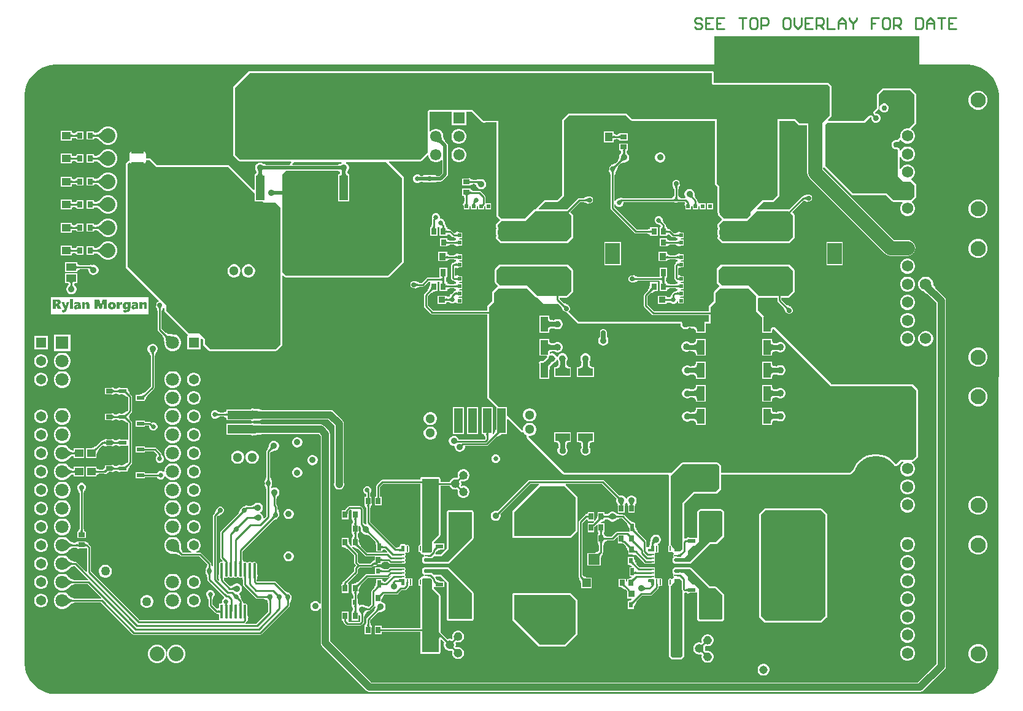
<source format=gbr>
%TF.GenerationSoftware,Altium Limited,Altium Designer,24.1.2 (44)*%
G04 Layer_Physical_Order=1*
G04 Layer_Color=255*
%FSLAX45Y45*%
%MOMM*%
%TF.SameCoordinates,12E9634C-A8E6-484A-B1C3-FEDB1742B245*%
%TF.FilePolarity,Positive*%
%TF.FileFunction,Copper,L1,Top,Signal*%
%TF.Part,Single*%
G01*
G75*
%TA.AperFunction,SMDPad,CuDef*%
%ADD10R,1.00000X0.60000*%
%ADD11C,0.45000*%
G04:AMPARAMS|DCode=12|XSize=0.8mm|YSize=0.25mm|CornerRadius=0.05mm|HoleSize=0mm|Usage=FLASHONLY|Rotation=180.000|XOffset=0mm|YOffset=0mm|HoleType=Round|Shape=RoundedRectangle|*
%AMROUNDEDRECTD12*
21,1,0.80000,0.15000,0,0,180.0*
21,1,0.70000,0.25000,0,0,180.0*
1,1,0.10000,-0.35000,0.07500*
1,1,0.10000,0.35000,0.07500*
1,1,0.10000,0.35000,-0.07500*
1,1,0.10000,-0.35000,-0.07500*
%
%ADD12ROUNDEDRECTD12*%
G04:AMPARAMS|DCode=13|XSize=0.25mm|YSize=0.75mm|CornerRadius=0.05mm|HoleSize=0mm|Usage=FLASHONLY|Rotation=180.000|XOffset=0mm|YOffset=0mm|HoleType=Round|Shape=RoundedRectangle|*
%AMROUNDEDRECTD13*
21,1,0.25000,0.65000,0,0,180.0*
21,1,0.15000,0.75000,0,0,180.0*
1,1,0.10000,-0.07500,0.32500*
1,1,0.10000,0.07500,0.32500*
1,1,0.10000,0.07500,-0.32500*
1,1,0.10000,-0.07500,-0.32500*
%
%ADD13ROUNDEDRECTD13*%
G04:AMPARAMS|DCode=14|XSize=0.25mm|YSize=0.8mm|CornerRadius=0.05mm|HoleSize=0mm|Usage=FLASHONLY|Rotation=180.000|XOffset=0mm|YOffset=0mm|HoleType=Round|Shape=RoundedRectangle|*
%AMROUNDEDRECTD14*
21,1,0.25000,0.70000,0,0,180.0*
21,1,0.15000,0.80000,0,0,180.0*
1,1,0.10000,-0.07500,0.35000*
1,1,0.10000,0.07500,0.35000*
1,1,0.10000,0.07500,-0.35000*
1,1,0.10000,-0.07500,-0.35000*
%
%ADD14ROUNDEDRECTD14*%
G04:AMPARAMS|DCode=15|XSize=0.4mm|YSize=0.8mm|CornerRadius=0.05mm|HoleSize=0mm|Usage=FLASHONLY|Rotation=180.000|XOffset=0mm|YOffset=0mm|HoleType=Round|Shape=RoundedRectangle|*
%AMROUNDEDRECTD15*
21,1,0.40000,0.70000,0,0,180.0*
21,1,0.30000,0.80000,0,0,180.0*
1,1,0.10000,-0.15000,0.35000*
1,1,0.10000,0.15000,0.35000*
1,1,0.10000,0.15000,-0.35000*
1,1,0.10000,-0.15000,-0.35000*
%
%ADD15ROUNDEDRECTD15*%
G04:AMPARAMS|DCode=16|XSize=1.4mm|YSize=2.4mm|CornerRadius=0.049mm|HoleSize=0mm|Usage=FLASHONLY|Rotation=180.000|XOffset=0mm|YOffset=0mm|HoleType=Round|Shape=RoundedRectangle|*
%AMROUNDEDRECTD16*
21,1,1.40000,2.30200,0,0,180.0*
21,1,1.30200,2.40000,0,0,180.0*
1,1,0.09800,-0.65100,1.15100*
1,1,0.09800,0.65100,1.15100*
1,1,0.09800,0.65100,-1.15100*
1,1,0.09800,-0.65100,-1.15100*
%
%ADD16ROUNDEDRECTD16*%
%ADD17R,1.35000X1.10000*%
%ADD18R,1.70000X0.95000*%
%ADD19R,3.12400X3.25100*%
%ADD20R,1.00620X0.55620*%
%ADD21R,0.66040X0.96520*%
%ADD22R,0.70000X0.85000*%
%ADD23R,0.55620X1.00620*%
%ADD24R,0.60000X0.80000*%
%ADD25R,1.00000X1.60000*%
%ADD26R,1.10000X2.05000*%
%ADD27R,1.25000X3.50000*%
%ADD28R,1.20000X1.20000*%
%ADD29R,1.60000X1.50000*%
%ADD30R,0.85000X0.95000*%
%ADD31C,0.76200*%
%ADD32R,1.15000X1.05000*%
%ADD33R,0.96520X0.66040*%
%ADD34R,1.50273X2.80415*%
%ADD35R,1.65100X2.18440*%
%ADD36R,10.66800X9.01700*%
%ADD37R,1.25700X3.42900*%
%ADD38R,4.86000X3.36000*%
%ADD39R,1.40000X1.39000*%
%ADD40R,1.25000X1.10000*%
%ADD41R,1.10000X1.25000*%
%ADD42C,0.71120*%
%ADD43R,2.40000X2.40000*%
%ADD44R,2.00000X2.90000*%
%ADD45R,0.85000X0.75000*%
G04:AMPARAMS|DCode=46|XSize=1.95543mm|YSize=0.42077mm|CornerRadius=0.21038mm|HoleSize=0mm|Usage=FLASHONLY|Rotation=90.000|XOffset=0mm|YOffset=0mm|HoleType=Round|Shape=RoundedRectangle|*
%AMROUNDEDRECTD46*
21,1,1.95543,0.00000,0,0,90.0*
21,1,1.53467,0.42077,0,0,90.0*
1,1,0.42077,0.00000,0.76733*
1,1,0.42077,0.00000,-0.76733*
1,1,0.42077,0.00000,-0.76733*
1,1,0.42077,0.00000,0.76733*
%
%ADD46ROUNDEDRECTD46*%
%ADD47R,0.42077X1.95543*%
%ADD48R,0.90000X0.70000*%
%ADD49R,0.93108X0.81213*%
%ADD50R,0.80000X0.95000*%
%ADD51R,0.80000X1.00000*%
%ADD52R,0.95000X1.05000*%
%ADD53R,0.75000X0.85000*%
%ADD54R,2.05000X1.10000*%
%TA.AperFunction,BGAPad,CuDef*%
%ADD55R,0.55000X0.55000*%
%TA.AperFunction,SMDPad,CuDef*%
%ADD56R,3.50000X1.25000*%
%ADD57R,1.40000X1.10000*%
%ADD58R,0.70000X0.90000*%
%TA.AperFunction,Conductor*%
%ADD59C,0.25400*%
%ADD60C,0.63500*%
%ADD61C,1.01600*%
%ADD62C,0.76200*%
%ADD63C,0.38100*%
%ADD64C,0.50800*%
%ADD65C,1.90500*%
%TA.AperFunction,NonConductor*%
%ADD66C,0.25400*%
%TA.AperFunction,Conductor*%
%ADD67R,28.32100X6.47700*%
%TA.AperFunction,ComponentPad*%
%ADD68R,1.55000X1.55000*%
%ADD69C,1.55000*%
%ADD70C,9.50000*%
%ADD71C,1.56000*%
%ADD72C,2.10000*%
%ADD73R,1.37000X1.37000*%
%ADD74C,1.37000*%
%ADD75C,1.80000*%
%ADD76R,1.80000X1.80000*%
%ADD77C,6.10000*%
%ADD78C,1.30000*%
%ADD79C,2.03200*%
%TA.AperFunction,TestPad*%
%ADD80C,2.03200*%
%TA.AperFunction,ViaPad*%
%ADD81C,0.88900*%
%ADD82C,0.63500*%
%ADD83C,1.27000*%
%ADD84C,1.14300*%
%ADD85C,0.76200*%
%ADD86C,0.50000*%
%ADD87C,0.71120*%
G36*
X6832195Y13995401D02*
X19386548Y13995399D01*
X19386548Y13995399D01*
X19386549Y13995399D01*
X19415683Y13995399D01*
X19473453Y13987794D01*
X19529735Y13972713D01*
X19583568Y13950415D01*
X19634030Y13921281D01*
X19680257Y13885809D01*
X19721458Y13844608D01*
X19756931Y13798381D01*
X19786066Y13747919D01*
X19808363Y13694086D01*
X19823444Y13637804D01*
X19831049Y13580034D01*
X19831050Y13550900D01*
X19831047Y5759447D01*
X19831047Y5759447D01*
X19831047Y5730313D01*
X19823442Y5672544D01*
X19808360Y5616261D01*
X19786063Y5562429D01*
X19756929Y5511968D01*
X19721458Y5465741D01*
X19680257Y5424539D01*
X19634029Y5389068D01*
X19583568Y5359934D01*
X19529735Y5337636D01*
X19473453Y5322555D01*
X19415685Y5314950D01*
X19386549Y5314950D01*
X6832195Y5314959D01*
X6803061Y5314959D01*
X6745292Y5322564D01*
X6689009Y5337645D01*
X6635176Y5359944D01*
X6584715Y5389077D01*
X6538488Y5424549D01*
X6497286Y5465750D01*
X6461815Y5511978D01*
X6432681Y5562439D01*
X6410383Y5616272D01*
X6395302Y5672554D01*
X6387697Y5730324D01*
X6387697Y5759458D01*
X6387696Y13550908D01*
Y13580042D01*
X6395301Y13637811D01*
X6410382Y13694093D01*
X6432681Y13747925D01*
X6461815Y13798386D01*
X6497286Y13844614D01*
X6538488Y13885814D01*
X6584715Y13921284D01*
X6635177Y13950418D01*
X6689010Y13972716D01*
X6745292Y13987796D01*
X6803062Y13995401D01*
X6832195Y13995401D01*
D02*
G37*
%LPC*%
G36*
X19562469Y13634747D02*
X19528134D01*
X19494969Y13625861D01*
X19465234Y13608694D01*
X19440956Y13584415D01*
X19423788Y13554681D01*
X19414902Y13521516D01*
Y13487180D01*
X19423788Y13454015D01*
X19440956Y13424280D01*
X19465234Y13400002D01*
X19494969Y13382834D01*
X19528134Y13373949D01*
X19562469D01*
X19595634Y13382834D01*
X19625369Y13400002D01*
X19649648Y13424280D01*
X19666817Y13454015D01*
X19675702Y13487180D01*
Y13521516D01*
X19666817Y13554681D01*
X19649648Y13584415D01*
X19625369Y13608694D01*
X19595634Y13625861D01*
X19562469Y13634747D01*
D02*
G37*
G36*
X7560520Y13144501D02*
X7527080D01*
X7494780Y13135844D01*
X7465820Y13119125D01*
X7455071Y13108376D01*
X7453013Y13107014D01*
X7442282Y13096379D01*
X7422514Y13078680D01*
X7414051Y13072040D01*
X7406150Y13066505D01*
X7399104Y13062231D01*
X7393039Y13059192D01*
X7388096Y13057306D01*
X7384437Y13056409D01*
X7379768Y13055998D01*
X7375988Y13054893D01*
X7372126Y13054126D01*
X7371171Y13053488D01*
X7370068Y13053166D01*
X7369059Y13052354D01*
X7366934Y13053857D01*
X7366596Y13053934D01*
X7366308Y13054126D01*
X7361683Y13055046D01*
X7357079Y13056088D01*
X7353049Y13056195D01*
X7352972Y13056201D01*
X7351376Y13058121D01*
X7349310Y13061212D01*
X7348170Y13061974D01*
X7347292Y13063029D01*
X7344002Y13064758D01*
Y13075200D01*
X7248602D01*
Y12959801D01*
X7344002D01*
Y12970241D01*
X7347292Y12971971D01*
X7348170Y12973026D01*
X7349310Y12973788D01*
X7351376Y12976880D01*
X7352972Y12978799D01*
X7353049Y12978806D01*
X7357079Y12978911D01*
X7361682Y12979953D01*
X7366308Y12980875D01*
X7366596Y12981065D01*
X7366934Y12981143D01*
X7369059Y12982645D01*
X7370068Y12981834D01*
X7371171Y12981512D01*
X7372126Y12980875D01*
X7375988Y12980106D01*
X7379768Y12979002D01*
X7384436Y12978590D01*
X7388097Y12977695D01*
X7393039Y12975809D01*
X7399104Y12972769D01*
X7406151Y12968494D01*
X7413570Y12963297D01*
X7442464Y12938441D01*
X7453013Y12927986D01*
X7455071Y12926624D01*
X7465820Y12915875D01*
X7494780Y12899155D01*
X7527080Y12890500D01*
X7560520D01*
X7592820Y12899155D01*
X7621780Y12915875D01*
X7645425Y12939520D01*
X7662145Y12968480D01*
X7670800Y13000780D01*
Y13034219D01*
X7662145Y13066521D01*
X7645425Y13095480D01*
X7621780Y13119125D01*
X7592820Y13135844D01*
X7560520Y13144501D01*
D02*
G37*
G36*
X7038000Y13085201D02*
X6887600D01*
Y12949800D01*
X7038000D01*
Y12970241D01*
X7041290Y12971971D01*
X7042168Y12973026D01*
X7043308Y12973788D01*
X7045374Y12976880D01*
X7046970Y12978799D01*
X7047047Y12978806D01*
X7051077Y12978911D01*
X7055680Y12979953D01*
X7060306Y12980875D01*
X7060594Y12981065D01*
X7060932Y12981143D01*
X7064495Y12983662D01*
X7064871Y12983888D01*
X7071893Y12985611D01*
X7073670Y12985870D01*
X7081740Y12983884D01*
X7082108Y12983662D01*
X7085678Y12981139D01*
X7086012Y12981064D01*
X7086297Y12980875D01*
X7090927Y12979953D01*
X7095534Y12978911D01*
X7099629Y12978806D01*
X7099949Y12978777D01*
X7101543Y12976868D01*
X7103600Y12973788D01*
X7104754Y12973016D01*
X7105643Y12971951D01*
X7108603Y12970399D01*
Y12959801D01*
X7204003D01*
Y13075200D01*
X7108603D01*
Y13064601D01*
X7105643Y13063049D01*
X7104754Y13061983D01*
X7103600Y13061212D01*
X7101543Y13058134D01*
X7099949Y13056223D01*
X7099629Y13056195D01*
X7095534Y13056088D01*
X7090927Y13055048D01*
X7086297Y13054126D01*
X7086012Y13053935D01*
X7085678Y13053860D01*
X7082108Y13051338D01*
X7081736Y13051114D01*
X7073671Y13049129D01*
X7071893Y13049390D01*
X7064871Y13051112D01*
X7064495Y13051338D01*
X7060932Y13053857D01*
X7060594Y13053934D01*
X7060306Y13054126D01*
X7055681Y13055046D01*
X7051077Y13056088D01*
X7047047Y13056195D01*
X7046970Y13056201D01*
X7045374Y13058121D01*
X7043308Y13061212D01*
X7042168Y13061974D01*
X7041290Y13063029D01*
X7038000Y13064758D01*
Y13085201D01*
D02*
G37*
G36*
X14520300Y13073801D02*
X14384900D01*
Y12923401D01*
X14520300D01*
Y12951498D01*
X14523260Y12953052D01*
X14524149Y12954117D01*
X14525304Y12954887D01*
X14527361Y12957967D01*
X14528954Y12959877D01*
X14529272Y12959904D01*
X14533368Y12960011D01*
X14537976Y12961053D01*
X14542606Y12961974D01*
X14542889Y12962164D01*
X14543224Y12962239D01*
X14547083Y12964964D01*
X14551007Y12967587D01*
X14551196Y12967873D01*
X14551477Y12968069D01*
X14552585Y12969824D01*
X14554552Y12970197D01*
X14563861Y12970193D01*
X14565816Y12969824D01*
X14566924Y12968069D01*
X14567203Y12967873D01*
X14567393Y12967587D01*
X14571320Y12964963D01*
X14575175Y12962239D01*
X14575510Y12962164D01*
X14575795Y12961974D01*
X14580424Y12961053D01*
X14585033Y12960011D01*
X14589127Y12959904D01*
X14589447Y12959877D01*
X14591040Y12957967D01*
X14593098Y12954887D01*
X14594252Y12954115D01*
X14595140Y12953052D01*
X14598100Y12951498D01*
Y12950900D01*
X14599065D01*
X14601498Y12949274D01*
X14602861Y12949004D01*
X14604089Y12948358D01*
X14607777Y12948026D01*
X14611411Y12947302D01*
X14612772Y12947572D01*
X14614153Y12947449D01*
X14617688Y12948550D01*
X14621321Y12949274D01*
X14622475Y12950044D01*
X14623799Y12950458D01*
X14624329Y12950900D01*
X14713499D01*
Y13046300D01*
X14624329D01*
X14623799Y13046742D01*
X14622475Y13047156D01*
X14621321Y13047926D01*
X14617690Y13048650D01*
X14614153Y13049751D01*
X14612772Y13049628D01*
X14611411Y13049896D01*
X14607777Y13049174D01*
X14604089Y13048840D01*
X14602861Y13048196D01*
X14601498Y13047926D01*
X14599065Y13046300D01*
X14598100D01*
Y13045702D01*
X14595140Y13044148D01*
X14594250Y13043083D01*
X14593098Y13042313D01*
X14591040Y13039233D01*
X14589447Y13037323D01*
X14589127Y13037296D01*
X14585033Y13037189D01*
X14580424Y13036147D01*
X14575795Y13035226D01*
X14575510Y13035036D01*
X14575175Y13034959D01*
X14571318Y13032236D01*
X14567393Y13029613D01*
X14567203Y13029327D01*
X14566924Y13029131D01*
X14565816Y13027376D01*
X14563849Y13027003D01*
X14554539Y13027005D01*
X14552585Y13027376D01*
X14551477Y13029131D01*
X14551198Y13029327D01*
X14551007Y13029613D01*
X14547079Y13032236D01*
X14543224Y13034959D01*
X14542889Y13035036D01*
X14542606Y13035226D01*
X14537976Y13036147D01*
X14533368Y13037189D01*
X14529272Y13037296D01*
X14528954Y13037323D01*
X14527361Y13039233D01*
X14525304Y13042313D01*
X14524149Y13043083D01*
X14523260Y13044148D01*
X14520300Y13045702D01*
Y13073801D01*
D02*
G37*
G36*
X15874503Y13906998D02*
X9499600D01*
X9489689Y13905026D01*
X9481288Y13899413D01*
X9278088Y13696211D01*
X9272474Y13687811D01*
X9270502Y13677901D01*
Y12750800D01*
X9272474Y12740889D01*
X9278088Y12732488D01*
X9341588Y12668988D01*
X9349989Y12663374D01*
X9359900Y12661402D01*
X10068184D01*
X10073044Y12649669D01*
X10065267Y12641892D01*
X10059653Y12633490D01*
X10057682Y12623579D01*
X10051799Y12615080D01*
X10047067Y12611847D01*
X9724012D01*
X9723736Y12612259D01*
X9721195Y12616267D01*
X9720936Y12616449D01*
X9720760Y12616712D01*
X9716811Y12619351D01*
X9712931Y12622081D01*
X9712622Y12622150D01*
X9712359Y12622326D01*
X9707703Y12623252D01*
X9703070Y12624290D01*
X9694367Y12624499D01*
X9688131Y12625041D01*
X9686377Y12625311D01*
X9685607Y12625476D01*
X9682189Y12628894D01*
X9666261Y12638090D01*
X9648496Y12642850D01*
X9630104D01*
X9612339Y12638090D01*
X9596411Y12628894D01*
X9583406Y12615889D01*
X9574210Y12599961D01*
X9569450Y12582196D01*
Y12563804D01*
X9574210Y12546039D01*
X9583406Y12530111D01*
X9586824Y12526693D01*
X9586989Y12525923D01*
X9587224Y12524397D01*
X9587950Y12513860D01*
X9587778Y12507307D01*
X9587172Y12500400D01*
X9586271Y12494959D01*
X9585237Y12491095D01*
X9584740Y12489872D01*
X9582230Y12489091D01*
X9578589Y12488367D01*
X9577442Y12487600D01*
X9576125Y12487190D01*
X9573274Y12484815D01*
X9570188Y12482753D01*
X9569421Y12481605D01*
X9568361Y12480723D01*
X9566800Y12477750D01*
X9563750D01*
Y12471942D01*
X9563663Y12471776D01*
X9563327Y12468080D01*
X9562602Y12464440D01*
X9562872Y12463087D01*
X9562746Y12461713D01*
X9563750Y12458490D01*
Y12269968D01*
X9552017Y12265108D01*
X9213113Y12604012D01*
X9204712Y12609626D01*
X9194801Y12611598D01*
X8214927D01*
X8133612Y12692912D01*
X8125211Y12698526D01*
X8115300Y12700498D01*
X8063728D01*
Y12750800D01*
Y12768580D01*
X8061756Y12778491D01*
X8056142Y12786892D01*
X8047741Y12792506D01*
X8037830Y12794478D01*
X7862570D01*
X7852659Y12792506D01*
X7844258Y12786892D01*
X7838644Y12778491D01*
X7836672Y12768580D01*
Y12675968D01*
X7827830Y12667028D01*
X7824403Y12666346D01*
X7820919Y12666088D01*
X7819489Y12665369D01*
X7817920Y12665056D01*
X7815014Y12663115D01*
X7811894Y12661544D01*
X7810849Y12660332D01*
X7809518Y12659443D01*
X7792188Y12642112D01*
X7786574Y12633711D01*
X7784602Y12623800D01*
X7784602Y12382500D01*
Y11207750D01*
X7786573Y11197840D01*
X7792187Y11189438D01*
X8240932Y10740693D01*
X8237837Y10725827D01*
X8227663Y10721613D01*
X8214087Y10708037D01*
X8206740Y10690299D01*
Y10671101D01*
X8207661Y10668877D01*
X8206205Y10666921D01*
X8206043Y10666276D01*
X8205674Y10665724D01*
X8204813Y10661396D01*
X8203736Y10657122D01*
X8203832Y10656465D01*
X8203702Y10655813D01*
X8204563Y10651487D01*
X8205203Y10647125D01*
X8205544Y10646554D01*
X8205674Y10645903D01*
X8208124Y10642235D01*
X8210385Y10638450D01*
X8212080Y10636574D01*
X8212932Y10635460D01*
X8213666Y10634310D01*
X8214306Y10633094D01*
X8214872Y10631759D01*
X8215366Y10630267D01*
X8215780Y10628585D01*
X8216104Y10626667D01*
X8216314Y10624503D01*
X8216415Y10621278D01*
X8217466Y10616740D01*
X8218374Y10612175D01*
X8218602Y10611834D01*
X8218694Y10611434D01*
X8221400Y10607645D01*
X8223988Y10603773D01*
X8224329Y10603545D01*
X8224567Y10603211D01*
X8228519Y10600745D01*
X8229102Y10600355D01*
Y10337800D01*
X8231074Y10327889D01*
X8236688Y10319488D01*
X8297936Y10258239D01*
X8297925Y10258186D01*
X8296823Y10254335D01*
X8296946Y10253264D01*
X8296736Y10252206D01*
X8297518Y10248276D01*
X8297973Y10244296D01*
X8298497Y10243353D01*
X8298707Y10242296D01*
X8300934Y10238964D01*
X8302878Y10235461D01*
X8305613Y10232234D01*
X8307306Y10229517D01*
X8309189Y10225471D01*
X8311076Y10220059D01*
X8312821Y10213311D01*
X8314324Y10205276D01*
X8315487Y10196267D01*
X8316836Y10173645D01*
X8316907Y10160757D01*
X8317400Y10158349D01*
Y10144807D01*
X8325265Y10115457D01*
X8340457Y10089143D01*
X8361943Y10067657D01*
X8388257Y10052465D01*
X8417607Y10044600D01*
X8447993D01*
X8477343Y10052465D01*
X8503657Y10067657D01*
X8525143Y10089143D01*
X8540335Y10115457D01*
X8548200Y10144807D01*
Y10175193D01*
X8540335Y10204543D01*
X8525143Y10230857D01*
X8503657Y10252343D01*
X8477343Y10267535D01*
X8447993Y10275400D01*
X8434451D01*
X8432043Y10275893D01*
X8419155Y10275964D01*
X8396533Y10277313D01*
X8387524Y10278476D01*
X8379489Y10279979D01*
X8372741Y10281724D01*
X8367327Y10283612D01*
X8363284Y10285494D01*
X8360566Y10287187D01*
X8357339Y10289922D01*
X8353836Y10291867D01*
X8350504Y10294093D01*
X8349447Y10294303D01*
X8348504Y10294827D01*
X8344524Y10295282D01*
X8340594Y10296064D01*
X8339536Y10295854D01*
X8338465Y10295977D01*
X8334614Y10294875D01*
X8334561Y10294864D01*
X8280898Y10348527D01*
Y10600355D01*
X8281481Y10600745D01*
X8285433Y10603211D01*
X8285671Y10603545D01*
X8286012Y10603773D01*
X8288600Y10607645D01*
X8291306Y10611434D01*
X8291398Y10611834D01*
X8291626Y10612175D01*
X8292534Y10616740D01*
X8293585Y10621278D01*
X8293686Y10624502D01*
X8293896Y10626668D01*
X8294219Y10628584D01*
X8294634Y10630267D01*
X8295129Y10631760D01*
X8295694Y10633092D01*
X8296335Y10634313D01*
X8297068Y10635459D01*
X8297919Y10636573D01*
X8299615Y10638450D01*
X8301875Y10642234D01*
X8304326Y10645903D01*
X8304456Y10646554D01*
X8304797Y10647125D01*
X8305073Y10649009D01*
X8305302Y10649020D01*
X8318002Y10636916D01*
Y10604500D01*
X8319974Y10594589D01*
X8325588Y10586188D01*
X8643087Y10268688D01*
X8646212Y10266600D01*
X8642359Y10253900D01*
X8631000D01*
Y10066100D01*
X8818800D01*
Y10216082D01*
X8830533Y10220942D01*
X8851402Y10200073D01*
Y10140950D01*
X8853374Y10131039D01*
X8858988Y10122638D01*
X8928838Y10052788D01*
X8937239Y10047174D01*
X8947150Y10045202D01*
X9855200D01*
X9865111Y10047174D01*
X9873512Y10052788D01*
X9937012Y10116288D01*
X9942626Y10124689D01*
X9944598Y10134600D01*
X9944597Y11084185D01*
X9956330Y11089045D01*
X9976587Y11068788D01*
X9984989Y11063174D01*
X9994900Y11061202D01*
X11404600Y11061202D01*
X11414510Y11063173D01*
X11422912Y11068787D01*
X11613412Y11259287D01*
X11619026Y11267689D01*
X11620997Y11277600D01*
Y11836400D01*
X11620998Y12433300D01*
X11619026Y12443210D01*
X11613412Y12451612D01*
X11415355Y12649669D01*
X11420216Y12661402D01*
X11849100D01*
X11859011Y12663374D01*
X11867412Y12668988D01*
X11950367Y12751942D01*
X11962100Y12747082D01*
Y12737253D01*
X11969112Y12711082D01*
X11982660Y12687618D01*
X12001818Y12668460D01*
X12025282Y12654912D01*
X12051453Y12647900D01*
X12078547D01*
X12104718Y12654912D01*
X12128182Y12668460D01*
X12141753Y12682031D01*
X12154453Y12676770D01*
Y12501491D01*
X12112409Y12459447D01*
X12073351D01*
X12072965Y12460023D01*
X12070263Y12464148D01*
X12070165Y12464214D01*
X12070099Y12464312D01*
X12065992Y12467057D01*
X12061911Y12469837D01*
X12061796Y12469861D01*
X12061697Y12469926D01*
X12056857Y12470889D01*
X12052019Y12471897D01*
X12019688Y12472186D01*
X12006420Y12472744D01*
X12005130Y12472868D01*
X12004100Y12473038D01*
X12002685Y12472991D01*
X11998966Y12473731D01*
X11998562Y12473651D01*
X11998156Y12473718D01*
X11993620Y12472668D01*
X11989056Y12471760D01*
X11988713Y12471531D01*
X11988312Y12471438D01*
X11984703Y12468860D01*
X11967524D01*
X11966981Y12469196D01*
X11963144Y12471760D01*
X11962697Y12471849D01*
X11962309Y12472089D01*
X11957755Y12472832D01*
X11953234Y12473731D01*
X11952786Y12473642D01*
X11952336Y12473715D01*
X11899515Y12471882D01*
X11895024Y12470826D01*
X11890503Y12469926D01*
X11890123Y12469673D01*
X11889679Y12469568D01*
X11885934Y12466873D01*
X11882101Y12464312D01*
X11881847Y12463933D01*
X11881476Y12463666D01*
X11879047Y12459743D01*
X11878849Y12459447D01*
X11852373D01*
X11842770Y12469049D01*
X11821765Y12477750D01*
X11799030D01*
X11778025Y12469049D01*
X11761948Y12452973D01*
X11753248Y12431968D01*
Y12409232D01*
X11761948Y12388227D01*
X11778025Y12372151D01*
X11799030Y12363450D01*
X11821765D01*
X11842770Y12372151D01*
X11852373Y12381753D01*
X11878849D01*
X11879235Y12381177D01*
X11881937Y12377052D01*
X11882035Y12376986D01*
X11882101Y12376888D01*
X11886208Y12374143D01*
X11890289Y12371363D01*
X11890404Y12371339D01*
X11890503Y12371274D01*
X11895343Y12370311D01*
X11900181Y12369303D01*
X11932512Y12369014D01*
X11945780Y12368456D01*
X11947070Y12368332D01*
X11948100Y12368162D01*
X11949515Y12368209D01*
X11953234Y12367469D01*
X11953638Y12367549D01*
X11954044Y12367482D01*
X11958580Y12368532D01*
X11963144Y12369440D01*
X11963487Y12369669D01*
X11963888Y12369762D01*
X11967497Y12372340D01*
X11984676D01*
X11985219Y12372004D01*
X11989056Y12369440D01*
X11989503Y12369351D01*
X11989891Y12369111D01*
X11994445Y12368368D01*
X11998966Y12367469D01*
X11999414Y12367558D01*
X11999864Y12367485D01*
X12052685Y12369318D01*
X12057176Y12370374D01*
X12061697Y12371274D01*
X12062077Y12371527D01*
X12062521Y12371632D01*
X12066266Y12374327D01*
X12070099Y12376888D01*
X12070353Y12377267D01*
X12070724Y12377534D01*
X12073153Y12381457D01*
X12073351Y12381753D01*
X12128500D01*
X12143366Y12384711D01*
X12155969Y12393131D01*
X12220769Y12457931D01*
X12229189Y12470534D01*
X12232146Y12485400D01*
Y12876500D01*
X12229189Y12891367D01*
X12220769Y12903969D01*
X12192371Y12932365D01*
X12192427Y12932649D01*
X12193491Y12937061D01*
X12193409Y12937585D01*
X12193513Y12938106D01*
X12192627Y12942558D01*
X12191922Y12947043D01*
X12191645Y12947496D01*
X12191541Y12948016D01*
X12189018Y12951793D01*
X12186652Y12955664D01*
X12182535Y12960127D01*
X12179544Y12963963D01*
X12176944Y12967958D01*
X12174699Y12972151D01*
X12172793Y12976584D01*
X12171216Y12981302D01*
X12169973Y12986348D01*
X12169076Y12991759D01*
X12168545Y12997568D01*
X12168387Y13004607D01*
X12167900Y13006798D01*
Y13018347D01*
X12160888Y13044518D01*
X12147340Y13067982D01*
X12128182Y13087140D01*
X12104718Y13100688D01*
X12078547Y13107700D01*
X12051453D01*
X12025282Y13100688D01*
X12001818Y13087140D01*
X11989298Y13074620D01*
X11976598Y13079881D01*
Y13336974D01*
X11980412Y13340788D01*
X11981454Y13342346D01*
X11983012Y13343388D01*
X11986827Y13347202D01*
X12279600D01*
Y13155901D01*
X12485400D01*
Y13347202D01*
X12562273D01*
X12707088Y13202388D01*
X12715489Y13196774D01*
X12725400Y13194801D01*
X12902702D01*
Y11912000D01*
X12904674Y11902089D01*
X12910287Y11893688D01*
X12947289Y11856688D01*
X12947662Y11852887D01*
X12899188Y11804413D01*
X12893575Y11796011D01*
X12891602Y11786100D01*
Y11757635D01*
X12893575Y11747725D01*
X12896352Y11741016D01*
Y11728584D01*
X12893575Y11721875D01*
X12891602Y11711965D01*
Y11656035D01*
X12893575Y11646125D01*
X12896352Y11639416D01*
Y11626984D01*
X12893575Y11620275D01*
X12891602Y11610365D01*
Y11608300D01*
X12893575Y11598390D01*
X12899188Y11589988D01*
X12949988Y11539188D01*
X12958389Y11533574D01*
X12968300Y11531603D01*
X13870000D01*
X13879910Y11533574D01*
X13888312Y11539188D01*
X13951813Y11602688D01*
X13957426Y11611090D01*
X13959398Y11621000D01*
Y11913100D01*
X13957426Y11923011D01*
X13951813Y11931413D01*
X13918774Y11964450D01*
X14056927Y12102602D01*
X14105556D01*
X14105945Y12102019D01*
X14108411Y12098067D01*
X14108745Y12097829D01*
X14108974Y12097488D01*
X14112845Y12094900D01*
X14116634Y12092194D01*
X14117033Y12092102D01*
X14117375Y12091874D01*
X14121941Y12090966D01*
X14126479Y12089915D01*
X14129703Y12089814D01*
X14131868Y12089604D01*
X14133784Y12089281D01*
X14135468Y12088866D01*
X14136960Y12088371D01*
X14138292Y12087806D01*
X14139513Y12087165D01*
X14140659Y12086432D01*
X14141772Y12085581D01*
X14143649Y12083885D01*
X14147433Y12081625D01*
X14151103Y12079174D01*
X14151755Y12079044D01*
X14152325Y12078703D01*
X14156689Y12078062D01*
X14161012Y12077202D01*
X14161665Y12077332D01*
X14162321Y12077235D01*
X14166599Y12078313D01*
X14170924Y12079174D01*
X14171477Y12079543D01*
X14172121Y12079705D01*
X14174077Y12081161D01*
X14176302Y12080240D01*
X14195499D01*
X14213237Y12087587D01*
X14226813Y12101163D01*
X14234160Y12118901D01*
Y12138099D01*
X14226813Y12155837D01*
X14213237Y12169413D01*
X14195499Y12176760D01*
X14176302D01*
X14174077Y12175839D01*
X14172121Y12177295D01*
X14171477Y12177457D01*
X14170924Y12177826D01*
X14166595Y12178687D01*
X14162321Y12179764D01*
X14161665Y12179668D01*
X14161012Y12179798D01*
X14156686Y12178937D01*
X14152325Y12178297D01*
X14151755Y12177956D01*
X14151103Y12177826D01*
X14147435Y12175376D01*
X14143649Y12173115D01*
X14141774Y12171420D01*
X14140660Y12170568D01*
X14139510Y12169834D01*
X14138293Y12169194D01*
X14136958Y12168628D01*
X14135468Y12168134D01*
X14133784Y12167720D01*
X14131866Y12167396D01*
X14129703Y12167186D01*
X14126479Y12167085D01*
X14121941Y12166034D01*
X14117375Y12165126D01*
X14117033Y12164898D01*
X14116634Y12164806D01*
X14112845Y12162100D01*
X14108974Y12159512D01*
X14108745Y12159171D01*
X14108411Y12158933D01*
X14105945Y12154981D01*
X14105556Y12154398D01*
X14046201D01*
X14036288Y12152426D01*
X14027888Y12146812D01*
X13880923Y11999849D01*
X13879910Y12000526D01*
X13870000Y12002498D01*
X13489217D01*
X13484357Y12014231D01*
X13573227Y12103102D01*
X13741901Y12103103D01*
X13751811Y12105074D01*
X13760213Y12110688D01*
X13823212Y12173687D01*
X13828825Y12182089D01*
X13830798Y12192000D01*
Y13222673D01*
X13904527Y13296402D01*
X14683173D01*
X14751788Y13227788D01*
X14760188Y13222174D01*
X14770100Y13220203D01*
X15911978D01*
Y12356929D01*
X15913950Y12347018D01*
X15919563Y12338616D01*
X15950078Y12308101D01*
Y11959688D01*
X15952049Y11949777D01*
X15954352Y11944216D01*
Y11933554D01*
X15956323Y11923643D01*
X15961938Y11915241D01*
X16009290Y11867890D01*
X16008044Y11855251D01*
X16007988Y11855213D01*
X15957188Y11804413D01*
X15951575Y11796011D01*
X15949602Y11786100D01*
Y11757635D01*
X15951575Y11747725D01*
X15954352Y11741016D01*
Y11728584D01*
X15951575Y11721875D01*
X15949602Y11711965D01*
Y11656035D01*
X15951575Y11646125D01*
X15954352Y11639416D01*
Y11626984D01*
X15951575Y11620275D01*
X15949602Y11610365D01*
Y11608300D01*
X15951575Y11598390D01*
X15957188Y11589988D01*
X16007988Y11539188D01*
X16016389Y11533574D01*
X16026300Y11531603D01*
X16928000D01*
X16937910Y11533574D01*
X16946312Y11539188D01*
X17009811Y11602688D01*
X17015427Y11611090D01*
X17017398Y11621000D01*
Y11913100D01*
X17015427Y11923011D01*
X17009811Y11931413D01*
X16978125Y11963100D01*
X17135373Y12120348D01*
X17135445Y12120300D01*
X17139233Y12117594D01*
X17139635Y12117502D01*
X17139975Y12117274D01*
X17144540Y12116366D01*
X17149078Y12115315D01*
X17152303Y12115214D01*
X17154468Y12115004D01*
X17156384Y12114681D01*
X17158067Y12114266D01*
X17159560Y12113771D01*
X17160892Y12113206D01*
X17162112Y12112565D01*
X17163258Y12111832D01*
X17164372Y12110981D01*
X17166251Y12109285D01*
X17170033Y12107025D01*
X17173703Y12104574D01*
X17174355Y12104444D01*
X17174925Y12104103D01*
X17179289Y12103462D01*
X17183614Y12102602D01*
X17184265Y12102732D01*
X17184921Y12102635D01*
X17189198Y12103713D01*
X17193524Y12104574D01*
X17194077Y12104943D01*
X17194720Y12105105D01*
X17196677Y12106561D01*
X17198901Y12105640D01*
X17218098D01*
X17235837Y12112987D01*
X17249413Y12126563D01*
X17256760Y12144301D01*
Y12163499D01*
X17249413Y12181237D01*
X17235837Y12194813D01*
X17218098Y12202160D01*
X17198901D01*
X17196677Y12201239D01*
X17194720Y12202695D01*
X17194077Y12202857D01*
X17193524Y12203226D01*
X17189195Y12204087D01*
X17184921Y12205164D01*
X17184265Y12205068D01*
X17183614Y12205198D01*
X17179288Y12204337D01*
X17174925Y12203697D01*
X17174355Y12203356D01*
X17173703Y12203226D01*
X17170035Y12200776D01*
X17166251Y12198515D01*
X17164374Y12196820D01*
X17163260Y12195968D01*
X17162109Y12195234D01*
X17160893Y12194594D01*
X17159560Y12194028D01*
X17158067Y12193534D01*
X17156384Y12193120D01*
X17154466Y12192796D01*
X17152303Y12192586D01*
X17149078Y12192485D01*
X17144540Y12191434D01*
X17139975Y12190526D01*
X17139635Y12190298D01*
X17139233Y12190206D01*
X17135445Y12187500D01*
X17131573Y12184912D01*
X17131345Y12184571D01*
X17131010Y12184333D01*
X17128545Y12180381D01*
X17127521Y12178847D01*
X17122389Y12177826D01*
X17113988Y12172212D01*
X16940543Y11998767D01*
X16937910Y12000526D01*
X16928000Y12002498D01*
X16501630D01*
X16496368Y12015198D01*
X16583601Y12102431D01*
X16712575D01*
X16722485Y12104402D01*
X16730888Y12110016D01*
X16794388Y12173516D01*
X16800002Y12181918D01*
X16801973Y12191829D01*
Y13220203D01*
X17007272D01*
X17063188Y13164288D01*
X17071590Y13158675D01*
X17081500Y13156702D01*
X17188519D01*
Y12509500D01*
X17192229Y12481319D01*
X17203107Y12455059D01*
X17220409Y12432509D01*
X18262759Y11390159D01*
X18285309Y11372856D01*
X18311569Y11361979D01*
X18339751Y11358269D01*
X18572800D01*
X18600981Y11361979D01*
X18627242Y11372856D01*
X18649791Y11390159D01*
X18667094Y11412709D01*
X18677972Y11438970D01*
X18681680Y11467150D01*
X18677972Y11495331D01*
X18667094Y11521591D01*
X18649791Y11544141D01*
X18627242Y11561444D01*
X18600981Y11572322D01*
X18572800Y11576031D01*
X18384850D01*
X17406281Y12554600D01*
Y12575944D01*
X17418146Y12579875D01*
X17418980Y12579894D01*
X17799788Y12199087D01*
X17808189Y12193473D01*
X17818100Y12191502D01*
X18277274Y12191502D01*
X18358588Y12110188D01*
X18366989Y12104574D01*
X18376900Y12102602D01*
X18499367D01*
X18504626Y12089902D01*
X18490062Y12075337D01*
X18476450Y12051759D01*
X18469402Y12025461D01*
Y11998235D01*
X18476450Y11971937D01*
X18490062Y11948359D01*
X18509312Y11929107D01*
X18532890Y11915495D01*
X18559189Y11908448D01*
X18586415D01*
X18612714Y11915495D01*
X18636292Y11929107D01*
X18655544Y11948359D01*
X18669154Y11971937D01*
X18676202Y11998235D01*
Y12025461D01*
X18669154Y12051759D01*
X18655544Y12075337D01*
X18636292Y12094588D01*
X18636150Y12094671D01*
X18635658Y12109618D01*
X18636513Y12110188D01*
X18687312Y12160988D01*
X18692926Y12169389D01*
X18694897Y12179300D01*
Y12331700D01*
X18692926Y12341611D01*
X18687312Y12350012D01*
X18636513Y12400812D01*
X18628111Y12406426D01*
X18623868Y12407270D01*
X18621657Y12420659D01*
X18636292Y12429107D01*
X18655544Y12448359D01*
X18669154Y12471937D01*
X18676202Y12498235D01*
Y12525461D01*
X18669154Y12551759D01*
X18655544Y12575337D01*
X18636292Y12594588D01*
X18612714Y12608201D01*
X18586415Y12615248D01*
X18559189D01*
X18532890Y12608201D01*
X18509312Y12594588D01*
X18490062Y12575337D01*
X18478998Y12556174D01*
X18466298Y12559577D01*
Y12714119D01*
X18478998Y12717522D01*
X18490062Y12698359D01*
X18509312Y12679107D01*
X18532890Y12665495D01*
X18559189Y12658448D01*
X18586415D01*
X18612714Y12665495D01*
X18636292Y12679107D01*
X18655544Y12698359D01*
X18669154Y12721937D01*
X18676202Y12748235D01*
Y12775461D01*
X18669154Y12801759D01*
X18655544Y12825337D01*
X18636292Y12844588D01*
X18612714Y12858202D01*
X18586415Y12865248D01*
X18559189D01*
X18532890Y12858202D01*
X18509312Y12844588D01*
X18490062Y12825337D01*
X18478998Y12806174D01*
X18466298Y12809576D01*
Y12820859D01*
X18465800Y12823361D01*
Y12825912D01*
X18464824Y12828268D01*
X18464326Y12830769D01*
X18462909Y12832890D01*
X18461932Y12835246D01*
X18460129Y12837051D01*
X18458711Y12839172D01*
X18456592Y12840588D01*
X18454788Y12842392D01*
X18444228Y12849448D01*
X18441872Y12850424D01*
X18439751Y12851842D01*
X18437250Y12852339D01*
X18434892Y12853316D01*
X18432343D01*
X18429840Y12853813D01*
X18427339Y12853316D01*
X18424788D01*
X18423779Y12852898D01*
X18407520D01*
X18393700Y12858623D01*
X18383122Y12869200D01*
X18377399Y12883020D01*
Y12897980D01*
X18383122Y12911800D01*
X18393700Y12922379D01*
X18407520Y12928102D01*
X18423779D01*
X18424788Y12927686D01*
X18427339D01*
X18429840Y12927187D01*
X18432343Y12927686D01*
X18434892D01*
X18437250Y12928661D01*
X18439751Y12929158D01*
X18441872Y12930576D01*
X18444228Y12931552D01*
X18454788Y12938608D01*
X18456592Y12940411D01*
X18458711Y12941827D01*
X18460129Y12943948D01*
X18461932Y12945753D01*
X18462909Y12948109D01*
X18464326Y12950230D01*
X18464824Y12952731D01*
X18465800Y12955087D01*
X18476555Y12960172D01*
X18483792Y12959218D01*
X18490062Y12948360D01*
X18509312Y12929108D01*
X18532890Y12915495D01*
X18559189Y12908447D01*
X18586415D01*
X18612714Y12915495D01*
X18636292Y12929108D01*
X18655544Y12948360D01*
X18669154Y12971938D01*
X18676202Y12998235D01*
Y13025461D01*
X18669154Y13051759D01*
X18655544Y13075337D01*
X18636292Y13094588D01*
X18625432Y13100858D01*
X18623775Y13113451D01*
X18687312Y13176988D01*
X18692928Y13185390D01*
X18694897Y13195300D01*
X18694896Y13576302D01*
X18692924Y13586212D01*
X18687311Y13594614D01*
X18623813Y13658112D01*
X18623811Y13658112D01*
X18615410Y13663725D01*
X18605499Y13665697D01*
X18237199Y13665698D01*
X18227289Y13663725D01*
X18218887Y13658112D01*
X18155388Y13594612D01*
X18149774Y13586211D01*
X18147803Y13576300D01*
Y13552765D01*
X18148029Y13551633D01*
X18148003Y13551503D01*
Y13499496D01*
X18148029Y13499368D01*
X18147803Y13498235D01*
Y13396527D01*
X18104539Y13353264D01*
X18104504Y13353214D01*
X18104454Y13353178D01*
X18101715Y13349037D01*
X18098924Y13344862D01*
X18098914Y13344801D01*
X18098878Y13344749D01*
X18097931Y13339864D01*
X18096954Y13334950D01*
X18096967Y13334891D01*
X18096954Y13334831D01*
X18097951Y13329942D01*
X18098924Y13325041D01*
X18098959Y13324989D01*
X18098972Y13324928D01*
X18104282Y13312279D01*
X18107066Y13308150D01*
X18109848Y13303989D01*
X18109898Y13303954D01*
X18109933Y13303903D01*
X18114087Y13301155D01*
X18118250Y13298373D01*
X18118311Y13298363D01*
X18118361Y13298328D01*
X18123257Y13297379D01*
X18128162Y13296402D01*
X18143080D01*
X18156900Y13290678D01*
X18167477Y13280099D01*
X18173203Y13266280D01*
Y13251320D01*
X18167477Y13237500D01*
X18156900Y13226923D01*
X18143080Y13221198D01*
X18128120D01*
X18114301Y13226923D01*
X18103722Y13237500D01*
X18097998Y13251320D01*
Y13266238D01*
X18097021Y13271143D01*
X18096072Y13276039D01*
X18096037Y13276089D01*
X18096027Y13276151D01*
X18093245Y13280313D01*
X18090497Y13284467D01*
X18090446Y13284502D01*
X18090411Y13284552D01*
X18086256Y13287329D01*
X18082121Y13290118D01*
X18069472Y13295428D01*
X18069411Y13295441D01*
X18069359Y13295474D01*
X18064452Y13296451D01*
X18059569Y13297446D01*
X18059509Y13297433D01*
X18059448Y13297446D01*
X18054546Y13296471D01*
X18049649Y13295522D01*
X18049599Y13295486D01*
X18049538Y13295474D01*
X18045375Y13292694D01*
X18041222Y13289946D01*
X18041187Y13289896D01*
X18041136Y13289861D01*
X17972473Y13221198D01*
X17870766D01*
X17869632Y13220972D01*
X17869502Y13220998D01*
X17817497D01*
X17817368Y13220972D01*
X17816235Y13221198D01*
X17479483D01*
X17474222Y13233897D01*
X17518912Y13278587D01*
X17524525Y13286989D01*
X17526497Y13296899D01*
X17526498Y13690601D01*
X17524525Y13700511D01*
X17518912Y13708913D01*
X17494009Y13733815D01*
X17485608Y13739429D01*
X17475697Y13741400D01*
X15902950D01*
X15900822Y13741823D01*
X15900400Y13743951D01*
Y13881100D01*
X15898428Y13891011D01*
X15892815Y13899413D01*
X15884413Y13905026D01*
X15874503Y13906998D01*
D02*
G37*
G36*
X12396047Y13107700D02*
X12368953D01*
X12342782Y13100688D01*
X12319318Y13087140D01*
X12300160Y13067982D01*
X12286612Y13044518D01*
X12279600Y13018347D01*
Y12991254D01*
X12286612Y12965082D01*
X12300160Y12941618D01*
X12319318Y12922459D01*
X12342782Y12908913D01*
X12368953Y12901900D01*
X12396047D01*
X12422218Y12908913D01*
X12445682Y12922459D01*
X12464840Y12941618D01*
X12478388Y12965082D01*
X12485400Y12991254D01*
Y13018347D01*
X12478388Y13044518D01*
X12464840Y13067982D01*
X12445682Y13087140D01*
X12422218Y13100688D01*
X12396047Y13107700D01*
D02*
G37*
G36*
X7560520Y12827000D02*
X7527080D01*
X7494780Y12818346D01*
X7465820Y12801625D01*
X7455071Y12790876D01*
X7453013Y12789514D01*
X7442282Y12778879D01*
X7422514Y12761180D01*
X7414051Y12754540D01*
X7406150Y12749005D01*
X7399104Y12744731D01*
X7393039Y12741692D01*
X7388096Y12739806D01*
X7384437Y12738909D01*
X7379768Y12738498D01*
X7375988Y12737394D01*
X7372126Y12736626D01*
X7371171Y12735988D01*
X7370068Y12735666D01*
X7369059Y12734855D01*
X7366934Y12736357D01*
X7366596Y12736434D01*
X7366308Y12736626D01*
X7361683Y12737546D01*
X7357079Y12738589D01*
X7353049Y12738695D01*
X7352972Y12738701D01*
X7351376Y12740620D01*
X7349310Y12743712D01*
X7348170Y12744474D01*
X7347292Y12745529D01*
X7344002Y12747259D01*
Y12757700D01*
X7248602D01*
Y12642300D01*
X7344002D01*
Y12652741D01*
X7347292Y12654471D01*
X7348170Y12655526D01*
X7349310Y12656288D01*
X7351376Y12659380D01*
X7352972Y12661299D01*
X7353049Y12661305D01*
X7357079Y12661411D01*
X7361682Y12662453D01*
X7366308Y12663374D01*
X7366596Y12663566D01*
X7366934Y12663643D01*
X7369059Y12665145D01*
X7370068Y12664334D01*
X7371171Y12664012D01*
X7372126Y12663374D01*
X7375988Y12662606D01*
X7379768Y12661502D01*
X7384436Y12661091D01*
X7388097Y12660194D01*
X7393039Y12658308D01*
X7399104Y12655269D01*
X7406151Y12650994D01*
X7413570Y12645797D01*
X7442464Y12620941D01*
X7453013Y12610486D01*
X7455071Y12609124D01*
X7465820Y12598375D01*
X7494780Y12581655D01*
X7527080Y12573000D01*
X7560520D01*
X7592820Y12581655D01*
X7621780Y12598375D01*
X7645425Y12622020D01*
X7662145Y12650980D01*
X7670800Y12683280D01*
Y12716720D01*
X7662145Y12749020D01*
X7645425Y12777980D01*
X7621780Y12801625D01*
X7592820Y12818346D01*
X7560520Y12827000D01*
D02*
G37*
G36*
X12396047Y12853700D02*
X12368953D01*
X12342782Y12846687D01*
X12319318Y12833141D01*
X12300160Y12813982D01*
X12286612Y12790518D01*
X12279600Y12764347D01*
Y12737253D01*
X12286612Y12711082D01*
X12300160Y12687618D01*
X12319318Y12668460D01*
X12342782Y12654912D01*
X12368953Y12647900D01*
X12396047D01*
X12422218Y12654912D01*
X12445682Y12668460D01*
X12464840Y12687618D01*
X12478388Y12711082D01*
X12485400Y12737253D01*
Y12764347D01*
X12478388Y12790518D01*
X12464840Y12813982D01*
X12445682Y12833141D01*
X12422218Y12846687D01*
X12396047Y12853700D01*
D02*
G37*
G36*
X15168622Y12783950D02*
X15150230D01*
X15132465Y12779190D01*
X15116537Y12769994D01*
X15103532Y12756989D01*
X15094337Y12741061D01*
X15089577Y12723296D01*
Y12704904D01*
X15094337Y12687139D01*
X15103532Y12671211D01*
X15116537Y12658206D01*
X15132465Y12649010D01*
X15150230Y12644250D01*
X15168622D01*
X15186388Y12649010D01*
X15202315Y12658206D01*
X15215320Y12671211D01*
X15224516Y12687139D01*
X15229276Y12704904D01*
Y12723296D01*
X15224516Y12741061D01*
X15215320Y12756989D01*
X15202315Y12769994D01*
X15186388Y12779190D01*
X15168622Y12783950D01*
D02*
G37*
G36*
X7038000Y12767700D02*
X6887600D01*
Y12632300D01*
X7038000D01*
Y12652741D01*
X7041290Y12654471D01*
X7042168Y12655526D01*
X7043308Y12656288D01*
X7045374Y12659380D01*
X7046970Y12661299D01*
X7047047Y12661305D01*
X7051077Y12661411D01*
X7055680Y12662453D01*
X7060306Y12663374D01*
X7060594Y12663566D01*
X7060932Y12663643D01*
X7064495Y12666162D01*
X7064871Y12666388D01*
X7071893Y12668111D01*
X7073670Y12668371D01*
X7081740Y12666384D01*
X7082108Y12666162D01*
X7085678Y12663639D01*
X7086012Y12663564D01*
X7086297Y12663374D01*
X7090927Y12662453D01*
X7095534Y12661411D01*
X7099629Y12661305D01*
X7099949Y12661277D01*
X7101543Y12659367D01*
X7103600Y12656288D01*
X7104754Y12655516D01*
X7105643Y12654451D01*
X7108603Y12652899D01*
Y12642300D01*
X7204003D01*
Y12757700D01*
X7108603D01*
Y12747101D01*
X7105643Y12745549D01*
X7104754Y12744483D01*
X7103600Y12743712D01*
X7101543Y12740634D01*
X7099949Y12738723D01*
X7099629Y12738695D01*
X7095534Y12738589D01*
X7090927Y12737547D01*
X7086297Y12736626D01*
X7086012Y12736436D01*
X7085678Y12736361D01*
X7082108Y12733838D01*
X7081736Y12733614D01*
X7073671Y12731629D01*
X7071893Y12731889D01*
X7064871Y12733612D01*
X7064495Y12733838D01*
X7060932Y12736357D01*
X7060594Y12736434D01*
X7060306Y12736626D01*
X7055681Y12737546D01*
X7051077Y12738589D01*
X7047047Y12738695D01*
X7046970Y12738701D01*
X7045374Y12740620D01*
X7043308Y12743712D01*
X7042168Y12744474D01*
X7041290Y12745529D01*
X7038000Y12747259D01*
Y12767700D01*
D02*
G37*
G36*
X14713499Y12906300D02*
X14598100D01*
Y12810899D01*
X14613760D01*
X14615491Y12807610D01*
X14616545Y12806734D01*
X14617307Y12805592D01*
X14620399Y12803526D01*
X14622318Y12801930D01*
X14622325Y12801852D01*
X14622430Y12797824D01*
X14623473Y12793220D01*
X14623927Y12790936D01*
X14623524Y12788913D01*
X14622450Y12784595D01*
X14622325Y12781945D01*
X14622121Y12780516D01*
X14621761Y12779024D01*
X14621214Y12777413D01*
X14620439Y12775653D01*
X14619392Y12773722D01*
X14618031Y12771613D01*
X14616322Y12769336D01*
X14614240Y12766905D01*
X14611272Y12763831D01*
X14610020Y12761884D01*
X14605125Y12756989D01*
X14595929Y12741061D01*
X14591170Y12723296D01*
Y12716372D01*
X14590678Y12714111D01*
X14590604Y12709842D01*
X14590356Y12706648D01*
X14589955Y12703827D01*
X14589426Y12701378D01*
X14588800Y12699270D01*
X14588103Y12697477D01*
X14587352Y12695953D01*
X14586549Y12694643D01*
X14585684Y12693487D01*
X14583900Y12691525D01*
X14581607Y12687714D01*
X14579134Y12684012D01*
X14579012Y12683400D01*
X14578691Y12682867D01*
X14578030Y12678465D01*
X14577162Y12674101D01*
X14577284Y12673490D01*
X14577191Y12672874D01*
X14578265Y12668554D01*
X14578362Y12668068D01*
X14541901Y12631605D01*
X14541208Y12631743D01*
X14536674Y12632793D01*
X14536270Y12632725D01*
X14535867Y12632806D01*
X14531297Y12631897D01*
X14526707Y12631132D01*
X14526360Y12630914D01*
X14525957Y12630834D01*
X14522083Y12628246D01*
X14518135Y12625782D01*
X14515784Y12623574D01*
X14514102Y12622190D01*
X14512521Y12621066D01*
X14511034Y12620167D01*
X14509633Y12619463D01*
X14508289Y12618919D01*
X14506972Y12618510D01*
X14505646Y12618218D01*
X14504253Y12618031D01*
X14501727Y12617904D01*
X14497452Y12616826D01*
X14493126Y12615965D01*
X14492574Y12615596D01*
X14491930Y12615434D01*
X14488391Y12612802D01*
X14484724Y12610351D01*
X14484357Y12609799D01*
X14483823Y12609403D01*
X14481561Y12605617D01*
X14479111Y12601950D01*
X14478981Y12601298D01*
X14478641Y12600728D01*
X14478287Y12598315D01*
X14476064Y12597394D01*
X14462486Y12583818D01*
X14455141Y12566080D01*
Y12546881D01*
X14456061Y12544658D01*
X14454605Y12542701D01*
X14454443Y12542057D01*
X14454074Y12541505D01*
X14453214Y12537177D01*
X14452136Y12532903D01*
X14452232Y12532246D01*
X14452103Y12531594D01*
X14452963Y12527268D01*
X14453603Y12522905D01*
X14453944Y12522335D01*
X14454074Y12521683D01*
X14456525Y12518016D01*
X14458784Y12514231D01*
X14460480Y12512355D01*
X14461333Y12511240D01*
X14462067Y12510091D01*
X14462706Y12508875D01*
X14463272Y12507540D01*
X14463766Y12506048D01*
X14464180Y12504365D01*
X14464503Y12502448D01*
X14464714Y12500284D01*
X14464815Y12497059D01*
X14465866Y12492521D01*
X14466774Y12487955D01*
X14467001Y12487615D01*
X14467094Y12487215D01*
X14469800Y12483426D01*
X14472388Y12479554D01*
X14472729Y12479326D01*
X14472968Y12478992D01*
X14476920Y12476526D01*
X14477502Y12476136D01*
Y12014200D01*
X14479474Y12004289D01*
X14485088Y11995888D01*
X14806763Y11674213D01*
X14815164Y11668599D01*
X14825073Y11666628D01*
X14987350D01*
X14987775Y11665992D01*
X14990292Y11662001D01*
X14990575Y11661801D01*
X14990767Y11661513D01*
X14994690Y11658892D01*
X14998543Y11656168D01*
X14998882Y11656092D01*
X14999168Y11655899D01*
X15003793Y11654979D01*
X15008398Y11653937D01*
X15012428Y11653831D01*
X15012505Y11653824D01*
X15014102Y11651905D01*
X15016167Y11648813D01*
X15017308Y11648051D01*
X15018185Y11646997D01*
X15021475Y11645267D01*
Y11632325D01*
X15126875D01*
Y11752726D01*
X15021475D01*
Y11739784D01*
X15018185Y11738054D01*
X15017308Y11737000D01*
X15016167Y11736238D01*
X15014101Y11733145D01*
X15012505Y11731227D01*
X15012428Y11731220D01*
X15008398Y11731114D01*
X15003795Y11730072D01*
X14999168Y11729152D01*
X14998882Y11728959D01*
X14998543Y11728883D01*
X14994690Y11726159D01*
X14990767Y11723538D01*
X14990575Y11723250D01*
X14990292Y11723050D01*
X14987775Y11719059D01*
X14987350Y11718423D01*
X14835802D01*
X14529298Y12024927D01*
Y12066803D01*
X14541998Y12069329D01*
X14545851Y12060027D01*
X14561926Y12043951D01*
X14582932Y12035250D01*
X14605669D01*
X14626672Y12043951D01*
X14642749Y12060027D01*
X14651450Y12081032D01*
Y12089792D01*
X14651932Y12091851D01*
X14651982Y12093354D01*
X14652022Y12093681D01*
X14652090Y12094005D01*
X14652205Y12094374D01*
X14652393Y12094837D01*
X14652687Y12095417D01*
X14653128Y12096141D01*
X14653749Y12097007D01*
X14654585Y12098017D01*
X14656183Y12099714D01*
X14657990Y12102602D01*
X15352809D01*
X15365289Y12094282D01*
X15365289Y12094282D01*
X15365289Y12094282D01*
X15365335Y12094252D01*
X15369965Y12092340D01*
X15374622Y12090405D01*
X15374648D01*
X15374673Y12090395D01*
X15379700Y12090400D01*
X15384726Y12090395D01*
X15384750Y12090405D01*
X15384779D01*
X15389458Y12092349D01*
X15394064Y12094252D01*
X15394110Y12094282D01*
X15394110Y12094282D01*
X15394112Y12094282D01*
X15406590Y12102602D01*
X15443199D01*
X15443201Y12102602D01*
X15495973D01*
X15500948Y12097629D01*
X15502103Y12090822D01*
X15501155Y12082474D01*
X15499519Y12079282D01*
X15497527Y12076301D01*
X15497234Y12074823D01*
X15496545Y12073482D01*
X15496255Y12069907D01*
X15495557Y12066390D01*
X15495850Y12064912D01*
X15495728Y12063410D01*
X15496828Y12059996D01*
X15497527Y12056480D01*
X15498364Y12055227D01*
X15498827Y12053793D01*
X15501149Y12051059D01*
X15503140Y12048078D01*
X15504395Y12047241D01*
X15505370Y12046092D01*
X15506700Y12045410D01*
Y11999300D01*
X15587100D01*
Y12041622D01*
X15591508Y12044711D01*
X15596065Y12046024D01*
X15606700Y12040073D01*
Y11999300D01*
X15687100D01*
Y12043063D01*
X15694345Y12050128D01*
X15706700Y12045762D01*
Y11999300D01*
X15787100D01*
Y12079700D01*
X15708340D01*
X15706700Y12079700D01*
X15694170Y12079380D01*
X15692448Y12082660D01*
X15691383Y12083549D01*
X15690611Y12084703D01*
X15687534Y12086760D01*
X15685623Y12088353D01*
X15685596Y12088673D01*
X15685489Y12092768D01*
X15684447Y12097376D01*
X15683527Y12102006D01*
X15683336Y12102290D01*
X15683260Y12102624D01*
X15680534Y12106482D01*
X15677911Y12110407D01*
X15677628Y12110597D01*
X15677431Y12110877D01*
X15673438Y12113398D01*
X15672797Y12113825D01*
Y12120561D01*
X15670827Y12130472D01*
X15665211Y12138874D01*
X15644472Y12159614D01*
X15645541Y12163170D01*
X15645480Y12163785D01*
X15645631Y12164385D01*
X15644977Y12168792D01*
X15644531Y12173224D01*
X15644238Y12173769D01*
X15644148Y12174380D01*
X15641859Y12178201D01*
X15639751Y12182126D01*
X15639272Y12182517D01*
X15638954Y12183048D01*
X15637172Y12185015D01*
X15636404Y12186055D01*
X15635750Y12187162D01*
X15635175Y12188406D01*
X15634666Y12189861D01*
X15634241Y12191593D01*
X15633920Y12193661D01*
X15633743Y12196089D01*
X15633751Y12198905D01*
X15634033Y12202907D01*
X15633832Y12204501D01*
Y12218459D01*
X15629071Y12236224D01*
X15619876Y12252152D01*
X15606870Y12265157D01*
X15590942Y12274353D01*
X15573177Y12279113D01*
X15554787D01*
X15537019Y12274353D01*
X15521094Y12265157D01*
X15508089Y12252152D01*
X15498892Y12236224D01*
X15494131Y12218459D01*
Y12200067D01*
X15498892Y12182302D01*
X15507951Y12166609D01*
X15507933Y12166427D01*
X15507680Y12165556D01*
X15502104Y12154397D01*
X15443201D01*
X15443201Y12154398D01*
X15439830D01*
X15439348Y12155565D01*
X15438014Y12156902D01*
X15437048Y12158525D01*
X15434479Y12160445D01*
X15432210Y12162718D01*
X15430467Y12163443D01*
X15428954Y12164572D01*
X15425842Y12165363D01*
X15422879Y12166595D01*
X15420992Y12166597D01*
X15419160Y12167062D01*
X15418307Y12167107D01*
X15418262Y12167961D01*
X15417181Y12172210D01*
X15416325Y12176511D01*
X15415942Y12177085D01*
X15415771Y12177754D01*
X15413148Y12181267D01*
X15410712Y12184912D01*
X15410138Y12185296D01*
X15409724Y12185850D01*
X15405956Y12188091D01*
X15405598Y12188330D01*
Y12276755D01*
X15406181Y12277145D01*
X15410133Y12279611D01*
X15410371Y12279945D01*
X15410712Y12280173D01*
X15413300Y12284045D01*
X15416006Y12287834D01*
X15416098Y12288234D01*
X15416325Y12288575D01*
X15417233Y12293140D01*
X15418285Y12297678D01*
X15418385Y12300902D01*
X15418596Y12303068D01*
X15418919Y12304984D01*
X15419334Y12306667D01*
X15419829Y12308160D01*
X15420393Y12309492D01*
X15421034Y12310713D01*
X15421768Y12311859D01*
X15422620Y12312973D01*
X15424315Y12314850D01*
X15426575Y12318634D01*
X15429025Y12322303D01*
X15429156Y12322954D01*
X15429497Y12323525D01*
X15430138Y12327889D01*
X15430998Y12332213D01*
X15430869Y12332865D01*
X15430965Y12333522D01*
X15429887Y12337799D01*
X15429025Y12342124D01*
X15428658Y12342676D01*
X15428494Y12343321D01*
X15427039Y12345277D01*
X15427960Y12347501D01*
Y12366699D01*
X15420613Y12384437D01*
X15407037Y12398013D01*
X15389299Y12405360D01*
X15370100D01*
X15352364Y12398013D01*
X15338786Y12384437D01*
X15331441Y12366699D01*
Y12347501D01*
X15332361Y12345277D01*
X15330905Y12343321D01*
X15330743Y12342676D01*
X15330374Y12342124D01*
X15329514Y12337796D01*
X15328436Y12333522D01*
X15328532Y12332865D01*
X15328403Y12332213D01*
X15329263Y12327887D01*
X15329903Y12323525D01*
X15330244Y12322954D01*
X15330374Y12322303D01*
X15332825Y12318635D01*
X15335085Y12314850D01*
X15336780Y12312974D01*
X15337633Y12311860D01*
X15338367Y12310710D01*
X15339006Y12309494D01*
X15339572Y12308159D01*
X15340067Y12306667D01*
X15340480Y12304985D01*
X15340804Y12303067D01*
X15341014Y12300903D01*
X15341115Y12297678D01*
X15342166Y12293140D01*
X15343074Y12288575D01*
X15343301Y12288234D01*
X15343394Y12287834D01*
X15346100Y12284045D01*
X15348688Y12280173D01*
X15349030Y12279945D01*
X15349268Y12279611D01*
X15353220Y12277145D01*
X15353802Y12276755D01*
Y12188330D01*
X15353442Y12188089D01*
X15349675Y12185849D01*
X15349261Y12185296D01*
X15348688Y12184912D01*
X15346251Y12181266D01*
X15343628Y12177754D01*
X15343459Y12177085D01*
X15343074Y12176511D01*
X15342218Y12172210D01*
X15341138Y12167961D01*
X15341093Y12167107D01*
X15340239Y12167062D01*
X15338409Y12166597D01*
X15336520Y12166595D01*
X15333556Y12165363D01*
X15330446Y12164572D01*
X15328934Y12163443D01*
X15327190Y12162718D01*
X15324921Y12160445D01*
X15322350Y12158525D01*
X15321385Y12156902D01*
X15320052Y12155565D01*
X15319569Y12154398D01*
X14636694D01*
X14633792Y12156337D01*
X14629993Y12159044D01*
X14629607Y12159133D01*
X14629277Y12159353D01*
X14624696Y12160265D01*
X14620146Y12161313D01*
X14619756Y12161247D01*
X14619366Y12161325D01*
X14614787Y12160414D01*
X14610181Y12159641D01*
X14609845Y12159431D01*
X14609456Y12159353D01*
X14605573Y12156759D01*
X14601614Y12154283D01*
X14599918Y12152685D01*
X14598909Y12151850D01*
X14598039Y12151228D01*
X14597318Y12150787D01*
X14596736Y12150493D01*
X14596274Y12150305D01*
X14595905Y12150191D01*
X14595581Y12150122D01*
X14595255Y12150082D01*
X14593752Y12150032D01*
X14591692Y12149550D01*
X14582932D01*
X14561926Y12140849D01*
X14545851Y12124773D01*
X14541998Y12115471D01*
X14529298Y12117997D01*
Y12476136D01*
X14529881Y12476526D01*
X14533833Y12478992D01*
X14534071Y12479326D01*
X14534412Y12479554D01*
X14537000Y12483426D01*
X14539706Y12487215D01*
X14539798Y12487615D01*
X14540025Y12487955D01*
X14540935Y12492521D01*
X14541985Y12497059D01*
X14542085Y12500283D01*
X14542296Y12502449D01*
X14542619Y12504365D01*
X14543034Y12506048D01*
X14543529Y12507540D01*
X14544093Y12508873D01*
X14544736Y12510094D01*
X14545468Y12511240D01*
X14546320Y12512354D01*
X14548015Y12514231D01*
X14550275Y12518015D01*
X14552727Y12521683D01*
X14552856Y12522335D01*
X14553197Y12522906D01*
X14553838Y12527270D01*
X14554698Y12531594D01*
X14554568Y12532245D01*
X14554665Y12532903D01*
X14554005Y12535520D01*
X14556322Y12536904D01*
X14556718Y12537436D01*
X14557271Y12537806D01*
X14559721Y12541472D01*
X14562354Y12545011D01*
X14562515Y12545655D01*
X14562885Y12546207D01*
X14563745Y12550532D01*
X14564822Y12554809D01*
X14564951Y12557334D01*
X14565137Y12558726D01*
X14565430Y12560052D01*
X14565839Y12561369D01*
X14566382Y12562712D01*
X14567087Y12564116D01*
X14567986Y12565602D01*
X14569110Y12567183D01*
X14570496Y12568866D01*
X14572702Y12571215D01*
X14575165Y12575163D01*
X14577753Y12579037D01*
X14577834Y12579440D01*
X14578052Y12579788D01*
X14578818Y12584383D01*
X14579726Y12588948D01*
X14579645Y12589350D01*
X14579712Y12589755D01*
X14578661Y12594293D01*
X14578525Y12594981D01*
X14614987Y12631443D01*
X14615475Y12631346D01*
X14619794Y12630272D01*
X14620409Y12630365D01*
X14621021Y12630243D01*
X14625388Y12631111D01*
X14629787Y12631772D01*
X14630319Y12632093D01*
X14630931Y12632214D01*
X14634633Y12634688D01*
X14638445Y12636981D01*
X14640405Y12638765D01*
X14641563Y12639632D01*
X14642873Y12640433D01*
X14644395Y12641184D01*
X14646188Y12641881D01*
X14648297Y12642508D01*
X14650746Y12643035D01*
X14653568Y12643438D01*
X14656761Y12643684D01*
X14661031Y12643759D01*
X14663290Y12644250D01*
X14670215D01*
X14687981Y12649010D01*
X14703908Y12658206D01*
X14716913Y12671211D01*
X14726109Y12687139D01*
X14730869Y12704904D01*
Y12723296D01*
X14726109Y12741061D01*
X14716913Y12756989D01*
X14712016Y12761885D01*
X14710767Y12763831D01*
X14707799Y12766905D01*
X14705717Y12769334D01*
X14704005Y12771614D01*
X14702646Y12773722D01*
X14701599Y12775653D01*
X14700826Y12777413D01*
X14700278Y12779024D01*
X14699918Y12780516D01*
X14699713Y12781945D01*
X14699588Y12784595D01*
X14698514Y12788913D01*
X14698111Y12790936D01*
X14698566Y12793219D01*
X14699608Y12797823D01*
X14699715Y12801852D01*
X14699721Y12801930D01*
X14701640Y12803526D01*
X14704732Y12805592D01*
X14705495Y12806734D01*
X14706548Y12807610D01*
X14708278Y12810899D01*
X14713499D01*
Y12906300D01*
D02*
G37*
G36*
X12528490Y12427598D02*
X12527129Y12427327D01*
X12525747Y12427452D01*
X12522212Y12426349D01*
X12518580Y12425626D01*
X12517426Y12424856D01*
X12516101Y12424442D01*
X12515571Y12424000D01*
X12426400D01*
Y12328600D01*
X12515571D01*
X12516101Y12328158D01*
X12517426Y12327745D01*
X12518580Y12326974D01*
X12522211Y12326251D01*
X12525747Y12325148D01*
X12527130Y12325273D01*
X12528490Y12325003D01*
X12532122Y12325725D01*
X12535811Y12326059D01*
X12537040Y12326703D01*
X12538401Y12326974D01*
X12540835Y12328600D01*
X12541800D01*
Y12329199D01*
X12544760Y12330751D01*
X12545649Y12331817D01*
X12546803Y12332588D01*
X12548860Y12335666D01*
X12550453Y12337577D01*
X12550773Y12337605D01*
X12554868Y12337711D01*
X12559476Y12338753D01*
X12564106Y12339674D01*
X12564390Y12339864D01*
X12564724Y12339940D01*
X12568582Y12342665D01*
X12572507Y12345288D01*
X12572697Y12345572D01*
X12572977Y12345770D01*
X12575498Y12349763D01*
X12575925Y12350403D01*
X12592084D01*
X12593581Y12350105D01*
X12598741D01*
X12598990Y12349727D01*
X12601348Y12345831D01*
X12601764Y12345525D01*
X12602048Y12345094D01*
X12605820Y12342543D01*
X12609489Y12339845D01*
X12609990Y12339722D01*
X12610418Y12339433D01*
X12614878Y12338519D01*
X12618782Y12337558D01*
X12623444Y12320160D01*
X12632640Y12304232D01*
X12645645Y12291227D01*
X12661573Y12282031D01*
X12679338Y12277271D01*
X12697730D01*
X12715495Y12282031D01*
X12731423Y12291227D01*
X12744428Y12304232D01*
X12753624Y12320160D01*
X12758384Y12337925D01*
Y12356317D01*
X12753624Y12374082D01*
X12744428Y12390010D01*
X12731423Y12403015D01*
X12715495Y12412211D01*
X12697730Y12416971D01*
X12679338D01*
X12676806Y12416292D01*
X12676149Y12416333D01*
X12675602Y12416145D01*
X12675024Y12416155D01*
X12674490Y12416058D01*
X12649967Y12414616D01*
X12646045Y12414600D01*
X12641226Y12413620D01*
X12636380Y12412684D01*
X12636271Y12412612D01*
X12636143Y12412586D01*
X12632058Y12409832D01*
X12627946Y12407118D01*
X12622668Y12401900D01*
X12594781D01*
X12593283Y12402198D01*
X12575925D01*
X12575496Y12402840D01*
X12572977Y12406830D01*
X12572698Y12407028D01*
X12572507Y12407312D01*
X12568580Y12409937D01*
X12564724Y12412661D01*
X12564390Y12412736D01*
X12564106Y12412926D01*
X12559476Y12413847D01*
X12554868Y12414889D01*
X12550773Y12414995D01*
X12550453Y12415023D01*
X12548860Y12416933D01*
X12546803Y12420012D01*
X12545649Y12420784D01*
X12544760Y12421849D01*
X12541800Y12423401D01*
Y12424000D01*
X12540835D01*
X12538401Y12425626D01*
X12537039Y12425897D01*
X12535811Y12426542D01*
X12532123Y12426875D01*
X12528490Y12427598D01*
D02*
G37*
G36*
X7560520Y12509500D02*
X7527080D01*
X7494780Y12500845D01*
X7465820Y12484125D01*
X7455071Y12473376D01*
X7453013Y12472014D01*
X7442282Y12461379D01*
X7422514Y12443680D01*
X7414051Y12437040D01*
X7406150Y12431505D01*
X7399104Y12427231D01*
X7393039Y12424192D01*
X7388096Y12422306D01*
X7384437Y12421409D01*
X7379768Y12420998D01*
X7375988Y12419894D01*
X7372126Y12419126D01*
X7371171Y12418488D01*
X7370068Y12418166D01*
X7369059Y12417355D01*
X7366934Y12418857D01*
X7366596Y12418934D01*
X7366308Y12419126D01*
X7361683Y12420046D01*
X7357079Y12421089D01*
X7353049Y12421195D01*
X7352972Y12421201D01*
X7351376Y12423120D01*
X7349310Y12426212D01*
X7348170Y12426974D01*
X7347292Y12428029D01*
X7344002Y12429759D01*
Y12440200D01*
X7248602D01*
Y12324800D01*
X7344002D01*
Y12335241D01*
X7347292Y12336971D01*
X7348170Y12338026D01*
X7349310Y12338788D01*
X7351376Y12341880D01*
X7352972Y12343799D01*
X7353049Y12343805D01*
X7357079Y12343911D01*
X7361682Y12344953D01*
X7366308Y12345874D01*
X7366596Y12346066D01*
X7366934Y12346143D01*
X7369059Y12347645D01*
X7370068Y12346834D01*
X7371171Y12346512D01*
X7372126Y12345874D01*
X7375988Y12345106D01*
X7379768Y12344002D01*
X7384436Y12343591D01*
X7388097Y12342694D01*
X7393039Y12340808D01*
X7399104Y12337769D01*
X7406151Y12333494D01*
X7413570Y12328297D01*
X7442464Y12303441D01*
X7453013Y12292986D01*
X7455071Y12291624D01*
X7465820Y12280875D01*
X7494780Y12264155D01*
X7527080Y12255500D01*
X7560520D01*
X7592820Y12264155D01*
X7621780Y12280875D01*
X7645425Y12304520D01*
X7662145Y12333480D01*
X7670800Y12365780D01*
Y12399220D01*
X7662145Y12431520D01*
X7645425Y12460480D01*
X7621780Y12484125D01*
X7592820Y12500845D01*
X7560520Y12509500D01*
D02*
G37*
G36*
X7038000Y12450200D02*
X6887600D01*
Y12314800D01*
X7038000D01*
Y12335241D01*
X7041290Y12336971D01*
X7042168Y12338026D01*
X7043308Y12338788D01*
X7045374Y12341880D01*
X7046970Y12343799D01*
X7047047Y12343805D01*
X7051077Y12343911D01*
X7055680Y12344953D01*
X7060306Y12345874D01*
X7060594Y12346066D01*
X7060932Y12346143D01*
X7064495Y12348662D01*
X7064871Y12348888D01*
X7071893Y12350611D01*
X7073670Y12350871D01*
X7081740Y12348884D01*
X7082108Y12348662D01*
X7085678Y12346139D01*
X7086012Y12346064D01*
X7086297Y12345874D01*
X7090927Y12344953D01*
X7095534Y12343911D01*
X7099629Y12343805D01*
X7099949Y12343777D01*
X7101543Y12341867D01*
X7103600Y12338788D01*
X7104754Y12338016D01*
X7105643Y12336951D01*
X7108603Y12335399D01*
Y12324800D01*
X7204003D01*
Y12440200D01*
X7108603D01*
Y12429601D01*
X7105643Y12428049D01*
X7104754Y12426983D01*
X7103600Y12426212D01*
X7101543Y12423134D01*
X7099949Y12421223D01*
X7099629Y12421195D01*
X7095534Y12421089D01*
X7090927Y12420047D01*
X7086297Y12419126D01*
X7086012Y12418936D01*
X7085678Y12418861D01*
X7082108Y12416338D01*
X7081736Y12416114D01*
X7073671Y12414129D01*
X7071893Y12414389D01*
X7064871Y12416112D01*
X7064495Y12416338D01*
X7060932Y12418857D01*
X7060594Y12418934D01*
X7060306Y12419126D01*
X7055681Y12420046D01*
X7051077Y12421089D01*
X7047047Y12421195D01*
X7046970Y12421201D01*
X7045374Y12423120D01*
X7043308Y12426212D01*
X7042168Y12426974D01*
X7041290Y12428029D01*
X7038000Y12429759D01*
Y12450200D01*
D02*
G37*
G36*
X7560520Y12192000D02*
X7527080D01*
X7494780Y12183345D01*
X7465820Y12166625D01*
X7455071Y12155876D01*
X7453013Y12154514D01*
X7442282Y12143879D01*
X7422514Y12126180D01*
X7414051Y12119540D01*
X7406150Y12114005D01*
X7399104Y12109731D01*
X7393039Y12106692D01*
X7388096Y12104806D01*
X7384437Y12103909D01*
X7379768Y12103498D01*
X7375988Y12102394D01*
X7372126Y12101626D01*
X7371171Y12100988D01*
X7370068Y12100666D01*
X7369059Y12099855D01*
X7366934Y12101357D01*
X7366596Y12101434D01*
X7366308Y12101626D01*
X7361683Y12102546D01*
X7357079Y12103589D01*
X7353049Y12103695D01*
X7352972Y12103701D01*
X7351376Y12105620D01*
X7349310Y12108712D01*
X7348170Y12109474D01*
X7347292Y12110529D01*
X7344002Y12112259D01*
Y12122700D01*
X7248602D01*
Y12007300D01*
X7344002D01*
Y12017741D01*
X7347292Y12019471D01*
X7348170Y12020526D01*
X7349310Y12021288D01*
X7351376Y12024380D01*
X7352972Y12026299D01*
X7353049Y12026305D01*
X7357079Y12026411D01*
X7361682Y12027453D01*
X7366308Y12028374D01*
X7366596Y12028566D01*
X7366934Y12028643D01*
X7369059Y12030145D01*
X7370068Y12029334D01*
X7371171Y12029012D01*
X7372126Y12028374D01*
X7375988Y12027606D01*
X7379768Y12026502D01*
X7384436Y12026091D01*
X7388097Y12025194D01*
X7393039Y12023308D01*
X7399104Y12020269D01*
X7406151Y12015994D01*
X7413570Y12010797D01*
X7442464Y11985941D01*
X7453013Y11975486D01*
X7455071Y11974124D01*
X7465820Y11963375D01*
X7494780Y11946655D01*
X7527080Y11938000D01*
X7560520D01*
X7592820Y11946655D01*
X7621780Y11963375D01*
X7645425Y11987020D01*
X7662145Y12015980D01*
X7670800Y12048280D01*
Y12081720D01*
X7662145Y12114020D01*
X7645425Y12142980D01*
X7621780Y12166625D01*
X7592820Y12183345D01*
X7560520Y12192000D01*
D02*
G37*
G36*
X7038000Y12132700D02*
X6887600D01*
Y11997300D01*
X7038000D01*
Y12017741D01*
X7041290Y12019471D01*
X7042168Y12020526D01*
X7043308Y12021288D01*
X7045374Y12024380D01*
X7046970Y12026299D01*
X7047047Y12026305D01*
X7051077Y12026411D01*
X7055680Y12027453D01*
X7060306Y12028374D01*
X7060594Y12028566D01*
X7060932Y12028643D01*
X7064495Y12031162D01*
X7064871Y12031388D01*
X7071893Y12033111D01*
X7073670Y12033371D01*
X7081740Y12031384D01*
X7082108Y12031162D01*
X7085678Y12028639D01*
X7086012Y12028564D01*
X7086297Y12028374D01*
X7090927Y12027453D01*
X7095534Y12026411D01*
X7099629Y12026305D01*
X7099949Y12026277D01*
X7101543Y12024367D01*
X7103600Y12021288D01*
X7104754Y12020516D01*
X7105643Y12019451D01*
X7108603Y12017899D01*
Y12007300D01*
X7204003D01*
Y12122700D01*
X7108603D01*
Y12112101D01*
X7105643Y12110549D01*
X7104754Y12109483D01*
X7103600Y12108712D01*
X7101543Y12105634D01*
X7099949Y12103723D01*
X7099629Y12103695D01*
X7095534Y12103589D01*
X7090927Y12102547D01*
X7086297Y12101626D01*
X7086012Y12101436D01*
X7085678Y12101361D01*
X7082108Y12098838D01*
X7081736Y12098614D01*
X7073671Y12096629D01*
X7071893Y12096889D01*
X7064871Y12098612D01*
X7064495Y12098838D01*
X7060932Y12101357D01*
X7060594Y12101434D01*
X7060306Y12101626D01*
X7055681Y12102546D01*
X7051077Y12103589D01*
X7047047Y12103695D01*
X7046970Y12103701D01*
X7045374Y12105620D01*
X7043308Y12108712D01*
X7042168Y12109474D01*
X7041290Y12110529D01*
X7038000Y12112259D01*
Y12132700D01*
D02*
G37*
G36*
X15887100Y12079700D02*
X15806700D01*
Y11999300D01*
X15887100D01*
Y12079700D01*
D02*
G37*
G36*
X12541800Y12284000D02*
X12426400D01*
Y12188600D01*
X12441641D01*
X12443371Y12185310D01*
X12444425Y12184433D01*
X12445187Y12183293D01*
X12448280Y12181226D01*
X12450198Y12179630D01*
X12450205Y12179553D01*
X12450311Y12175524D01*
X12451353Y12170920D01*
X12452274Y12166294D01*
X12452466Y12166006D01*
X12452543Y12165668D01*
X12455267Y12161815D01*
X12457887Y12157893D01*
X12458176Y12157700D01*
X12458376Y12157417D01*
X12462366Y12154900D01*
X12463002Y12154475D01*
Y12113825D01*
X12462360Y12113395D01*
X12458370Y12110877D01*
X12458172Y12110598D01*
X12457887Y12110407D01*
X12455263Y12106480D01*
X12452539Y12102624D01*
X12452464Y12102290D01*
X12452274Y12102006D01*
X12451353Y12097376D01*
X12450311Y12092768D01*
X12450204Y12088673D01*
X12450177Y12088353D01*
X12448267Y12086760D01*
X12445187Y12084703D01*
X12444416Y12083548D01*
X12443351Y12082660D01*
X12441631Y12079381D01*
X12439574Y12076301D01*
X12439303Y12074939D01*
X12438658Y12073710D01*
X12438325Y12070023D01*
X12437602Y12066390D01*
X12437873Y12065029D01*
X12437748Y12063647D01*
X12438851Y12060112D01*
X12439574Y12056480D01*
X12440344Y12055326D01*
X12440758Y12054001D01*
X12443130Y12051157D01*
X12445187Y12048078D01*
X12446342Y12047307D01*
X12447230Y12046241D01*
X12448700Y12045470D01*
Y11999300D01*
X12529100D01*
Y12038156D01*
X12541482Y12043548D01*
X12542117Y12043392D01*
X12548700Y12037268D01*
Y11999300D01*
X12629100D01*
Y12043063D01*
X12636345Y12050128D01*
X12648700Y12045762D01*
Y11999300D01*
X12729100D01*
Y12040282D01*
X12736612Y12046193D01*
X12748700Y12040833D01*
Y11999300D01*
X12829100D01*
Y12079700D01*
X12749198Y12079700D01*
X12749198Y12083894D01*
Y12168700D01*
X12747226Y12178611D01*
X12741612Y12187012D01*
X12680212Y12248412D01*
X12671811Y12254026D01*
X12661900Y12255998D01*
X12575925D01*
X12575496Y12256640D01*
X12572977Y12260630D01*
X12572698Y12260828D01*
X12572507Y12261112D01*
X12568580Y12263736D01*
X12564724Y12266461D01*
X12564390Y12266536D01*
X12564106Y12266726D01*
X12559476Y12267647D01*
X12554868Y12268689D01*
X12550773Y12268795D01*
X12550453Y12268823D01*
X12548860Y12270733D01*
X12546803Y12273812D01*
X12545649Y12274584D01*
X12544760Y12275649D01*
X12541800Y12277201D01*
Y12284000D01*
D02*
G37*
G36*
X19562469Y12137248D02*
X19528134D01*
X19494969Y12128362D01*
X19465234Y12111194D01*
X19440956Y12086915D01*
X19423788Y12057181D01*
X19414902Y12024016D01*
Y11989680D01*
X19423788Y11956515D01*
X19440956Y11926781D01*
X19465234Y11902502D01*
X19494969Y11885334D01*
X19528134Y11876448D01*
X19562469D01*
X19595634Y11885334D01*
X19625369Y11902502D01*
X19649648Y11926781D01*
X19666817Y11956515D01*
X19675702Y11989680D01*
Y12024016D01*
X19666817Y12057181D01*
X19649648Y12086915D01*
X19625369Y12111194D01*
X19595634Y12128362D01*
X19562469Y12137248D01*
D02*
G37*
G36*
X7560520Y11874500D02*
X7527080D01*
X7494780Y11865845D01*
X7465820Y11849125D01*
X7455071Y11838376D01*
X7453013Y11837014D01*
X7442282Y11826379D01*
X7422514Y11808680D01*
X7414051Y11802040D01*
X7406150Y11796505D01*
X7399104Y11792231D01*
X7393039Y11789192D01*
X7388096Y11787306D01*
X7384437Y11786409D01*
X7379768Y11785998D01*
X7375988Y11784894D01*
X7372126Y11784126D01*
X7371171Y11783488D01*
X7370068Y11783166D01*
X7369059Y11782355D01*
X7366934Y11783857D01*
X7366596Y11783934D01*
X7366308Y11784126D01*
X7361683Y11785046D01*
X7357079Y11786089D01*
X7353049Y11786195D01*
X7352972Y11786201D01*
X7351376Y11788120D01*
X7349310Y11791212D01*
X7348170Y11791974D01*
X7347292Y11793029D01*
X7344002Y11794759D01*
Y11805200D01*
X7248602D01*
Y11689800D01*
X7344002D01*
Y11700241D01*
X7347292Y11701971D01*
X7348170Y11703026D01*
X7349310Y11703788D01*
X7351376Y11706880D01*
X7352972Y11708799D01*
X7353049Y11708805D01*
X7357079Y11708911D01*
X7361682Y11709953D01*
X7366308Y11710874D01*
X7366596Y11711066D01*
X7366934Y11711143D01*
X7369059Y11712645D01*
X7370068Y11711834D01*
X7371171Y11711512D01*
X7372126Y11710874D01*
X7375988Y11710106D01*
X7379768Y11709002D01*
X7384436Y11708591D01*
X7388097Y11707694D01*
X7393039Y11705808D01*
X7399104Y11702769D01*
X7406151Y11698494D01*
X7413570Y11693297D01*
X7442464Y11668441D01*
X7453013Y11657986D01*
X7455071Y11656624D01*
X7465820Y11645875D01*
X7494780Y11629155D01*
X7527080Y11620500D01*
X7560520D01*
X7592820Y11629155D01*
X7621780Y11645875D01*
X7645425Y11669520D01*
X7662145Y11698480D01*
X7670800Y11730780D01*
Y11764220D01*
X7662145Y11796520D01*
X7645425Y11825480D01*
X7621780Y11849125D01*
X7592820Y11865845D01*
X7560520Y11874500D01*
D02*
G37*
G36*
X7038000Y11815200D02*
X6887600D01*
Y11679800D01*
X7038000D01*
Y11700241D01*
X7041290Y11701971D01*
X7042168Y11703026D01*
X7043308Y11703788D01*
X7045374Y11706880D01*
X7046970Y11708799D01*
X7047047Y11708805D01*
X7051077Y11708911D01*
X7055680Y11709953D01*
X7060306Y11710874D01*
X7060594Y11711066D01*
X7060932Y11711143D01*
X7064495Y11713662D01*
X7064871Y11713888D01*
X7071893Y11715611D01*
X7073670Y11715871D01*
X7081740Y11713884D01*
X7082108Y11713662D01*
X7085678Y11711139D01*
X7086012Y11711064D01*
X7086297Y11710874D01*
X7090927Y11709953D01*
X7095534Y11708911D01*
X7099629Y11708805D01*
X7099949Y11708777D01*
X7101543Y11706867D01*
X7103600Y11703788D01*
X7104754Y11703016D01*
X7105643Y11701951D01*
X7108603Y11700399D01*
Y11689800D01*
X7204003D01*
Y11805200D01*
X7108603D01*
Y11794601D01*
X7105643Y11793049D01*
X7104754Y11791983D01*
X7103600Y11791212D01*
X7101543Y11788134D01*
X7099949Y11786223D01*
X7099629Y11786195D01*
X7095534Y11786089D01*
X7090927Y11785047D01*
X7086297Y11784126D01*
X7086012Y11783936D01*
X7085678Y11783861D01*
X7082108Y11781338D01*
X7081736Y11781114D01*
X7073671Y11779129D01*
X7071893Y11779389D01*
X7064871Y11781112D01*
X7064495Y11781338D01*
X7060932Y11783857D01*
X7060594Y11783934D01*
X7060306Y11784126D01*
X7055681Y11785046D01*
X7051077Y11786089D01*
X7047047Y11786195D01*
X7046970Y11786201D01*
X7045374Y11788120D01*
X7043308Y11791212D01*
X7042168Y11791974D01*
X7041290Y11793029D01*
X7038000Y11794759D01*
Y11815200D01*
D02*
G37*
G36*
X15149768Y11906250D02*
X15127032D01*
X15106027Y11897549D01*
X15089951Y11881473D01*
X15081250Y11860468D01*
Y11837732D01*
X15089951Y11816727D01*
X15106027Y11800651D01*
X15127032Y11791950D01*
X15135793D01*
X15137851Y11791468D01*
X15139354Y11791418D01*
X15139680Y11791378D01*
X15140005Y11791309D01*
X15140375Y11791195D01*
X15140837Y11791007D01*
X15141417Y11790713D01*
X15142142Y11790272D01*
X15143007Y11789651D01*
X15144017Y11788815D01*
X15145714Y11787217D01*
X15149670Y11784742D01*
X15153555Y11782147D01*
X15153944Y11782069D01*
X15154282Y11781859D01*
X15156857Y11781427D01*
X15158394Y11780508D01*
X15161823Y11776987D01*
X15165538Y11770101D01*
X15166025Y11767735D01*
X15165585Y11765794D01*
X15165479Y11761699D01*
X15165453Y11761379D01*
X15163542Y11759786D01*
X15160461Y11757728D01*
X15159691Y11756574D01*
X15158626Y11755685D01*
X15157074Y11752726D01*
X15151476D01*
Y11632325D01*
X15256876D01*
Y11645424D01*
X15259834Y11646976D01*
X15260724Y11648042D01*
X15261877Y11648813D01*
X15263934Y11651892D01*
X15265527Y11653802D01*
X15265848Y11653830D01*
X15269943Y11653937D01*
X15274551Y11654978D01*
X15279181Y11655899D01*
X15279465Y11656089D01*
X15279799Y11656165D01*
X15283656Y11658890D01*
X15284361Y11659361D01*
X15322536Y11621188D01*
X15330939Y11615574D01*
X15340849Y11613602D01*
X15372575D01*
X15373000Y11612966D01*
X15375517Y11608976D01*
X15375800Y11608776D01*
X15375992Y11608488D01*
X15379915Y11605867D01*
X15383768Y11603143D01*
X15384106Y11603066D01*
X15384393Y11602874D01*
X15389018Y11601954D01*
X15393623Y11600911D01*
X15397653Y11600805D01*
X15397729Y11600798D01*
X15399327Y11598880D01*
X15400142Y11597659D01*
X15401482Y11592483D01*
Y11586517D01*
X15400142Y11581341D01*
X15399326Y11580120D01*
X15397729Y11578201D01*
X15397653Y11578195D01*
X15393623Y11578089D01*
X15389020Y11577046D01*
X15384393Y11576126D01*
X15384106Y11575934D01*
X15383768Y11575857D01*
X15379915Y11573133D01*
X15375992Y11570512D01*
X15375800Y11570224D01*
X15375517Y11570024D01*
X15373000Y11566034D01*
X15372575Y11565397D01*
X15291000D01*
X15290575Y11566034D01*
X15288058Y11570024D01*
X15287775Y11570224D01*
X15287582Y11570512D01*
X15283659Y11573133D01*
X15279807Y11575857D01*
X15279468Y11575934D01*
X15279179Y11576126D01*
X15274554Y11577046D01*
X15269951Y11578089D01*
X15265921Y11578195D01*
X15265845Y11578201D01*
X15264249Y11580120D01*
X15262183Y11583212D01*
X15261041Y11583974D01*
X15260165Y11585029D01*
X15256874Y11586759D01*
Y11600000D01*
X15156474D01*
Y11489600D01*
X15236842D01*
X15237608Y11489448D01*
X15241158Y11488345D01*
X15242525Y11488470D01*
X15243871Y11488202D01*
X15247517Y11488928D01*
X15251221Y11489268D01*
X15251852Y11489600D01*
X15256874D01*
Y11492241D01*
X15260165Y11493971D01*
X15261041Y11495026D01*
X15262183Y11495788D01*
X15264249Y11498880D01*
X15265845Y11500798D01*
X15265921Y11500805D01*
X15269951Y11500911D01*
X15274554Y11501953D01*
X15279179Y11502874D01*
X15279468Y11503066D01*
X15279807Y11503143D01*
X15283659Y11505867D01*
X15287582Y11508488D01*
X15287775Y11508776D01*
X15288058Y11508976D01*
X15290575Y11512966D01*
X15291000Y11513602D01*
X15372575D01*
X15373000Y11512966D01*
X15375517Y11508976D01*
X15375800Y11508776D01*
X15375992Y11508488D01*
X15379915Y11505867D01*
X15383768Y11503143D01*
X15384106Y11503066D01*
X15384393Y11502874D01*
X15389018Y11501954D01*
X15393623Y11500911D01*
X15397653Y11500805D01*
X15397729Y11500798D01*
X15399327Y11498879D01*
X15401392Y11495788D01*
X15402533Y11495026D01*
X15403410Y11493971D01*
X15406702Y11492240D01*
X15409795Y11490174D01*
X15411139Y11489906D01*
X15412354Y11489268D01*
X15416057Y11488928D01*
X15419705Y11488202D01*
X15421049Y11488470D01*
X15422417Y11488345D01*
X15425967Y11489448D01*
X15429614Y11490174D01*
X15430756Y11490936D01*
X15432066Y11491343D01*
X15434924Y11493722D01*
X15438017Y11495788D01*
X15438779Y11496928D01*
X15439833Y11497805D01*
X15440620Y11499300D01*
X15487100D01*
Y11579700D01*
X15447940D01*
X15442538Y11592085D01*
X15442696Y11592717D01*
X15448807Y11599300D01*
X15487100D01*
Y11679700D01*
X15440620D01*
X15439833Y11681195D01*
X15438779Y11682072D01*
X15438017Y11683212D01*
X15434924Y11685279D01*
X15432066Y11687657D01*
X15430756Y11688064D01*
X15429614Y11688826D01*
X15425966Y11689552D01*
X15422417Y11690655D01*
X15421051Y11690530D01*
X15419705Y11690798D01*
X15416057Y11690072D01*
X15412354Y11689732D01*
X15411139Y11689094D01*
X15409795Y11688826D01*
X15406702Y11686760D01*
X15403410Y11685029D01*
X15402533Y11683974D01*
X15401392Y11683212D01*
X15399326Y11680120D01*
X15397729Y11678201D01*
X15397653Y11678195D01*
X15393623Y11678089D01*
X15389020Y11677046D01*
X15384393Y11676126D01*
X15384106Y11675934D01*
X15383768Y11675857D01*
X15379915Y11673133D01*
X15375992Y11670512D01*
X15375800Y11670224D01*
X15375517Y11670024D01*
X15373000Y11666034D01*
X15372575Y11665398D01*
X15351576D01*
X15306136Y11710838D01*
X15297734Y11716452D01*
X15291487Y11717694D01*
X15290570Y11719066D01*
X15288052Y11723056D01*
X15287773Y11723253D01*
X15287582Y11723538D01*
X15283655Y11726162D01*
X15279799Y11728886D01*
X15279465Y11728962D01*
X15279181Y11729152D01*
X15274551Y11730073D01*
X15269943Y11731114D01*
X15265848Y11731221D01*
X15265527Y11731249D01*
X15263934Y11733159D01*
X15261877Y11736238D01*
X15260722Y11737009D01*
X15259834Y11738075D01*
X15256876Y11739627D01*
Y11752726D01*
X15251276D01*
X15249724Y11755685D01*
X15248659Y11756574D01*
X15247887Y11757728D01*
X15244807Y11759785D01*
X15242899Y11761379D01*
X15242870Y11761699D01*
X15242764Y11765794D01*
X15241722Y11770402D01*
X15240800Y11775031D01*
X15240611Y11775316D01*
X15240535Y11775650D01*
X15237810Y11779508D01*
X15235187Y11783433D01*
X15234903Y11783623D01*
X15234705Y11783903D01*
X15230711Y11786424D01*
X15229263Y11787391D01*
X15228101Y11793236D01*
X15222487Y11801638D01*
X15206125Y11818000D01*
X15206265Y11818704D01*
X15207314Y11823254D01*
X15207246Y11823645D01*
X15207326Y11824034D01*
X15206413Y11828613D01*
X15205641Y11833219D01*
X15205431Y11833555D01*
X15205353Y11833944D01*
X15202759Y11837827D01*
X15200282Y11841786D01*
X15198685Y11843483D01*
X15197850Y11844491D01*
X15197227Y11845360D01*
X15196786Y11846083D01*
X15196494Y11846664D01*
X15196304Y11847126D01*
X15196191Y11847495D01*
X15196123Y11847819D01*
X15196082Y11848146D01*
X15196033Y11849649D01*
X15195551Y11851708D01*
Y11860468D01*
X15186848Y11881473D01*
X15170773Y11897549D01*
X15149768Y11906250D01*
D02*
G37*
G36*
X12076368Y11944350D02*
X12053632D01*
X12032627Y11935649D01*
X12016551Y11919573D01*
X12007850Y11898568D01*
Y11875832D01*
X12012282Y11865132D01*
X12011102Y11859200D01*
Y11786851D01*
X12010460Y11786421D01*
X12006470Y11783903D01*
X12006272Y11783623D01*
X12005987Y11783433D01*
X12003363Y11779506D01*
X12000639Y11775650D01*
X12000564Y11775316D01*
X12000374Y11775031D01*
X11999453Y11770402D01*
X11998411Y11765794D01*
X11998304Y11761699D01*
X11998276Y11761379D01*
X11996367Y11759786D01*
X11993287Y11757728D01*
X11992516Y11756574D01*
X11991451Y11755685D01*
X11989899Y11752726D01*
X11984300D01*
Y11632325D01*
X12089700D01*
Y11740238D01*
X12089700Y11752384D01*
X12094855Y11757526D01*
X12103685Y11759074D01*
X12106721Y11757601D01*
X12114300Y11752725D01*
Y11632325D01*
X12219700D01*
Y11645424D01*
X12222660Y11646976D01*
X12223549Y11648042D01*
X12224703Y11648813D01*
X12226760Y11651892D01*
X12228353Y11653802D01*
X12228674Y11653830D01*
X12232768Y11653937D01*
X12237376Y11654978D01*
X12242006Y11655899D01*
X12242290Y11656089D01*
X12242624Y11656165D01*
X12246482Y11658890D01*
X12250407Y11661513D01*
X12261028Y11654548D01*
X12294388Y11621188D01*
X12302790Y11615574D01*
X12312700Y11613602D01*
X12314575D01*
X12315000Y11612966D01*
X12317517Y11608976D01*
X12317800Y11608776D01*
X12317992Y11608488D01*
X12321915Y11605867D01*
X12325768Y11603143D01*
X12326106Y11603066D01*
X12326394Y11602874D01*
X12331019Y11601954D01*
X12335623Y11600911D01*
X12339653Y11600805D01*
X12339730Y11600798D01*
X12341327Y11598880D01*
X12342142Y11597659D01*
X12343481Y11592483D01*
Y11586517D01*
X12342142Y11581341D01*
X12341326Y11580120D01*
X12339730Y11578201D01*
X12339653Y11578195D01*
X12335624Y11578089D01*
X12331020Y11577046D01*
X12326394Y11576126D01*
X12326106Y11575934D01*
X12325768Y11575857D01*
X12321915Y11573133D01*
X12317992Y11570512D01*
X12317800Y11570224D01*
X12317517Y11570024D01*
X12315000Y11566034D01*
X12314575Y11565397D01*
X12253825D01*
X12253395Y11566040D01*
X12250877Y11570030D01*
X12250598Y11570228D01*
X12250407Y11570512D01*
X12246480Y11573136D01*
X12242624Y11575861D01*
X12242290Y11575936D01*
X12242005Y11576126D01*
X12237376Y11577047D01*
X12232768Y11578089D01*
X12228673Y11578195D01*
X12228353Y11578223D01*
X12226760Y11580133D01*
X12224702Y11583212D01*
X12223548Y11583983D01*
X12222660Y11585049D01*
X12219700Y11586601D01*
Y11600000D01*
X12119300D01*
Y11489600D01*
X12199363D01*
X12200111Y11489451D01*
X12203647Y11488348D01*
X12205029Y11488473D01*
X12206390Y11488202D01*
X12210022Y11488925D01*
X12213710Y11489258D01*
X12214362Y11489600D01*
X12219700D01*
Y11492399D01*
X12222660Y11493951D01*
X12223549Y11495017D01*
X12224702Y11495788D01*
X12226760Y11498866D01*
X12228353Y11500777D01*
X12228673Y11500805D01*
X12232768Y11500911D01*
X12237376Y11501953D01*
X12242005Y11502874D01*
X12242290Y11503064D01*
X12242624Y11503139D01*
X12246482Y11505865D01*
X12250407Y11508488D01*
X12250597Y11508772D01*
X12250877Y11508970D01*
X12253398Y11512963D01*
X12253825Y11513602D01*
X12314575D01*
X12315000Y11512966D01*
X12317517Y11508976D01*
X12317800Y11508776D01*
X12317992Y11508488D01*
X12321915Y11505867D01*
X12325768Y11503143D01*
X12326106Y11503066D01*
X12326394Y11502874D01*
X12331019Y11501954D01*
X12335623Y11500911D01*
X12339653Y11500805D01*
X12339730Y11500798D01*
X12341327Y11498879D01*
X12343392Y11495788D01*
X12344533Y11495026D01*
X12345410Y11493971D01*
X12348702Y11492240D01*
X12351794Y11490174D01*
X12353139Y11489906D01*
X12354353Y11489268D01*
X12358057Y11488928D01*
X12361705Y11488202D01*
X12363050Y11488470D01*
X12364416Y11488345D01*
X12367968Y11489448D01*
X12371615Y11490174D01*
X12372756Y11490936D01*
X12374066Y11491343D01*
X12376925Y11493722D01*
X12380017Y11495788D01*
X12380779Y11496928D01*
X12381834Y11497805D01*
X12382620Y11499300D01*
X12429100D01*
Y11579700D01*
X12389940D01*
X12384538Y11592085D01*
X12384695Y11592717D01*
X12390806Y11599300D01*
X12429100D01*
Y11679700D01*
X12382620D01*
X12381834Y11681195D01*
X12380779Y11682072D01*
X12380017Y11683212D01*
X12376924Y11685279D01*
X12374066Y11687657D01*
X12372756Y11688064D01*
X12371615Y11688826D01*
X12367966Y11689552D01*
X12364416Y11690655D01*
X12363051Y11690530D01*
X12361705Y11690798D01*
X12358057Y11690072D01*
X12354353Y11689732D01*
X12353139Y11689094D01*
X12351794Y11688826D01*
X12348702Y11686760D01*
X12345410Y11685029D01*
X12344533Y11683974D01*
X12343392Y11683212D01*
X12341326Y11680120D01*
X12339730Y11678201D01*
X12339653Y11678195D01*
X12335624Y11678089D01*
X12331020Y11677046D01*
X12326394Y11676126D01*
X12326106Y11675934D01*
X12325768Y11675857D01*
X12321915Y11673133D01*
X12318184Y11670641D01*
X12277987Y11710838D01*
X12269585Y11716452D01*
X12259675Y11718423D01*
X12253825D01*
X12253396Y11719066D01*
X12250877Y11723056D01*
X12250598Y11723253D01*
X12250408Y11723538D01*
X12246480Y11726162D01*
X12242624Y11728886D01*
X12242290Y11728962D01*
X12242006Y11729152D01*
X12237376Y11730073D01*
X12232768Y11731114D01*
X12228674Y11731221D01*
X12228353Y11731249D01*
X12226760Y11733159D01*
X12224703Y11736238D01*
X12223549Y11737009D01*
X12222660Y11738075D01*
X12219700Y11739627D01*
Y11752726D01*
X12214101D01*
X12212549Y11755685D01*
X12211483Y11756574D01*
X12210712Y11757728D01*
X12207634Y11759785D01*
X12205723Y11761379D01*
X12205695Y11761699D01*
X12205589Y11765794D01*
X12204547Y11770402D01*
X12203626Y11775031D01*
X12203436Y11775316D01*
X12203361Y11775650D01*
X12200635Y11779508D01*
X12198012Y11783433D01*
X12197728Y11783623D01*
X12197530Y11783903D01*
X12197176Y11784127D01*
X12197413Y11785154D01*
X12197347Y11785545D01*
X12197425Y11785934D01*
X12196514Y11790513D01*
X12195741Y11795119D01*
X12195531Y11795455D01*
X12195453Y11795844D01*
X12192859Y11799727D01*
X12190383Y11803686D01*
X12188785Y11805383D01*
X12187950Y11806391D01*
X12187328Y11807260D01*
X12186887Y11807983D01*
X12186593Y11808564D01*
X12186405Y11809026D01*
X12186291Y11809395D01*
X12186222Y11809719D01*
X12186182Y11810046D01*
X12186132Y11811549D01*
X12185650Y11813608D01*
Y11822368D01*
X12176949Y11843373D01*
X12160873Y11859449D01*
X12139868Y11868150D01*
X12127283D01*
X12122150Y11875832D01*
Y11898568D01*
X12113449Y11919573D01*
X12097373Y11935649D01*
X12076368Y11944350D01*
D02*
G37*
G36*
X7560520Y11557000D02*
X7527080D01*
X7494780Y11548345D01*
X7465820Y11531625D01*
X7455071Y11520876D01*
X7453013Y11519514D01*
X7442282Y11508879D01*
X7422514Y11491180D01*
X7414051Y11484540D01*
X7406150Y11479005D01*
X7399104Y11474731D01*
X7393039Y11471692D01*
X7388096Y11469806D01*
X7384437Y11468909D01*
X7379768Y11468498D01*
X7375988Y11467394D01*
X7372126Y11466626D01*
X7371171Y11465988D01*
X7370068Y11465666D01*
X7369059Y11464855D01*
X7366934Y11466357D01*
X7366596Y11466434D01*
X7366308Y11466626D01*
X7361683Y11467546D01*
X7357079Y11468589D01*
X7353049Y11468695D01*
X7352972Y11468701D01*
X7351376Y11470620D01*
X7349310Y11473712D01*
X7348170Y11474474D01*
X7347292Y11475529D01*
X7344002Y11477259D01*
Y11487700D01*
X7248602D01*
Y11372300D01*
X7344002D01*
Y11382741D01*
X7347292Y11384471D01*
X7348170Y11385526D01*
X7349310Y11386288D01*
X7351376Y11389380D01*
X7352972Y11391299D01*
X7353049Y11391305D01*
X7357079Y11391411D01*
X7361682Y11392453D01*
X7366308Y11393374D01*
X7366596Y11393566D01*
X7366934Y11393643D01*
X7369059Y11395145D01*
X7370068Y11394334D01*
X7371171Y11394012D01*
X7372126Y11393374D01*
X7375988Y11392606D01*
X7379768Y11391502D01*
X7384436Y11391091D01*
X7388097Y11390194D01*
X7393039Y11388308D01*
X7399104Y11385269D01*
X7406151Y11380994D01*
X7413570Y11375797D01*
X7442464Y11350941D01*
X7453013Y11340486D01*
X7455071Y11339124D01*
X7465820Y11328375D01*
X7494780Y11311655D01*
X7527080Y11303000D01*
X7560520D01*
X7592820Y11311655D01*
X7621780Y11328375D01*
X7645425Y11352020D01*
X7662145Y11380980D01*
X7670800Y11413280D01*
Y11446720D01*
X7662145Y11479020D01*
X7645425Y11507980D01*
X7621780Y11531625D01*
X7592820Y11548345D01*
X7560520Y11557000D01*
D02*
G37*
G36*
X7038000Y11497700D02*
X6887600D01*
Y11362300D01*
X7038000D01*
Y11382741D01*
X7041290Y11384471D01*
X7042168Y11385526D01*
X7043308Y11386288D01*
X7045374Y11389380D01*
X7046970Y11391299D01*
X7047047Y11391305D01*
X7051077Y11391411D01*
X7055680Y11392453D01*
X7060306Y11393374D01*
X7060594Y11393566D01*
X7060932Y11393643D01*
X7064495Y11396162D01*
X7064871Y11396388D01*
X7071893Y11398111D01*
X7073670Y11398371D01*
X7081740Y11396384D01*
X7082108Y11396162D01*
X7085678Y11393639D01*
X7086012Y11393564D01*
X7086297Y11393374D01*
X7090927Y11392453D01*
X7095534Y11391411D01*
X7099629Y11391305D01*
X7099949Y11391277D01*
X7101543Y11389367D01*
X7103600Y11386288D01*
X7104754Y11385516D01*
X7105643Y11384451D01*
X7108603Y11382899D01*
Y11372300D01*
X7204003D01*
Y11487700D01*
X7108603D01*
Y11477101D01*
X7105643Y11475549D01*
X7104754Y11474483D01*
X7103600Y11473712D01*
X7101543Y11470634D01*
X7099949Y11468723D01*
X7099629Y11468695D01*
X7095534Y11468589D01*
X7090927Y11467547D01*
X7086297Y11466626D01*
X7086012Y11466436D01*
X7085678Y11466361D01*
X7082108Y11463838D01*
X7081736Y11463614D01*
X7073671Y11461629D01*
X7071893Y11461889D01*
X7064871Y11463612D01*
X7064495Y11463838D01*
X7060932Y11466357D01*
X7060594Y11466434D01*
X7060306Y11466626D01*
X7055681Y11467546D01*
X7051077Y11468589D01*
X7047047Y11468695D01*
X7046970Y11468701D01*
X7045374Y11470620D01*
X7043308Y11473712D01*
X7042168Y11474474D01*
X7041290Y11475529D01*
X7038000Y11477259D01*
Y11497700D01*
D02*
G37*
G36*
X19562469Y11590048D02*
X19528134D01*
X19494969Y11581161D01*
X19465234Y11563994D01*
X19440956Y11539715D01*
X19423788Y11509981D01*
X19414902Y11476816D01*
Y11442480D01*
X19423788Y11409315D01*
X19440956Y11379580D01*
X19465234Y11355302D01*
X19494969Y11338134D01*
X19528134Y11329248D01*
X19562469D01*
X19595634Y11338134D01*
X19625369Y11355302D01*
X19649648Y11379580D01*
X19666817Y11409315D01*
X19675702Y11442480D01*
Y11476816D01*
X19666817Y11509981D01*
X19649648Y11539715D01*
X19625369Y11563994D01*
X19595634Y11581161D01*
X19562469Y11590048D01*
D02*
G37*
G36*
X17677400Y11546400D02*
X17452000D01*
Y11231000D01*
X17677400D01*
Y11546400D01*
D02*
G37*
G36*
X14616200D02*
X14390800D01*
Y11231000D01*
X14616200D01*
Y11546400D01*
D02*
G37*
G36*
X18586415Y11320548D02*
X18559189D01*
X18532890Y11313501D01*
X18509312Y11299888D01*
X18490062Y11280637D01*
X18476450Y11257059D01*
X18469402Y11230761D01*
Y11203535D01*
X18476450Y11177237D01*
X18490062Y11153659D01*
X18509312Y11134408D01*
X18532890Y11120795D01*
X18559189Y11113748D01*
X18586415D01*
X18612714Y11120795D01*
X18636292Y11134408D01*
X18655544Y11153659D01*
X18669154Y11177237D01*
X18676202Y11203535D01*
Y11230761D01*
X18669154Y11257059D01*
X18655544Y11280637D01*
X18636292Y11299888D01*
X18612714Y11313501D01*
X18586415Y11320548D01*
D02*
G37*
G36*
X7118500Y11267900D02*
X6953100D01*
Y11132500D01*
X7118500D01*
Y11153099D01*
X7121460Y11154651D01*
X7122349Y11155717D01*
X7123503Y11156487D01*
X7125560Y11159566D01*
X7127153Y11161477D01*
X7127474Y11161504D01*
X7131568Y11161611D01*
X7136176Y11162653D01*
X7140806Y11163574D01*
X7141091Y11163764D01*
X7141424Y11163839D01*
X7145283Y11166565D01*
X7149208Y11169187D01*
X7149398Y11169472D01*
X7149678Y11169670D01*
X7152198Y11173663D01*
X7152625Y11174302D01*
X7265113D01*
X7265870Y11173138D01*
X7268053Y11170900D01*
X7270750Y11167873D01*
Y11154104D01*
X7275510Y11136339D01*
X7284706Y11120411D01*
X7297711Y11107406D01*
X7313639Y11098210D01*
X7331404Y11093450D01*
X7349796D01*
X7367561Y11098210D01*
X7383489Y11107406D01*
X7396494Y11120411D01*
X7405690Y11136339D01*
X7410450Y11154104D01*
Y11172496D01*
X7405690Y11190261D01*
X7396494Y11206189D01*
X7383489Y11219194D01*
X7367561Y11228390D01*
X7349796Y11233150D01*
X7331404D01*
X7317755Y11229493D01*
X7316267Y11230443D01*
X7312281Y11233106D01*
X7312012Y11233160D01*
X7311780Y11233307D01*
X7307068Y11234143D01*
X7302370Y11235078D01*
X7302101Y11235024D01*
X7301831Y11235072D01*
X7297153Y11234040D01*
X7292460Y11233106D01*
X7292232Y11232954D01*
X7291964Y11232895D01*
X7288040Y11230153D01*
X7284058Y11227492D01*
X7282663Y11226097D01*
X7152625D01*
X7152196Y11226740D01*
X7149677Y11230730D01*
X7149398Y11230927D01*
X7149208Y11231212D01*
X7145280Y11233836D01*
X7141424Y11236560D01*
X7141091Y11236636D01*
X7140806Y11236826D01*
X7136176Y11237747D01*
X7131568Y11238789D01*
X7127474Y11238895D01*
X7127153Y11238923D01*
X7125560Y11240833D01*
X7123503Y11243912D01*
X7122349Y11244683D01*
X7121460Y11245749D01*
X7118500Y11247301D01*
Y11267900D01*
D02*
G37*
G36*
X15256874Y11415851D02*
X15136475D01*
Y11285451D01*
X15256874D01*
Y11292399D01*
X15259834Y11293951D01*
X15260722Y11295017D01*
X15261877Y11295788D01*
X15263934Y11298866D01*
X15265527Y11300777D01*
X15265848Y11300805D01*
X15269943Y11300911D01*
X15274551Y11301953D01*
X15279179Y11302874D01*
X15279465Y11303064D01*
X15279799Y11303139D01*
X15283656Y11305865D01*
X15287582Y11308488D01*
X15287772Y11308772D01*
X15288052Y11308970D01*
X15290573Y11312963D01*
X15291000Y11313602D01*
X15372575D01*
X15373000Y11312966D01*
X15375517Y11308976D01*
X15375800Y11308776D01*
X15375992Y11308488D01*
X15379915Y11305867D01*
X15383768Y11303143D01*
X15384106Y11303066D01*
X15384393Y11302874D01*
X15389018Y11301954D01*
X15393623Y11300911D01*
X15397653Y11300805D01*
X15397729Y11300799D01*
X15399327Y11298880D01*
X15401012Y11296358D01*
X15401440Y11295510D01*
X15402428Y11289914D01*
X15402475Y11289513D01*
X15396986Y11278125D01*
X15395552Y11278090D01*
X15390924Y11277052D01*
X15386269Y11276126D01*
X15386003Y11275949D01*
X15385692Y11275879D01*
X15381813Y11273149D01*
X15377866Y11270512D01*
X15377689Y11270247D01*
X15377428Y11270064D01*
X15374887Y11266053D01*
X15372252Y11262111D01*
X15372189Y11261798D01*
X15372020Y11261529D01*
X15371207Y11256852D01*
X15370280Y11252200D01*
Y11250227D01*
X15362987Y11242933D01*
X15357373Y11234532D01*
X15355402Y11224621D01*
Y11114742D01*
X15353802Y11106700D01*
Y11054379D01*
X15355774Y11044468D01*
X15361388Y11036067D01*
X15368681Y11028773D01*
Y11026800D01*
X15369603Y11022167D01*
X15370403Y11017515D01*
X15370586Y11017225D01*
X15370653Y11016889D01*
X15373277Y11012960D01*
X15375797Y11008970D01*
X15376076Y11008773D01*
X15376266Y11008488D01*
X15380199Y11005860D01*
X15384050Y11003140D01*
X15384384Y11003064D01*
X15384668Y11002874D01*
X15389301Y11001952D01*
X15393906Y11000911D01*
X15397890Y11000807D01*
X15397951Y11000802D01*
X15399335Y10999142D01*
X15400278Y10997731D01*
X15401794Y10991576D01*
X15401793Y10987638D01*
X15400278Y10981543D01*
X15400272Y10981536D01*
X15399326Y10980120D01*
X15397729Y10978201D01*
X15397653Y10978194D01*
X15393623Y10978089D01*
X15389020Y10977046D01*
X15384393Y10976126D01*
X15384106Y10975934D01*
X15383768Y10975857D01*
X15379915Y10973133D01*
X15375992Y10970512D01*
X15375800Y10970224D01*
X15375517Y10970024D01*
X15373000Y10966034D01*
X15372575Y10965397D01*
X15291000D01*
X15290570Y10966040D01*
X15288052Y10970030D01*
X15287773Y10970227D01*
X15287582Y10970512D01*
X15283655Y10973136D01*
X15279799Y10975860D01*
X15279465Y10975936D01*
X15279181Y10976126D01*
X15274551Y10977047D01*
X15269943Y10978089D01*
X15265848Y10978195D01*
X15265527Y10978223D01*
X15263934Y10980133D01*
X15261877Y10983212D01*
X15260722Y10983983D01*
X15259834Y10985049D01*
X15256876Y10986601D01*
Y10995400D01*
X15251276D01*
X15249724Y10998360D01*
X15248659Y10999249D01*
X15247887Y11000403D01*
X15244807Y11002460D01*
X15242899Y11004053D01*
X15242870Y11004374D01*
X15242764Y11008468D01*
X15241722Y11013076D01*
X15240800Y11017706D01*
X15240611Y11017991D01*
X15240535Y11018324D01*
X15237810Y11022183D01*
X15237131Y11023198D01*
X15238393Y11025089D01*
X15238393Y11025090D01*
X15238393Y11025090D01*
X15238423Y11025135D01*
X15240335Y11029764D01*
X15242268Y11034421D01*
Y11034449D01*
X15242281Y11034475D01*
X15242274Y11039500D01*
X15242281Y11044526D01*
X15242268Y11044552D01*
Y11044579D01*
X15241499Y11046432D01*
X15241722Y11047550D01*
X15242764Y11052157D01*
X15242870Y11056252D01*
X15242899Y11056573D01*
X15244807Y11058166D01*
X15247887Y11060223D01*
X15248659Y11061377D01*
X15249724Y11062266D01*
X15251276Y11065226D01*
X15256874D01*
Y11190626D01*
X15151474D01*
Y11072998D01*
X15151408Y11072949D01*
X15147762Y11070513D01*
X15147379Y11069938D01*
X15146825Y11069525D01*
X15144583Y11065755D01*
X15144345Y11065398D01*
X14850446D01*
X14850055Y11065982D01*
X14847589Y11069933D01*
X14847255Y11070172D01*
X14847028Y11070513D01*
X14843155Y11073100D01*
X14839366Y11075806D01*
X14838966Y11075899D01*
X14838625Y11076127D01*
X14834061Y11077035D01*
X14829523Y11078086D01*
X14826299Y11078186D01*
X14824132Y11078396D01*
X14822215Y11078720D01*
X14820534Y11079135D01*
X14819040Y11079629D01*
X14817708Y11080194D01*
X14816487Y11080836D01*
X14815341Y11081568D01*
X14814227Y11082419D01*
X14812350Y11084115D01*
X14808566Y11086376D01*
X14804897Y11088827D01*
X14804247Y11088956D01*
X14803674Y11089297D01*
X14799310Y11089938D01*
X14794987Y11090798D01*
X14794334Y11090668D01*
X14793678Y11090765D01*
X14789401Y11089687D01*
X14785075Y11088827D01*
X14784525Y11088457D01*
X14783881Y11088295D01*
X14781923Y11086839D01*
X14779700Y11087760D01*
X14760501D01*
X14742763Y11080413D01*
X14729187Y11066837D01*
X14721840Y11049100D01*
Y11029901D01*
X14729187Y11012163D01*
X14742763Y10998588D01*
X14760501Y10991240D01*
X14779700D01*
X14781923Y10992161D01*
X14783881Y10990706D01*
X14784525Y10990543D01*
X14785075Y10990174D01*
X14789404Y10989313D01*
X14793678Y10988236D01*
X14794334Y10988333D01*
X14794987Y10988203D01*
X14799313Y10989063D01*
X14803674Y10989704D01*
X14804247Y10990045D01*
X14804897Y10990174D01*
X14808565Y10992624D01*
X14812350Y10994886D01*
X14814226Y10996580D01*
X14815340Y10997432D01*
X14816490Y10998166D01*
X14817706Y10998806D01*
X14819041Y10999372D01*
X14820534Y10999866D01*
X14822215Y11000281D01*
X14824133Y11000604D01*
X14826297Y11000815D01*
X14829523Y11000915D01*
X14834061Y11001966D01*
X14838625Y11002874D01*
X14838966Y11003102D01*
X14839366Y11003194D01*
X14843155Y11005901D01*
X14847028Y11008488D01*
X14847255Y11008829D01*
X14847589Y11009067D01*
X14850055Y11013019D01*
X14850446Y11013603D01*
X15144345D01*
X15144586Y11013242D01*
X15146825Y11009476D01*
X15147379Y11009063D01*
X15147762Y11008488D01*
X15149541Y11007299D01*
X15151476Y10995400D01*
X15151476Y10995400D01*
Y10875000D01*
X15256876D01*
Y10892399D01*
X15259834Y10893951D01*
X15260724Y10895017D01*
X15261877Y10895787D01*
X15263934Y10898866D01*
X15265527Y10900777D01*
X15265848Y10900804D01*
X15269943Y10900911D01*
X15274551Y10901953D01*
X15279181Y10902874D01*
X15279465Y10903064D01*
X15279799Y10903139D01*
X15283656Y10905865D01*
X15287582Y10908487D01*
X15287772Y10908772D01*
X15288052Y10908970D01*
X15290573Y10912963D01*
X15291000Y10913602D01*
X15372575D01*
X15373000Y10912966D01*
X15375517Y10908976D01*
X15375800Y10908776D01*
X15375992Y10908487D01*
X15379915Y10905867D01*
X15383768Y10903143D01*
X15384106Y10903066D01*
X15384393Y10902874D01*
X15389018Y10901954D01*
X15393623Y10900911D01*
X15397653Y10900805D01*
X15397729Y10900798D01*
X15399327Y10898879D01*
X15400142Y10897659D01*
X15401482Y10892484D01*
Y10886516D01*
X15400142Y10881340D01*
X15399326Y10880120D01*
X15397729Y10878202D01*
X15397653Y10878195D01*
X15393623Y10878089D01*
X15389020Y10877047D01*
X15384393Y10876126D01*
X15384106Y10875934D01*
X15383768Y10875857D01*
X15379915Y10873133D01*
X15375992Y10870512D01*
X15375800Y10870224D01*
X15375517Y10870024D01*
X15373000Y10866034D01*
X15372575Y10865398D01*
X15360699D01*
X15350789Y10863426D01*
X15342387Y10857812D01*
X15324887Y10840312D01*
X15319273Y10831910D01*
X15317888Y10824947D01*
X15316708Y10824158D01*
X15312747Y10821681D01*
X15312517Y10821358D01*
X15312187Y10821138D01*
X15309595Y10817258D01*
X15306883Y10813452D01*
X15306795Y10813065D01*
X15306573Y10812736D01*
X15305663Y10808159D01*
X15304614Y10803606D01*
X15304543Y10801276D01*
X15304420Y10799970D01*
X15304247Y10798917D01*
X15304047Y10798095D01*
X15303844Y10797476D01*
X15303651Y10797019D01*
X15303468Y10796675D01*
X15303290Y10796398D01*
X15303085Y10796137D01*
X15302058Y10795039D01*
X15300945Y10793243D01*
X15296577Y10788877D01*
X15295876Y10788746D01*
X15294814Y10788633D01*
X15292561Y10788558D01*
X15290918Y10788174D01*
X15289229Y10788231D01*
X15286040Y10787034D01*
X15282722Y10786258D01*
X15281351Y10785274D01*
X15279768Y10784680D01*
X15277280Y10782354D01*
X15276517Y10781806D01*
X15273814Y10783611D01*
X15269958Y10786336D01*
X15269624Y10786411D01*
X15269341Y10786601D01*
X15264709Y10787522D01*
X15260103Y10788564D01*
X15256007Y10788670D01*
X15255688Y10788698D01*
X15254094Y10790608D01*
X15252037Y10793687D01*
X15250883Y10794458D01*
X15249994Y10795524D01*
X15247034Y10797076D01*
Y10803281D01*
X15128526D01*
Y10696668D01*
X15247034D01*
Y10702874D01*
X15249994Y10704426D01*
X15250883Y10705492D01*
X15252037Y10706263D01*
X15254094Y10709341D01*
X15255688Y10711252D01*
X15256007Y10711280D01*
X15260103Y10711386D01*
X15264709Y10712428D01*
X15269341Y10713349D01*
X15269643Y10713543D01*
X15269958Y10713614D01*
X15277937Y10718850D01*
X15282487Y10716238D01*
X15282506Y10716230D01*
X15287082Y10713606D01*
X15289464Y10713070D01*
X15291689Y10712059D01*
X15294345Y10711970D01*
X15296939Y10711385D01*
X15299391Y10711324D01*
X15300998Y10711197D01*
X15302423Y10711003D01*
X15303667Y10710758D01*
X15304744Y10710473D01*
X15305675Y10710159D01*
X15306487Y10709822D01*
X15307201Y10709464D01*
X15307845Y10709081D01*
X15308270Y10708784D01*
X15310828Y10706226D01*
X15331831Y10697526D01*
X15354567D01*
X15375574Y10706226D01*
X15391649Y10722303D01*
X15394000Y10727978D01*
X15406700Y10725452D01*
Y10699300D01*
X15487100D01*
Y10779700D01*
X15440331D01*
X15435962Y10792053D01*
X15443021Y10799300D01*
X15487100D01*
Y10879700D01*
X15447940D01*
X15442538Y10892085D01*
X15442696Y10892717D01*
X15448807Y10899300D01*
X15487100D01*
Y10979700D01*
X15448016D01*
X15442746Y10992034D01*
X15442944Y10992770D01*
X15449191Y10999300D01*
X15487100D01*
Y11079700D01*
X15440480D01*
X15439851Y11080898D01*
X15438788Y11081785D01*
X15438017Y11082938D01*
X15434937Y11084997D01*
X15432091Y11087369D01*
X15430768Y11087782D01*
X15429614Y11088552D01*
X15425981Y11089275D01*
X15422446Y11090378D01*
X15421065Y11090253D01*
X15419705Y11090523D01*
X15418298Y11090243D01*
X15411690Y11093715D01*
X15407166Y11097756D01*
X15405598Y11100249D01*
Y11100257D01*
X15407198Y11108299D01*
Y11179671D01*
X15407285Y11179933D01*
X15408121Y11181690D01*
X15410953Y11184889D01*
X15419705Y11190076D01*
X15421164Y11190367D01*
X15422647Y11190244D01*
X15426079Y11191344D01*
X15429614Y11192048D01*
X15430853Y11192874D01*
X15432269Y11193329D01*
X15435019Y11195659D01*
X15438017Y11197662D01*
X15438844Y11198899D01*
X15439317Y11199300D01*
X15487100D01*
Y11279700D01*
X15444438D01*
X15439124Y11291023D01*
X15445901Y11299300D01*
X15487100D01*
Y11379700D01*
X15440620D01*
X15439833Y11381195D01*
X15438779Y11382072D01*
X15438017Y11383212D01*
X15434924Y11385279D01*
X15432066Y11387657D01*
X15430756Y11388064D01*
X15429614Y11388826D01*
X15425966Y11389552D01*
X15422417Y11390655D01*
X15421051Y11390530D01*
X15419705Y11390798D01*
X15416057Y11390072D01*
X15412354Y11389732D01*
X15411139Y11389094D01*
X15409795Y11388826D01*
X15406702Y11386760D01*
X15403410Y11385029D01*
X15402533Y11383974D01*
X15401392Y11383212D01*
X15399326Y11380120D01*
X15397729Y11378202D01*
X15397653Y11378195D01*
X15393623Y11378089D01*
X15389020Y11377047D01*
X15384393Y11376126D01*
X15384106Y11375934D01*
X15383768Y11375857D01*
X15379915Y11373133D01*
X15375992Y11370512D01*
X15375800Y11370224D01*
X15375517Y11370024D01*
X15373000Y11366034D01*
X15372575Y11365398D01*
X15291000D01*
X15290570Y11366040D01*
X15288052Y11370030D01*
X15287772Y11370228D01*
X15287582Y11370512D01*
X15283655Y11373137D01*
X15279799Y11375861D01*
X15279465Y11375936D01*
X15279179Y11376126D01*
X15274551Y11377047D01*
X15269943Y11378089D01*
X15265848Y11378195D01*
X15265527Y11378223D01*
X15263934Y11380133D01*
X15261877Y11383212D01*
X15260722Y11383984D01*
X15259834Y11385049D01*
X15256874Y11386601D01*
Y11415851D01*
D02*
G37*
G36*
X12219700D02*
X12099300D01*
Y11285451D01*
X12219700D01*
Y11292399D01*
X12222660Y11293951D01*
X12223549Y11295017D01*
X12224702Y11295788D01*
X12226760Y11298866D01*
X12228353Y11300777D01*
X12228673Y11300805D01*
X12232768Y11300911D01*
X12237376Y11301953D01*
X12242005Y11302874D01*
X12242290Y11303064D01*
X12242624Y11303139D01*
X12246482Y11305865D01*
X12250407Y11308488D01*
X12250597Y11308772D01*
X12250877Y11308970D01*
X12253398Y11312963D01*
X12253825Y11313602D01*
X12314575D01*
X12315000Y11312966D01*
X12317517Y11308976D01*
X12317800Y11308776D01*
X12317992Y11308488D01*
X12321915Y11305867D01*
X12325768Y11303143D01*
X12326106Y11303066D01*
X12326394Y11302874D01*
X12331019Y11301954D01*
X12335623Y11300911D01*
X12339653Y11300805D01*
X12339730Y11300799D01*
X12341327Y11298880D01*
X12342142Y11297659D01*
X12343481Y11292483D01*
Y11286517D01*
X12342142Y11281341D01*
X12341326Y11280120D01*
X12339730Y11278201D01*
X12339653Y11278195D01*
X12335624Y11278089D01*
X12331020Y11277047D01*
X12326394Y11276126D01*
X12326106Y11275934D01*
X12325768Y11275857D01*
X12321915Y11273133D01*
X12317992Y11270512D01*
X12317800Y11270224D01*
X12317517Y11270024D01*
X12315000Y11266034D01*
X12314575Y11265398D01*
X12313139D01*
X12303229Y11263426D01*
X12294827Y11257812D01*
X12279948Y11242933D01*
X12274334Y11234532D01*
X12272363Y11224621D01*
Y11054379D01*
X12274334Y11044468D01*
X12279948Y11036067D01*
X12294827Y11021188D01*
X12303229Y11015574D01*
X12313139Y11013602D01*
X12314575D01*
X12315000Y11012966D01*
X12317517Y11008976D01*
X12317800Y11008776D01*
X12317992Y11008488D01*
X12321915Y11005867D01*
X12325768Y11003143D01*
X12326106Y11003066D01*
X12326394Y11002874D01*
X12331019Y11001954D01*
X12335623Y11000911D01*
X12339653Y11000805D01*
X12339730Y11000798D01*
X12341327Y10998879D01*
X12342142Y10997659D01*
X12343481Y10992483D01*
Y10986517D01*
X12342142Y10981340D01*
X12341326Y10980120D01*
X12339730Y10978201D01*
X12339653Y10978194D01*
X12335624Y10978089D01*
X12331020Y10977046D01*
X12326394Y10976126D01*
X12326106Y10975934D01*
X12325768Y10975857D01*
X12321915Y10973133D01*
X12317992Y10970512D01*
X12317800Y10970224D01*
X12317517Y10970024D01*
X12315000Y10966034D01*
X12314575Y10965397D01*
X12253825D01*
X12253396Y10966040D01*
X12250877Y10970030D01*
X12250598Y10970227D01*
X12250408Y10970512D01*
X12246480Y10973136D01*
X12242624Y10975860D01*
X12242290Y10975936D01*
X12242006Y10976126D01*
X12237376Y10977047D01*
X12232768Y10978089D01*
X12228674Y10978195D01*
X12228353Y10978223D01*
X12226760Y10980133D01*
X12224703Y10983212D01*
X12223549Y10983983D01*
X12222660Y10985049D01*
X12219700Y10986601D01*
Y10995400D01*
X12214101D01*
X12212549Y10998360D01*
X12211483Y10999249D01*
X12210712Y11000403D01*
X12207633Y11002460D01*
X12205723Y11004053D01*
X12205695Y11004374D01*
X12205589Y11008468D01*
X12204547Y11013076D01*
X12203626Y11017706D01*
X12203436Y11017991D01*
X12203360Y11018324D01*
X12202321Y11019796D01*
X12203160Y11021827D01*
X12205094Y11026484D01*
Y11026511D01*
X12205105Y11026537D01*
X12205100Y11031563D01*
X12205105Y11036589D01*
X12205094Y11036614D01*
Y11036642D01*
X12203151Y11041320D01*
X12202973Y11041752D01*
X12203360Y11042302D01*
X12203436Y11042635D01*
X12203626Y11042920D01*
X12204547Y11047550D01*
X12205589Y11052157D01*
X12205695Y11056252D01*
X12205723Y11056573D01*
X12207633Y11058166D01*
X12210712Y11060223D01*
X12211483Y11061377D01*
X12212549Y11062266D01*
X12214101Y11065226D01*
X12219699D01*
Y11190626D01*
X12114300D01*
Y11065226D01*
X12110595Y11062581D01*
X12110587Y11062576D01*
X12110231Y11062042D01*
X12109659Y11061594D01*
X12109650Y11061588D01*
X12109454Y11061259D01*
X12104816Y11057460D01*
X11956137D01*
X11946227Y11055489D01*
X11937825Y11049875D01*
X11873947Y10985998D01*
X11840545D01*
X11840155Y10986581D01*
X11837689Y10990533D01*
X11837355Y10990771D01*
X11837127Y10991112D01*
X11833255Y10993700D01*
X11829466Y10996406D01*
X11829066Y10996498D01*
X11828725Y10996726D01*
X11824160Y10997634D01*
X11819622Y10998685D01*
X11816397Y10998786D01*
X11814232Y10998996D01*
X11812316Y10999319D01*
X11810633Y10999734D01*
X11809140Y11000229D01*
X11807808Y11000794D01*
X11806587Y11001435D01*
X11805441Y11002168D01*
X11804327Y11003019D01*
X11802450Y11004715D01*
X11798666Y11006975D01*
X11794997Y11009426D01*
X11794346Y11009556D01*
X11793775Y11009897D01*
X11789411Y11010538D01*
X11785087Y11011398D01*
X11784435Y11011268D01*
X11783778Y11011365D01*
X11779501Y11010287D01*
X11775176Y11009426D01*
X11774624Y11009057D01*
X11773980Y11008895D01*
X11772023Y11007439D01*
X11769799Y11008360D01*
X11750601D01*
X11732863Y11001013D01*
X11719287Y10987437D01*
X11711940Y10969699D01*
Y10950501D01*
X11719287Y10932763D01*
X11732863Y10919187D01*
X11750601Y10911840D01*
X11769799D01*
X11772023Y10912761D01*
X11773980Y10911305D01*
X11774624Y10911143D01*
X11775176Y10910774D01*
X11779504Y10909913D01*
X11783778Y10908836D01*
X11784435Y10908932D01*
X11785087Y10908802D01*
X11789413Y10909663D01*
X11793775Y10910303D01*
X11794346Y10910644D01*
X11794997Y10910774D01*
X11798665Y10913224D01*
X11802450Y10915485D01*
X11804326Y10917180D01*
X11805440Y10918032D01*
X11806590Y10918766D01*
X11807806Y10919406D01*
X11809141Y10919972D01*
X11810633Y10920466D01*
X11812315Y10920880D01*
X11814233Y10921204D01*
X11816397Y10921414D01*
X11819622Y10921515D01*
X11824160Y10922566D01*
X11828725Y10923474D01*
X11829066Y10923702D01*
X11829466Y10923794D01*
X11833255Y10926500D01*
X11837127Y10929088D01*
X11837355Y10929429D01*
X11837689Y10929667D01*
X11840155Y10933619D01*
X11840545Y10934202D01*
X11884674D01*
X11894585Y10936174D01*
X11902987Y10941788D01*
X11966624Y11005424D01*
X11979085Y11004507D01*
X11984300Y10995400D01*
X11984300Y10992965D01*
Y10945898D01*
X11982072Y10944870D01*
X11980688Y10943371D01*
X11978993Y10942238D01*
X11977293Y10939694D01*
X11975217Y10937446D01*
X11974512Y10935532D01*
X11973379Y10933836D01*
X11972782Y10930836D01*
X11971724Y10927964D01*
X11971805Y10925926D01*
X11971407Y10923926D01*
X11972004Y10920925D01*
X11972086Y10918879D01*
X11971716Y10918348D01*
X11965151Y10910589D01*
X11960714Y10905993D01*
X11958103Y10901933D01*
X11955418Y10897915D01*
X11955373Y10897689D01*
X11955248Y10897494D01*
X11954389Y10892742D01*
X11953447Y10888005D01*
X11953492Y10887778D01*
X11953451Y10887551D01*
X11954475Y10882835D01*
X11954647Y10881972D01*
X11905888Y10833213D01*
X11900274Y10824811D01*
X11898302Y10814900D01*
Y10670679D01*
X11900274Y10660769D01*
X11905888Y10652367D01*
X11997467Y10560788D01*
X12005869Y10555174D01*
X12015779Y10553202D01*
X12774602D01*
Y9649527D01*
X12773163Y9405773D01*
X12773178Y9405696D01*
X12773162Y9405620D01*
X12774133Y9400739D01*
X12775076Y9395851D01*
X12775118Y9395786D01*
X12775134Y9395709D01*
X12777902Y9391566D01*
X12780640Y9387416D01*
X12780704Y9387373D01*
X12780748Y9387308D01*
X12897800Y9270255D01*
Y8965143D01*
X12897185Y8964680D01*
X12894518Y8963279D01*
X12893181Y8961674D01*
X12891512Y8960420D01*
X12889980Y8957829D01*
X12888052Y8955513D01*
X12887431Y8953519D01*
X12886369Y8951722D01*
X12885945Y8948740D01*
X12885049Y8945864D01*
X12885240Y8943785D01*
X12884947Y8941718D01*
X12885696Y8938801D01*
X12885748Y8938235D01*
X12885445Y8937800D01*
X12878755Y8929913D01*
X12874219Y8925217D01*
X12873563Y8924197D01*
X12872633Y8923417D01*
X12870850Y8919980D01*
X12868750Y8916720D01*
X12868533Y8915526D01*
X12867976Y8914450D01*
X12867641Y8910592D01*
X12866949Y8906777D01*
X12867207Y8905591D01*
X12867104Y8904384D01*
X12858746Y8894193D01*
X12848199Y8902876D01*
X12848199Y8907656D01*
Y9271600D01*
X12697800D01*
Y8896200D01*
X12725741D01*
X12727471Y8892910D01*
X12728526Y8892033D01*
X12729288Y8890892D01*
X12732380Y8888826D01*
X12734299Y8887230D01*
X12734305Y8887153D01*
X12734411Y8883123D01*
X12735454Y8878520D01*
X12736374Y8873894D01*
X12736566Y8873606D01*
X12736643Y8873268D01*
X12739367Y8869415D01*
X12741988Y8865492D01*
X12742276Y8865300D01*
X12742476Y8865017D01*
X12746466Y8862500D01*
X12747103Y8862075D01*
Y8834027D01*
X12740073Y8826998D01*
X12380991D01*
X12379467Y8832683D01*
X12370272Y8848611D01*
X12357267Y8861616D01*
X12341339Y8870812D01*
X12323574Y8875572D01*
X12305182D01*
X12287417Y8870812D01*
X12271489Y8861616D01*
X12258484Y8848611D01*
X12249288Y8832683D01*
X12244528Y8814918D01*
Y8796526D01*
X12249288Y8778761D01*
X12258484Y8762833D01*
X12271489Y8749828D01*
X12287417Y8740633D01*
X12305182Y8735872D01*
X12313281D01*
X12323801Y8734324D01*
X12325350Y8723804D01*
Y8715704D01*
X12330110Y8697939D01*
X12339306Y8682011D01*
X12352311Y8669006D01*
X12368239Y8659810D01*
X12386004Y8655050D01*
X12404396D01*
X12422161Y8659810D01*
X12438089Y8669006D01*
X12451094Y8682011D01*
X12460290Y8697939D01*
X12465050Y8715704D01*
Y8734096D01*
X12467357Y8737102D01*
X12766582D01*
X12776492Y8739074D01*
X12784894Y8744688D01*
X12906500Y8866294D01*
X12908974Y8866080D01*
X12912325Y8865351D01*
X12913965Y8865647D01*
X12915627Y8865503D01*
X12918895Y8866536D01*
X12922269Y8867145D01*
X12923671Y8868046D01*
X12925261Y8868549D01*
X12927884Y8870754D01*
X12930769Y8872608D01*
X12935500Y8877173D01*
X12939368Y8880604D01*
X12942598Y8883182D01*
X12943607Y8883881D01*
X12943929Y8883752D01*
X12947044Y8883785D01*
X12950134Y8883346D01*
X12952052Y8883839D01*
X12954033Y8883861D01*
X12956898Y8885084D01*
X12959920Y8885861D01*
X12961505Y8887051D01*
X12963326Y8887828D01*
X12965506Y8890055D01*
X12967999Y8891929D01*
X12969009Y8893634D01*
X12970393Y8895049D01*
X12970856Y8896200D01*
X13048199D01*
Y9103262D01*
X13059933Y9108122D01*
X13238156Y8929899D01*
X13239864Y8928759D01*
X13241257Y8927252D01*
X13244025Y8925978D01*
X13246558Y8924285D01*
X13248570Y8923885D01*
X13250435Y8923026D01*
X13253481Y8922908D01*
X13256470Y8922314D01*
X13258481Y8922714D01*
X13260533Y8922635D01*
X13263391Y8923691D01*
X13266379Y8924285D01*
X13278781Y8920312D01*
X13285661Y8908393D01*
X13302493Y8891562D01*
X13314412Y8884680D01*
X13318385Y8872279D01*
X13317792Y8869291D01*
X13316734Y8866432D01*
X13316814Y8864381D01*
X13316414Y8862368D01*
X13317007Y8859380D01*
X13317126Y8856335D01*
X13317986Y8854471D01*
X13318385Y8852458D01*
X13320078Y8849924D01*
X13321353Y8847157D01*
X13322859Y8845763D01*
X13323999Y8844056D01*
X13404488Y8763568D01*
X13404488Y8763567D01*
X13817068Y8350988D01*
X13825468Y8345374D01*
X13835381Y8343402D01*
X15274265D01*
X15281053Y8330702D01*
X15279417Y8328254D01*
X15277446Y8318343D01*
Y8293122D01*
Y8087885D01*
Y7372047D01*
X15278284Y7367831D01*
X15276683Y7366761D01*
X15272771Y7360906D01*
X15271397Y7354000D01*
Y7289000D01*
X15272771Y7282094D01*
X15276683Y7276239D01*
X15282536Y7272327D01*
X15289444Y7270953D01*
X15304443D01*
X15311349Y7272327D01*
X15317204Y7276239D01*
X15317749Y7276310D01*
X15330484Y7273254D01*
X15330515Y7273101D01*
X15330515Y7273100D01*
X15330515Y7273098D01*
X15331276Y7271260D01*
X15331277Y7271257D01*
X15331279Y7271254D01*
X15333936Y7267281D01*
X15336890Y7262858D01*
X15336893Y7262856D01*
X15336894Y7262853D01*
X15338300Y7261447D01*
X15338301Y7261446D01*
X15342052Y7258941D01*
X15343765Y7254432D01*
X15344815Y7245606D01*
X15344395Y7243339D01*
X15342770Y7240906D01*
X15341397Y7234000D01*
Y7219000D01*
X15342770Y7212094D01*
X15346352Y7206734D01*
X15335831Y7196212D01*
X15330217Y7187811D01*
X15328246Y7177900D01*
Y7152500D01*
X15330217Y7142589D01*
X15335831Y7134188D01*
X15348531Y7121488D01*
X15356934Y7115874D01*
X15366844Y7113902D01*
X15570044D01*
X15579955Y7115874D01*
X15588356Y7121488D01*
X15677255Y7210388D01*
X15847470Y7380602D01*
X15925644D01*
X15935555Y7382574D01*
X15943956Y7388188D01*
X16032857Y7477088D01*
X16038470Y7485489D01*
X16040440Y7495400D01*
Y7825600D01*
X16038470Y7835511D01*
X16032857Y7843912D01*
X16020155Y7856612D01*
X16011754Y7862226D01*
X16001843Y7864198D01*
X15709744D01*
X15699834Y7862226D01*
X15691431Y7856612D01*
X15678731Y7843912D01*
X15673117Y7835511D01*
X15671146Y7825600D01*
Y7441251D01*
X15670399Y7440752D01*
X15657700Y7447540D01*
Y7466010D01*
X15565436D01*
X15564813Y7467195D01*
X15563759Y7468072D01*
X15562996Y7469212D01*
X15559903Y7471279D01*
X15557045Y7473657D01*
X15555734Y7474064D01*
X15554594Y7474826D01*
X15550945Y7475552D01*
X15547395Y7476655D01*
X15546030Y7476530D01*
X15544684Y7476798D01*
X15541035Y7476072D01*
X15537332Y7475732D01*
X15536119Y7475094D01*
X15534773Y7474826D01*
X15531680Y7472760D01*
X15528389Y7471029D01*
X15527512Y7469974D01*
X15526372Y7469212D01*
X15524306Y7466120D01*
X15522710Y7464201D01*
X15522632Y7464195D01*
X15518604Y7464089D01*
X15513998Y7463047D01*
X15509373Y7462126D01*
X15509085Y7461934D01*
X15508746Y7461857D01*
X15507040Y7460651D01*
X15500453Y7462594D01*
X15494341Y7467356D01*
X15494341Y7940053D01*
X15629027Y8074739D01*
X15923100D01*
X15933011Y8076710D01*
X15941412Y8082324D01*
X15992212Y8133124D01*
X15997826Y8141526D01*
X15999799Y8151437D01*
Y8343402D01*
X17780489D01*
X17790399Y8345374D01*
X17798801Y8350988D01*
X17846895Y8399081D01*
X17847466Y8399937D01*
X17848276Y8400574D01*
X17850256Y8404112D01*
X17852509Y8407483D01*
X17852710Y8408492D01*
X17853212Y8409390D01*
X17853407Y8409989D01*
X17875166Y8452693D01*
X17903339Y8491470D01*
X17937231Y8525362D01*
X17976007Y8553534D01*
X18018710Y8575293D01*
X18064294Y8590104D01*
X18111636Y8597602D01*
X18159564D01*
X18206905Y8590104D01*
X18252489Y8575293D01*
X18295193Y8553534D01*
X18333971Y8525361D01*
X18367860Y8491470D01*
X18382851Y8470838D01*
X18383607Y8470139D01*
X18384109Y8469241D01*
X18387292Y8466732D01*
X18390271Y8463979D01*
X18391238Y8463623D01*
X18392046Y8462985D01*
X18395947Y8461885D01*
X18399751Y8460481D01*
X18400780Y8460522D01*
X18401772Y8460242D01*
X18414432Y8459246D01*
X18415454Y8459367D01*
X18416464Y8459166D01*
X18420441Y8459957D01*
X18424467Y8460434D01*
X18425365Y8460937D01*
X18426373Y8461138D01*
X18429745Y8463390D01*
X18433282Y8465371D01*
X18433920Y8466179D01*
X18434776Y8466751D01*
X18489227Y8521202D01*
X18511646D01*
X18515050Y8508502D01*
X18509311Y8505190D01*
X18490060Y8485938D01*
X18476447Y8462360D01*
X18469400Y8436062D01*
Y8408836D01*
X18476447Y8382538D01*
X18490060Y8358960D01*
X18509311Y8339709D01*
X18532889Y8326096D01*
X18559187Y8319049D01*
X18586414D01*
X18612711Y8326096D01*
X18636288Y8339709D01*
X18655540Y8358960D01*
X18669153Y8382538D01*
X18676199Y8408836D01*
Y8436062D01*
X18669153Y8462360D01*
X18655540Y8485938D01*
X18636288Y8505190D01*
X18630553Y8508502D01*
X18633955Y8521202D01*
X18643600D01*
X18653511Y8523174D01*
X18661913Y8528788D01*
X18712712Y8579588D01*
X18718326Y8587989D01*
X18720297Y8597900D01*
Y9499600D01*
X18718326Y9509511D01*
X18712712Y9517912D01*
X18649213Y9581412D01*
X18640811Y9587026D01*
X18630901Y9588998D01*
X18342487D01*
X18339972Y9588497D01*
X18317323D01*
X18314809Y9588998D01*
X18256976D01*
X18254474Y9588500D01*
X18254005D01*
X18253995Y9588405D01*
Y9588500D01*
X18252309D01*
X18249808Y9588998D01*
X17524030D01*
X16742915Y10370108D01*
X16739880Y10372136D01*
X16737086Y10374485D01*
X16735712Y10374921D01*
X16734512Y10375722D01*
X16730934Y10376434D01*
X16727454Y10377536D01*
X16726018Y10377412D01*
X16724603Y10377693D01*
X16721022Y10376981D01*
X16717387Y10376668D01*
X16709764Y10374456D01*
X16708344Y10373719D01*
X16706776Y10373388D01*
X16702043Y10371358D01*
X16701192Y10370775D01*
X16700201Y10370482D01*
X16697050Y10367933D01*
X16693710Y10365642D01*
X16693147Y10364777D01*
X16692345Y10364127D01*
X16690408Y10360568D01*
X16688200Y10357172D01*
X16688010Y10356157D01*
X16687517Y10355250D01*
X16686984Y10353537D01*
X16686716Y10351000D01*
Y10352675D01*
X16686638Y10352426D01*
X16686499Y10351103D01*
X16686102Y10350708D01*
X16684952Y10349777D01*
X16681712Y10347613D01*
X16681052Y10346622D01*
X16680125Y10345873D01*
X16678262Y10342450D01*
X16676099Y10339211D01*
X16675867Y10338043D01*
X16675298Y10336996D01*
X16674889Y10333121D01*
X16674129Y10329300D01*
Y10325198D01*
X16590523D01*
Y10511772D01*
X16588551Y10521683D01*
X16582938Y10530084D01*
X16582938Y10530085D01*
X16506697Y10606324D01*
Y10773498D01*
X16519398Y10782741D01*
X16521600Y10782303D01*
X16778802D01*
Y10741600D01*
X16780774Y10731689D01*
X16786388Y10723288D01*
X16866675Y10643000D01*
X16866537Y10642308D01*
X16865488Y10637775D01*
X16865556Y10637370D01*
X16865475Y10636967D01*
X16866383Y10632398D01*
X16867149Y10627807D01*
X16867368Y10627459D01*
X16867447Y10627056D01*
X16870035Y10623182D01*
X16872498Y10619235D01*
X16874707Y10616884D01*
X16876091Y10615202D01*
X16877216Y10613621D01*
X16878114Y10612134D01*
X16878818Y10610733D01*
X16879362Y10609388D01*
X16879771Y10608071D01*
X16880063Y10606745D01*
X16880249Y10605353D01*
X16880377Y10602828D01*
X16881454Y10598552D01*
X16882315Y10594226D01*
X16882684Y10593674D01*
X16882848Y10593030D01*
X16885480Y10589491D01*
X16887929Y10585825D01*
X16888483Y10585456D01*
X16888878Y10584923D01*
X16892664Y10582661D01*
X16896330Y10580211D01*
X16896983Y10580081D01*
X16897552Y10579741D01*
X16899966Y10579386D01*
X16900887Y10577163D01*
X16914462Y10563587D01*
X16932201Y10556240D01*
X16951399D01*
X16969138Y10563587D01*
X16982713Y10577163D01*
X16990060Y10594901D01*
Y10614099D01*
X16982713Y10631837D01*
X16969138Y10645413D01*
X16966914Y10646334D01*
X16966559Y10648747D01*
X16966219Y10649317D01*
X16966089Y10649969D01*
X16963638Y10653636D01*
X16961377Y10657422D01*
X16960844Y10657818D01*
X16960475Y10658371D01*
X16956808Y10660821D01*
X16953270Y10663453D01*
X16952626Y10663615D01*
X16952074Y10663985D01*
X16947748Y10664845D01*
X16943472Y10665923D01*
X16940947Y10666051D01*
X16939555Y10666237D01*
X16938229Y10666529D01*
X16936913Y10666938D01*
X16935568Y10667482D01*
X16934164Y10668187D01*
X16932680Y10669085D01*
X16931097Y10670210D01*
X16929414Y10671595D01*
X16927065Y10673802D01*
X16923119Y10676265D01*
X16919244Y10678853D01*
X16918842Y10678933D01*
X16918494Y10679151D01*
X16913898Y10679917D01*
X16909332Y10680825D01*
X16908931Y10680745D01*
X16908525Y10680812D01*
X16903989Y10679761D01*
X16903300Y10679625D01*
X16830598Y10752327D01*
Y10782303D01*
X16928000D01*
X16937910Y10784274D01*
X16946312Y10789888D01*
X17009811Y10853388D01*
X17015427Y10861790D01*
X17017398Y10871700D01*
Y11151100D01*
X17015427Y11161011D01*
X17009811Y11169413D01*
X16946312Y11232913D01*
X16937910Y11238526D01*
X16928000Y11240498D01*
X16013600D01*
X16003690Y11238526D01*
X15995288Y11232913D01*
X15944489Y11182113D01*
X15938873Y11173711D01*
X15936902Y11163800D01*
Y10998700D01*
X15938873Y10988790D01*
X15944489Y10980388D01*
X15977766Y10947108D01*
X15976096Y10936842D01*
X15974150Y10932765D01*
X15967188Y10928113D01*
X15903688Y10864613D01*
X15898074Y10856211D01*
X15896101Y10846300D01*
Y10730027D01*
X15840189Y10674113D01*
X15836102Y10668000D01*
X15834573Y10665711D01*
X15832602Y10655800D01*
Y10592298D01*
X15076381D01*
X14987273Y10681406D01*
Y10804173D01*
X15028445Y10845347D01*
X15029066Y10845224D01*
X15033521Y10844164D01*
X15034003Y10844242D01*
X15034480Y10844147D01*
X15038976Y10845041D01*
X15043498Y10845768D01*
X15043913Y10846023D01*
X15044389Y10846118D01*
X15048201Y10848664D01*
X15052103Y10851067D01*
X15061459Y10859757D01*
X15064526Y10862211D01*
X15065353Y10862786D01*
X15067400Y10862704D01*
X15070401Y10862107D01*
X15072401Y10862505D01*
X15074438Y10862424D01*
X15077312Y10863482D01*
X15080312Y10864079D01*
X15082007Y10865212D01*
X15083920Y10865917D01*
X15086169Y10867992D01*
X15088713Y10869693D01*
X15089845Y10871388D01*
X15091345Y10872772D01*
X15092374Y10875000D01*
X15126875D01*
Y10995400D01*
X15021475D01*
Y10945898D01*
X15019247Y10944870D01*
X15017863Y10943371D01*
X15016167Y10942238D01*
X15014468Y10939694D01*
X15012392Y10937446D01*
X15011687Y10935532D01*
X15010553Y10933836D01*
X15009956Y10930836D01*
X15008899Y10927964D01*
X15008980Y10925926D01*
X15008582Y10923926D01*
X15009180Y10920925D01*
X15009261Y10918879D01*
X15008891Y10918348D01*
X15002325Y10910589D01*
X14997888Y10905993D01*
X14995277Y10901933D01*
X14992593Y10897915D01*
X14992548Y10897689D01*
X14992422Y10897494D01*
X14991563Y10892742D01*
X14990622Y10888005D01*
X14990668Y10887778D01*
X14990627Y10887551D01*
X14991650Y10882835D01*
X14991821Y10881972D01*
X14943062Y10833213D01*
X14937448Y10824811D01*
X14935477Y10814900D01*
Y10670679D01*
X14937448Y10660769D01*
X14943062Y10652367D01*
X15047342Y10548088D01*
X15055743Y10542474D01*
X15065654Y10540502D01*
X15832602D01*
Y10452597D01*
X15784599D01*
X15774690Y10450626D01*
X15766289Y10445012D01*
X15760674Y10436610D01*
X15758704Y10426699D01*
Y10325198D01*
X15675098D01*
Y10329300D01*
X15674338Y10333120D01*
X15673929Y10336996D01*
X15673360Y10338043D01*
X15673128Y10339211D01*
X15670963Y10342450D01*
X15669101Y10345873D01*
X15668175Y10346622D01*
X15667513Y10347613D01*
X15664273Y10349777D01*
X15663124Y10350707D01*
X15662727Y10351104D01*
X15662587Y10352427D01*
X15662511Y10352675D01*
Y10351000D01*
X15662242Y10353537D01*
X15661739Y10355153D01*
X15661671Y10356744D01*
X15660257Y10359784D01*
X15659261Y10362985D01*
X15658145Y10364325D01*
X15657410Y10365906D01*
X15654939Y10368173D01*
X15652794Y10370750D01*
X15651251Y10371561D01*
X15649966Y10372740D01*
X15649173Y10373223D01*
X15648331Y10373736D01*
X15646375Y10374449D01*
X15644640Y10375594D01*
X15641039Y10377060D01*
X15639438Y10377368D01*
X15637976Y10378089D01*
X15632465Y10379566D01*
X15631194Y10379649D01*
X15630000Y10380099D01*
X15622655Y10381318D01*
X15621649Y10381285D01*
X15620683Y10381567D01*
X15617384Y10381857D01*
X15611621Y10382363D01*
X15610820Y10382275D01*
X15610034Y10382453D01*
X15598705Y10382750D01*
Y10383622D01*
X15596951Y10385374D01*
X15595537Y10387492D01*
X15593491Y10388860D01*
X15592351Y10390060D01*
X15592194Y10390130D01*
X15591608Y10390716D01*
X15589253Y10391690D01*
X15587135Y10393106D01*
X15584630Y10393604D01*
X15582269Y10394581D01*
X15579723Y10394580D01*
X15577225Y10395077D01*
X15563260D01*
X15553349Y10393106D01*
X15544946Y10387492D01*
X15536784Y10379330D01*
X15526762Y10373543D01*
X15515584Y10370548D01*
X15504012D01*
X15492831Y10373543D01*
X15482809Y10379329D01*
X15474628Y10387513D01*
X15468842Y10397535D01*
X15465845Y10408714D01*
Y10423696D01*
X15465184Y10427018D01*
X15464963Y10430398D01*
X15464207Y10431930D01*
X15463873Y10433606D01*
X15461992Y10436423D01*
X15460493Y10439461D01*
X15458189Y10442465D01*
X15456905Y10443591D01*
X15455956Y10445012D01*
X15453139Y10446894D01*
X15450592Y10449127D01*
X15448975Y10449677D01*
X15447552Y10450626D01*
X15444232Y10451286D01*
X15441023Y10452376D01*
X15439317Y10452264D01*
X15437643Y10452597D01*
X14031528Y10452598D01*
X13895638Y10588487D01*
X13895737Y10588987D01*
X13909312Y10602563D01*
X13916660Y10620301D01*
Y10639499D01*
X13909312Y10657237D01*
X13895737Y10670813D01*
X13893513Y10671734D01*
X13893159Y10674147D01*
X13892819Y10674717D01*
X13892690Y10675369D01*
X13890239Y10679036D01*
X13887978Y10682822D01*
X13887444Y10683218D01*
X13887074Y10683771D01*
X13883409Y10686221D01*
X13879871Y10688853D01*
X13879227Y10689015D01*
X13878674Y10689385D01*
X13874348Y10690245D01*
X13870071Y10691323D01*
X13867548Y10691451D01*
X13866154Y10691637D01*
X13864828Y10691929D01*
X13863512Y10692338D01*
X13862169Y10692882D01*
X13860765Y10693587D01*
X13859279Y10694485D01*
X13857697Y10695610D01*
X13856015Y10696995D01*
X13853665Y10699202D01*
X13849718Y10701665D01*
X13845844Y10704253D01*
X13845441Y10704333D01*
X13845093Y10704551D01*
X13840498Y10705317D01*
X13835933Y10706225D01*
X13835532Y10706145D01*
X13835126Y10706212D01*
X13830588Y10705161D01*
X13829900Y10705025D01*
X13769397Y10765527D01*
Y10782303D01*
X13870000D01*
X13879910Y10784274D01*
X13888312Y10789888D01*
X13951813Y10853388D01*
X13957426Y10861790D01*
X13959398Y10871700D01*
Y11151100D01*
X13957426Y11161011D01*
X13951813Y11169413D01*
X13888312Y11232913D01*
X13879910Y11238526D01*
X13870000Y11240498D01*
X12955600D01*
X12945689Y11238526D01*
X12937288Y11232913D01*
X12886488Y11182113D01*
X12880875Y11173711D01*
X12878902Y11163800D01*
Y10998700D01*
X12880875Y10988790D01*
X12886488Y10980388D01*
X12919768Y10947108D01*
X12918095Y10936842D01*
X12916150Y10932765D01*
X12909187Y10928113D01*
X12845688Y10864613D01*
X12840074Y10856211D01*
X12838103Y10846300D01*
Y10730027D01*
X12782188Y10674113D01*
X12778103Y10668000D01*
X12776574Y10665711D01*
X12774602Y10655800D01*
Y10604998D01*
X12026506D01*
X11950098Y10681406D01*
Y10804173D01*
X11991271Y10845347D01*
X11991891Y10845224D01*
X11996347Y10844164D01*
X11996827Y10844242D01*
X11997305Y10844147D01*
X12001800Y10845041D01*
X12006323Y10845768D01*
X12006738Y10846023D01*
X12007216Y10846118D01*
X12011027Y10848664D01*
X12014927Y10851067D01*
X12024285Y10859757D01*
X12027353Y10862211D01*
X12028179Y10862786D01*
X12030225Y10862704D01*
X12033226Y10862107D01*
X12035226Y10862505D01*
X12037264Y10862424D01*
X12040136Y10863482D01*
X12043136Y10864079D01*
X12044832Y10865212D01*
X12046746Y10865917D01*
X12048994Y10867992D01*
X12051538Y10869693D01*
X12052671Y10871388D01*
X12054170Y10872772D01*
X12055198Y10875000D01*
X12089700D01*
Y10992965D01*
X12089700Y10995400D01*
X12095302Y11005183D01*
X12107369Y11005367D01*
X12107411Y11005305D01*
X12109650Y11001538D01*
X12114300Y10995400D01*
Y10875000D01*
X12219700D01*
Y10892399D01*
X12222660Y10893951D01*
X12223549Y10895017D01*
X12224703Y10895787D01*
X12226760Y10898866D01*
X12228353Y10900777D01*
X12228674Y10900804D01*
X12232768Y10900911D01*
X12237376Y10901953D01*
X12242006Y10902874D01*
X12242290Y10903064D01*
X12242624Y10903139D01*
X12246482Y10905865D01*
X12250408Y10908487D01*
X12250598Y10908772D01*
X12250877Y10908970D01*
X12253398Y10912963D01*
X12253825Y10913602D01*
X12314575D01*
X12315000Y10912966D01*
X12317517Y10908976D01*
X12317800Y10908776D01*
X12317992Y10908487D01*
X12321915Y10905867D01*
X12325768Y10903143D01*
X12326106Y10903066D01*
X12326394Y10902874D01*
X12331019Y10901954D01*
X12335623Y10900911D01*
X12339653Y10900805D01*
X12339730Y10900798D01*
X12341327Y10898879D01*
X12342142Y10897659D01*
X12343481Y10892484D01*
Y10886516D01*
X12342142Y10881340D01*
X12341326Y10880120D01*
X12339730Y10878202D01*
X12339653Y10878195D01*
X12335624Y10878089D01*
X12331020Y10877047D01*
X12326394Y10876126D01*
X12326106Y10875934D01*
X12325768Y10875857D01*
X12321915Y10873133D01*
X12317992Y10870512D01*
X12317800Y10870224D01*
X12317517Y10870024D01*
X12315000Y10866034D01*
X12312378Y10862111D01*
X12312311Y10861771D01*
X12312126Y10861478D01*
X12312068Y10861140D01*
X12307088Y10857812D01*
X12280054Y10830778D01*
X12276322Y10830036D01*
X12271715Y10829263D01*
X12271379Y10829053D01*
X12270989Y10828976D01*
X12267109Y10826382D01*
X12263148Y10823905D01*
X12262917Y10823582D01*
X12262588Y10823362D01*
X12259996Y10819482D01*
X12257283Y10815676D01*
X12257194Y10815289D01*
X12256974Y10814960D01*
X12256063Y10810383D01*
X12255014Y10805830D01*
X12254944Y10803500D01*
X12254821Y10802194D01*
X12254647Y10801141D01*
X12254448Y10800320D01*
X12254245Y10799701D01*
X12254052Y10799243D01*
X12253870Y10798899D01*
X12253690Y10798622D01*
X12253487Y10798361D01*
X12252835Y10797664D01*
X12252138Y10797012D01*
X12251879Y10796810D01*
X12251602Y10796631D01*
X12251258Y10796449D01*
X12250798Y10796255D01*
X12250180Y10796052D01*
X12249359Y10795853D01*
X12248306Y10795679D01*
X12247000Y10795556D01*
X12244670Y10795486D01*
X12240117Y10794437D01*
X12235540Y10793526D01*
X12235211Y10793306D01*
X12234824Y10793217D01*
X12233839Y10792515D01*
X12232784Y10793261D01*
X12232450Y10793336D01*
X12232165Y10793526D01*
X12227536Y10794447D01*
X12222928Y10795489D01*
X12218833Y10795595D01*
X12218513Y10795623D01*
X12216920Y10797533D01*
X12214862Y10800612D01*
X12213708Y10801384D01*
X12212819Y10802449D01*
X12209540Y10804168D01*
X12206460Y10806226D01*
X12205099Y10806497D01*
X12203870Y10807141D01*
X12200182Y10807475D01*
X12196550Y10808198D01*
X12195188Y10807927D01*
X12193807Y10808052D01*
X12190272Y10806949D01*
X12186639Y10806226D01*
X12185485Y10805455D01*
X12184161Y10805042D01*
X12182050Y10803281D01*
X12091352D01*
Y10696668D01*
X12209860D01*
Y10709799D01*
X12212819Y10711351D01*
X12213708Y10712417D01*
X12214862Y10713188D01*
X12216919Y10716266D01*
X12218513Y10718177D01*
X12218833Y10718205D01*
X12222928Y10718311D01*
X12227536Y10719353D01*
X12232165Y10720274D01*
X12232450Y10720464D01*
X12232784Y10720539D01*
X12233839Y10721285D01*
X12234824Y10720583D01*
X12235211Y10720494D01*
X12235540Y10720274D01*
X12240117Y10719363D01*
X12244670Y10718314D01*
X12247000Y10718244D01*
X12248306Y10718121D01*
X12249359Y10717947D01*
X12250180Y10717748D01*
X12250799Y10717545D01*
X12251257Y10717352D01*
X12251601Y10717170D01*
X12251878Y10716990D01*
X12252139Y10716787D01*
X12253237Y10715760D01*
X12255033Y10714645D01*
X12261227Y10708451D01*
X12282232Y10699750D01*
X12304968D01*
X12325973Y10708451D01*
X12336000Y10718478D01*
X12348700Y10713217D01*
Y10699300D01*
X12429100D01*
Y10779700D01*
X12382331D01*
X12377962Y10792053D01*
X12385021Y10799300D01*
X12429100D01*
Y10879700D01*
X12389940D01*
X12384538Y10892085D01*
X12384695Y10892717D01*
X12390806Y10899300D01*
X12429100D01*
Y10979700D01*
X12389940D01*
X12384538Y10992084D01*
X12384695Y10992717D01*
X12390806Y10999300D01*
X12429100D01*
Y11079700D01*
X12382620D01*
X12381834Y11081194D01*
X12380779Y11082072D01*
X12380017Y11083212D01*
X12376924Y11085279D01*
X12374066Y11087657D01*
X12372756Y11088064D01*
X12371615Y11088826D01*
X12367966Y11089552D01*
X12364416Y11090655D01*
X12363051Y11090530D01*
X12361705Y11090797D01*
X12358057Y11090072D01*
X12354353Y11089732D01*
X12353139Y11089094D01*
X12351794Y11088826D01*
X12348702Y11086760D01*
X12345410Y11085029D01*
X12344533Y11083974D01*
X12343393Y11083212D01*
X12334386Y11082663D01*
X12324158Y11092681D01*
Y11186320D01*
X12334386Y11196337D01*
X12343393Y11195788D01*
X12344533Y11195026D01*
X12345410Y11193971D01*
X12348702Y11192240D01*
X12351794Y11190174D01*
X12353139Y11189906D01*
X12354353Y11189268D01*
X12358057Y11188928D01*
X12361705Y11188202D01*
X12363050Y11188470D01*
X12364416Y11188345D01*
X12367968Y11189448D01*
X12371615Y11190174D01*
X12372756Y11190936D01*
X12374066Y11191343D01*
X12376925Y11193722D01*
X12380017Y11195788D01*
X12380779Y11196928D01*
X12381834Y11197805D01*
X12382620Y11199300D01*
X12429100D01*
Y11279700D01*
X12389940D01*
X12384538Y11292085D01*
X12384695Y11292718D01*
X12390806Y11299300D01*
X12429100D01*
Y11379700D01*
X12382620D01*
X12381834Y11381195D01*
X12380779Y11382072D01*
X12380017Y11383212D01*
X12376924Y11385279D01*
X12374066Y11387657D01*
X12372756Y11388064D01*
X12371615Y11388826D01*
X12367966Y11389552D01*
X12364416Y11390655D01*
X12363051Y11390530D01*
X12361705Y11390798D01*
X12358057Y11390072D01*
X12354353Y11389732D01*
X12353139Y11389094D01*
X12351794Y11388826D01*
X12348702Y11386760D01*
X12345410Y11385029D01*
X12344533Y11383974D01*
X12343392Y11383212D01*
X12341326Y11380120D01*
X12339730Y11378202D01*
X12339653Y11378195D01*
X12335624Y11378089D01*
X12331020Y11377047D01*
X12326394Y11376126D01*
X12326106Y11375934D01*
X12325768Y11375857D01*
X12321915Y11373133D01*
X12317992Y11370512D01*
X12317800Y11370224D01*
X12317517Y11370024D01*
X12315000Y11366034D01*
X12314575Y11365398D01*
X12253825D01*
X12253395Y11366040D01*
X12250877Y11370030D01*
X12250598Y11370228D01*
X12250407Y11370512D01*
X12246480Y11373137D01*
X12242624Y11375861D01*
X12242290Y11375936D01*
X12242005Y11376126D01*
X12237376Y11377047D01*
X12232768Y11378089D01*
X12228673Y11378195D01*
X12228353Y11378223D01*
X12226760Y11380133D01*
X12224702Y11383212D01*
X12223548Y11383984D01*
X12222660Y11385049D01*
X12219700Y11386601D01*
Y11415851D01*
D02*
G37*
G36*
X18586415Y11070548D02*
X18559189D01*
X18532890Y11063501D01*
X18509312Y11049888D01*
X18490062Y11030637D01*
X18476450Y11007059D01*
X18469402Y10980761D01*
Y10953535D01*
X18476450Y10927237D01*
X18490062Y10903659D01*
X18509312Y10884407D01*
X18532890Y10870795D01*
X18559189Y10863748D01*
X18586415D01*
X18612714Y10870795D01*
X18636292Y10884407D01*
X18655544Y10903659D01*
X18669154Y10927237D01*
X18676202Y10953535D01*
Y10980761D01*
X18669154Y11007059D01*
X18655544Y11030637D01*
X18636292Y11049888D01*
X18612714Y11063501D01*
X18586415Y11070548D01*
D02*
G37*
G36*
X7118500Y11117900D02*
X6953100D01*
Y10982500D01*
X6988541D01*
X6990271Y10979210D01*
X6991326Y10978333D01*
X6992088Y10977192D01*
X6995180Y10975126D01*
X6997099Y10973530D01*
X6997105Y10973453D01*
X6997211Y10969424D01*
X6997497Y10968162D01*
X6997232Y10967095D01*
X6997106Y10964445D01*
X6996901Y10963016D01*
X6996542Y10961524D01*
X6995995Y10959913D01*
X6995220Y10958153D01*
X6994173Y10956222D01*
X6992813Y10954113D01*
X6991104Y10951836D01*
X6989021Y10949405D01*
X6986053Y10946331D01*
X6984801Y10944384D01*
X6979906Y10939489D01*
X6970710Y10923561D01*
X6965950Y10905796D01*
Y10887404D01*
X6970710Y10869639D01*
X6979906Y10853711D01*
X6992911Y10840706D01*
X7008839Y10831510D01*
X7026604Y10826750D01*
X7044996D01*
X7062761Y10831510D01*
X7078689Y10840706D01*
X7091694Y10853711D01*
X7100890Y10869639D01*
X7105650Y10887404D01*
Y10905796D01*
X7100890Y10923561D01*
X7091694Y10939489D01*
X7086798Y10944385D01*
X7085547Y10946331D01*
X7082579Y10949405D01*
X7080497Y10951834D01*
X7078787Y10954113D01*
X7077427Y10956222D01*
X7076380Y10958153D01*
X7075606Y10959913D01*
X7075058Y10961524D01*
X7074699Y10963016D01*
X7074494Y10964445D01*
X7074368Y10967095D01*
X7074103Y10968162D01*
X7074389Y10969423D01*
X7074495Y10973453D01*
X7074501Y10973530D01*
X7076420Y10975127D01*
X7079512Y10977192D01*
X7080274Y10978333D01*
X7081329Y10979210D01*
X7083059Y10982500D01*
X7118500D01*
Y11117900D01*
D02*
G37*
G36*
X18586415Y10820548D02*
X18559189D01*
X18532890Y10813501D01*
X18509312Y10799888D01*
X18490062Y10780637D01*
X18476450Y10757059D01*
X18469402Y10730761D01*
Y10703535D01*
X18476450Y10677237D01*
X18490062Y10653659D01*
X18509312Y10634407D01*
X18532890Y10620795D01*
X18559189Y10613748D01*
X18586415D01*
X18612714Y10620795D01*
X18636292Y10634407D01*
X18655544Y10653659D01*
X18669154Y10677237D01*
X18676202Y10703535D01*
Y10730761D01*
X18669154Y10757059D01*
X18655544Y10780637D01*
X18636292Y10799888D01*
X18612714Y10813501D01*
X18586415Y10820548D01*
D02*
G37*
G36*
X8103543Y10790262D02*
X6756400D01*
Y10553700D01*
X8103543D01*
Y10790262D01*
D02*
G37*
G36*
X18586415Y10570548D02*
X18559189D01*
X18532890Y10563501D01*
X18509312Y10549888D01*
X18490062Y10530637D01*
X18476450Y10507059D01*
X18469402Y10480761D01*
Y10453535D01*
X18476450Y10427237D01*
X18490062Y10403659D01*
X18509312Y10384407D01*
X18532890Y10370795D01*
X18559189Y10363748D01*
X18586415D01*
X18612714Y10370795D01*
X18636292Y10384407D01*
X18655544Y10403659D01*
X18669154Y10427237D01*
X18676202Y10453535D01*
Y10480761D01*
X18669154Y10507059D01*
X18655544Y10530637D01*
X18636292Y10549888D01*
X18612714Y10563501D01*
X18586415Y10570548D01*
D02*
G37*
G36*
X18836415Y10320548D02*
X18809189D01*
X18782890Y10313501D01*
X18759312Y10299888D01*
X18740062Y10280637D01*
X18726450Y10257059D01*
X18719402Y10230761D01*
Y10203535D01*
X18726450Y10177237D01*
X18740062Y10153659D01*
X18759312Y10134407D01*
X18782890Y10120795D01*
X18809189Y10113748D01*
X18836415D01*
X18862714Y10120795D01*
X18886292Y10134407D01*
X18905544Y10153659D01*
X18919154Y10177237D01*
X18926202Y10203535D01*
Y10230761D01*
X18919154Y10257059D01*
X18905544Y10280637D01*
X18886292Y10299888D01*
X18862714Y10313501D01*
X18836415Y10320548D01*
D02*
G37*
G36*
X18586415D02*
X18559189D01*
X18532890Y10313501D01*
X18509312Y10299888D01*
X18490062Y10280637D01*
X18476450Y10257059D01*
X18469402Y10230761D01*
Y10203535D01*
X18476450Y10177237D01*
X18490062Y10153659D01*
X18509312Y10134407D01*
X18532890Y10120795D01*
X18559189Y10113748D01*
X18586415D01*
X18612714Y10120795D01*
X18636292Y10134407D01*
X18655544Y10153659D01*
X18669154Y10177237D01*
X18676202Y10203535D01*
Y10230761D01*
X18669154Y10257059D01*
X18655544Y10280637D01*
X18636292Y10299888D01*
X18612714Y10313501D01*
X18586415Y10320548D01*
D02*
G37*
G36*
X6710600Y10253900D02*
X6522800D01*
Y10066100D01*
X6710600D01*
Y10253900D01*
D02*
G37*
G36*
X7024200Y10275400D02*
X6793400D01*
Y10044600D01*
X7024200D01*
Y10275400D01*
D02*
G37*
G36*
X19562469Y10092548D02*
X19528134D01*
X19494969Y10083662D01*
X19465234Y10066494D01*
X19440956Y10042215D01*
X19423788Y10012481D01*
X19414902Y9979316D01*
Y9944980D01*
X19423788Y9911815D01*
X19440956Y9882081D01*
X19465234Y9857802D01*
X19494969Y9840634D01*
X19528134Y9831748D01*
X19562469D01*
X19595634Y9840634D01*
X19625369Y9857802D01*
X19649648Y9882081D01*
X19666817Y9911815D01*
X19675702Y9944980D01*
Y9979316D01*
X19666817Y10012481D01*
X19649648Y10042215D01*
X19625369Y10066494D01*
X19595634Y10083662D01*
X19562469Y10092548D01*
D02*
G37*
G36*
X6629062Y9999900D02*
X6604338D01*
X6580456Y9993501D01*
X6559044Y9981139D01*
X6541561Y9963656D01*
X6529199Y9942244D01*
X6522800Y9918362D01*
Y9893638D01*
X6529199Y9869756D01*
X6541561Y9848344D01*
X6559044Y9830861D01*
X6580456Y9818499D01*
X6604338Y9812100D01*
X6629062D01*
X6652944Y9818499D01*
X6674356Y9830861D01*
X6691839Y9848344D01*
X6704201Y9869756D01*
X6710600Y9893638D01*
Y9918362D01*
X6704201Y9942244D01*
X6691839Y9963656D01*
X6674356Y9981139D01*
X6652944Y9993501D01*
X6629062Y9999900D01*
D02*
G37*
G36*
X6923993Y10021400D02*
X6893607D01*
X6864257Y10013535D01*
X6837943Y9998343D01*
X6816457Y9976857D01*
X6801265Y9950543D01*
X6793400Y9921193D01*
Y9890807D01*
X6801265Y9861457D01*
X6816457Y9835143D01*
X6837943Y9813657D01*
X6864257Y9798465D01*
X6893607Y9790600D01*
X6923993D01*
X6953343Y9798465D01*
X6979657Y9813657D01*
X7001143Y9835143D01*
X7016335Y9861457D01*
X7024200Y9890807D01*
Y9921193D01*
X7016335Y9950543D01*
X7001143Y9976857D01*
X6979657Y9998343D01*
X6953343Y10013535D01*
X6923993Y10021400D01*
D02*
G37*
G36*
X8737262Y9745900D02*
X8712538D01*
X8688656Y9739501D01*
X8667244Y9727139D01*
X8649761Y9709656D01*
X8637399Y9688244D01*
X8631000Y9664362D01*
Y9639638D01*
X8637399Y9615756D01*
X8649761Y9594344D01*
X8667244Y9576861D01*
X8688656Y9564499D01*
X8712538Y9558100D01*
X8737262D01*
X8761144Y9564499D01*
X8782556Y9576861D01*
X8800039Y9594344D01*
X8812401Y9615756D01*
X8818800Y9639638D01*
Y9664362D01*
X8812401Y9688244D01*
X8800039Y9709656D01*
X8782556Y9727139D01*
X8761144Y9739501D01*
X8737262Y9745900D01*
D02*
G37*
G36*
X6629062D02*
X6604338D01*
X6580456Y9739501D01*
X6559044Y9727139D01*
X6541561Y9709656D01*
X6529199Y9688244D01*
X6522800Y9664362D01*
Y9639638D01*
X6529199Y9615756D01*
X6541561Y9594344D01*
X6559044Y9576861D01*
X6580456Y9564499D01*
X6604338Y9558100D01*
X6629062D01*
X6652944Y9564499D01*
X6674356Y9576861D01*
X6691839Y9594344D01*
X6704201Y9615756D01*
X6710600Y9639638D01*
Y9664362D01*
X6704201Y9688244D01*
X6691839Y9709656D01*
X6674356Y9727139D01*
X6652944Y9739501D01*
X6629062Y9745900D01*
D02*
G37*
G36*
X8447993Y9767400D02*
X8417607D01*
X8388257Y9759535D01*
X8361943Y9744343D01*
X8340457Y9722857D01*
X8325265Y9696543D01*
X8317400Y9667193D01*
Y9636807D01*
X8325265Y9607457D01*
X8340457Y9581143D01*
X8361943Y9559657D01*
X8388257Y9544465D01*
X8417607Y9536600D01*
X8447993D01*
X8477343Y9544465D01*
X8503657Y9559657D01*
X8525143Y9581143D01*
X8540335Y9607457D01*
X8548200Y9636807D01*
Y9667193D01*
X8540335Y9696543D01*
X8525143Y9722857D01*
X8503657Y9744343D01*
X8477343Y9759535D01*
X8447993Y9767400D01*
D02*
G37*
G36*
X6923993D02*
X6893607D01*
X6864257Y9759535D01*
X6837943Y9744343D01*
X6816457Y9722857D01*
X6801265Y9696543D01*
X6793400Y9667193D01*
Y9636807D01*
X6801265Y9607457D01*
X6816457Y9581143D01*
X6837943Y9559657D01*
X6864257Y9544465D01*
X6893607Y9536600D01*
X6923993D01*
X6953343Y9544465D01*
X6979657Y9559657D01*
X7001143Y9581143D01*
X7016335Y9607457D01*
X7024200Y9636807D01*
Y9667193D01*
X7016335Y9696543D01*
X7001143Y9722857D01*
X6979657Y9744343D01*
X6953343Y9759535D01*
X6923993Y9767400D01*
D02*
G37*
G36*
X7698910Y9544223D02*
X7695278Y9543500D01*
X7691589Y9543167D01*
X7690360Y9542522D01*
X7688999Y9542251D01*
X7685920Y9540194D01*
X7682640Y9538474D01*
X7681751Y9537408D01*
X7680597Y9536638D01*
X7678540Y9533559D01*
X7676947Y9531648D01*
X7676627Y9531621D01*
X7672532Y9531514D01*
X7667924Y9530472D01*
X7663294Y9529551D01*
X7663010Y9529361D01*
X7662676Y9529286D01*
X7660809Y9527967D01*
X7655358Y9525943D01*
X7651530Y9524875D01*
X7647748Y9525930D01*
X7642252Y9527967D01*
X7640392Y9529282D01*
X7640054Y9529359D01*
X7639766Y9529551D01*
X7635141Y9530471D01*
X7630537Y9531514D01*
X7626507Y9531620D01*
X7626430Y9531627D01*
X7624833Y9533546D01*
X7622768Y9536638D01*
X7621627Y9537400D01*
X7620750Y9538454D01*
X7617458Y9540185D01*
X7614366Y9542251D01*
X7613021Y9542519D01*
X7611807Y9543157D01*
X7608103Y9543497D01*
X7604455Y9544223D01*
X7603110Y9543955D01*
X7601744Y9544080D01*
X7598192Y9542977D01*
X7594545Y9542251D01*
X7593404Y9541489D01*
X7592094Y9541083D01*
X7589235Y9538703D01*
X7589035Y9538570D01*
X7495540D01*
Y9447130D01*
X7589255D01*
X7592094Y9444768D01*
X7593404Y9444361D01*
X7594545Y9443599D01*
X7598194Y9442873D01*
X7601744Y9441770D01*
X7603109Y9441895D01*
X7604455Y9441628D01*
X7608103Y9442353D01*
X7611807Y9442693D01*
X7613021Y9443331D01*
X7614366Y9443599D01*
X7617458Y9445665D01*
X7620750Y9447396D01*
X7621627Y9448451D01*
X7622768Y9449213D01*
X7624834Y9452305D01*
X7626430Y9454224D01*
X7626507Y9454231D01*
X7630536Y9454336D01*
X7635140Y9455379D01*
X7639766Y9456299D01*
X7640054Y9456491D01*
X7640392Y9456568D01*
X7642252Y9457883D01*
X7647748Y9459920D01*
X7651530Y9460975D01*
X7655357Y9459908D01*
X7660809Y9457883D01*
X7662676Y9456565D01*
X7663010Y9456489D01*
X7663294Y9456299D01*
X7667924Y9455378D01*
X7672532Y9454336D01*
X7676627Y9454230D01*
X7676947Y9454202D01*
X7678540Y9452292D01*
X7680597Y9449213D01*
X7681751Y9448442D01*
X7682640Y9447376D01*
X7685919Y9445657D01*
X7688999Y9443599D01*
X7690361Y9443328D01*
X7691589Y9442684D01*
X7695277Y9442350D01*
X7698910Y9441628D01*
X7700271Y9441898D01*
X7701653Y9441773D01*
X7705188Y9442876D01*
X7708820Y9443599D01*
X7709974Y9444370D01*
X7711299Y9444783D01*
X7714143Y9447155D01*
X7717222Y9449213D01*
X7717948Y9450300D01*
X7740102D01*
X7741130Y9448072D01*
X7742629Y9446688D01*
X7743762Y9444993D01*
X7746306Y9443293D01*
X7748554Y9441217D01*
X7750468Y9440512D01*
X7752164Y9439379D01*
X7755164Y9438782D01*
X7758036Y9437724D01*
X7760074Y9437805D01*
X7762074Y9437407D01*
X7765075Y9438004D01*
X7767121Y9438086D01*
X7767652Y9437716D01*
X7775411Y9431151D01*
X7780007Y9426714D01*
X7784066Y9424103D01*
X7788084Y9421418D01*
X7788311Y9421373D01*
X7788506Y9421248D01*
X7793258Y9420389D01*
X7797995Y9419447D01*
X7798222Y9419492D01*
X7798449Y9419451D01*
X7803165Y9420475D01*
X7804029Y9420647D01*
X7822702Y9401973D01*
Y9228427D01*
X7804029Y9209753D01*
X7803409Y9209876D01*
X7798953Y9210936D01*
X7798473Y9210858D01*
X7797995Y9210953D01*
X7793500Y9210059D01*
X7788977Y9209332D01*
X7788562Y9209077D01*
X7788084Y9208982D01*
X7784273Y9206436D01*
X7780373Y9204033D01*
X7771015Y9195344D01*
X7767947Y9192889D01*
X7767121Y9192314D01*
X7765075Y9192396D01*
X7762074Y9192993D01*
X7760074Y9192595D01*
X7758036Y9192676D01*
X7755164Y9191618D01*
X7752164Y9191021D01*
X7750468Y9189888D01*
X7748554Y9189183D01*
X7746306Y9187108D01*
X7743762Y9185408D01*
X7742629Y9183712D01*
X7741130Y9182328D01*
X7740102Y9180100D01*
X7717848D01*
X7717222Y9181038D01*
X7714143Y9183095D01*
X7711299Y9185467D01*
X7709974Y9185881D01*
X7708820Y9186651D01*
X7705189Y9187374D01*
X7701653Y9188477D01*
X7700270Y9188352D01*
X7698910Y9188623D01*
X7695278Y9187900D01*
X7691589Y9187567D01*
X7690360Y9186922D01*
X7688999Y9186651D01*
X7685920Y9184594D01*
X7682640Y9182874D01*
X7681751Y9181808D01*
X7680597Y9181038D01*
X7678540Y9177959D01*
X7676947Y9176048D01*
X7676627Y9176021D01*
X7672532Y9175914D01*
X7667924Y9174872D01*
X7663294Y9173951D01*
X7663010Y9173761D01*
X7662676Y9173686D01*
X7660809Y9172367D01*
X7655358Y9170343D01*
X7651530Y9169275D01*
X7647748Y9170330D01*
X7642252Y9172367D01*
X7640392Y9173682D01*
X7640054Y9173759D01*
X7639766Y9173951D01*
X7635141Y9174871D01*
X7630537Y9175914D01*
X7626507Y9176020D01*
X7626430Y9176027D01*
X7624833Y9177946D01*
X7622768Y9181038D01*
X7621627Y9181800D01*
X7620750Y9182854D01*
X7617458Y9184585D01*
X7614366Y9186651D01*
X7613021Y9186919D01*
X7611807Y9187557D01*
X7608103Y9187897D01*
X7604455Y9188623D01*
X7603110Y9188355D01*
X7601744Y9188480D01*
X7598192Y9187377D01*
X7594545Y9186651D01*
X7593404Y9185889D01*
X7592094Y9185483D01*
X7589235Y9183103D01*
X7589035Y9182970D01*
X7495540D01*
Y9091530D01*
X7589255D01*
X7592094Y9089168D01*
X7593404Y9088761D01*
X7594545Y9087999D01*
X7598194Y9087273D01*
X7601744Y9086170D01*
X7603109Y9086295D01*
X7604455Y9086028D01*
X7608103Y9086753D01*
X7611807Y9087093D01*
X7613021Y9087731D01*
X7614366Y9087999D01*
X7617458Y9090065D01*
X7620750Y9091796D01*
X7621627Y9092851D01*
X7622768Y9093613D01*
X7624834Y9096705D01*
X7626430Y9098624D01*
X7626507Y9098631D01*
X7630536Y9098736D01*
X7635140Y9099779D01*
X7639766Y9100699D01*
X7640054Y9100891D01*
X7640392Y9100968D01*
X7642252Y9102283D01*
X7647748Y9104320D01*
X7651530Y9105375D01*
X7655357Y9104308D01*
X7660809Y9102283D01*
X7662676Y9100965D01*
X7663010Y9100889D01*
X7663294Y9100699D01*
X7667924Y9099778D01*
X7672532Y9098736D01*
X7676627Y9098630D01*
X7676947Y9098602D01*
X7678540Y9096692D01*
X7680597Y9093613D01*
X7681751Y9092842D01*
X7682640Y9091776D01*
X7685919Y9090057D01*
X7688999Y9087999D01*
X7690361Y9087728D01*
X7691589Y9087084D01*
X7695277Y9086750D01*
X7698910Y9086028D01*
X7700271Y9086298D01*
X7701653Y9086173D01*
X7705188Y9087276D01*
X7708820Y9087999D01*
X7709974Y9088770D01*
X7711299Y9089183D01*
X7714143Y9091555D01*
X7717222Y9093613D01*
X7717948Y9094700D01*
X7740102D01*
X7741130Y9092472D01*
X7742629Y9091088D01*
X7743762Y9089393D01*
X7746306Y9087693D01*
X7748554Y9085617D01*
X7750468Y9084912D01*
X7752164Y9083779D01*
X7755164Y9083182D01*
X7758036Y9082124D01*
X7760074Y9082205D01*
X7762074Y9081807D01*
X7765075Y9082404D01*
X7767121Y9082486D01*
X7767652Y9082116D01*
X7775411Y9075551D01*
X7780007Y9071114D01*
X7784066Y9068503D01*
X7788084Y9065818D01*
X7788311Y9065773D01*
X7788506Y9065648D01*
X7793258Y9064789D01*
X7797995Y9063847D01*
X7798222Y9063892D01*
X7798449Y9063851D01*
X7803165Y9064875D01*
X7804029Y9065047D01*
X7822702Y9046373D01*
Y8826908D01*
X7811000Y8824500D01*
X7810002Y8824500D01*
X7717848D01*
X7717222Y8825438D01*
X7714143Y8827495D01*
X7711299Y8829867D01*
X7709974Y8830281D01*
X7708820Y8831051D01*
X7705189Y8831774D01*
X7701653Y8832877D01*
X7700270Y8832752D01*
X7698910Y8833023D01*
X7695278Y8832300D01*
X7691589Y8831967D01*
X7690360Y8831322D01*
X7688999Y8831051D01*
X7685920Y8828994D01*
X7682640Y8827274D01*
X7681751Y8826208D01*
X7680597Y8825438D01*
X7678540Y8822359D01*
X7676947Y8820448D01*
X7676627Y8820421D01*
X7672532Y8820314D01*
X7667924Y8819272D01*
X7663294Y8818351D01*
X7663010Y8818161D01*
X7662676Y8818086D01*
X7660809Y8816767D01*
X7655358Y8814743D01*
X7651530Y8813675D01*
X7647748Y8814730D01*
X7642252Y8816767D01*
X7640392Y8818082D01*
X7640054Y8818159D01*
X7639766Y8818351D01*
X7635141Y8819271D01*
X7630537Y8820314D01*
X7626507Y8820420D01*
X7626430Y8820427D01*
X7624833Y8822346D01*
X7622768Y8825438D01*
X7621627Y8826200D01*
X7620750Y8827254D01*
X7617458Y8828985D01*
X7614366Y8831051D01*
X7613021Y8831319D01*
X7611807Y8831957D01*
X7608103Y8832297D01*
X7604455Y8833023D01*
X7603110Y8832755D01*
X7601744Y8832880D01*
X7598192Y8831777D01*
X7594545Y8831051D01*
X7593404Y8830289D01*
X7592094Y8829883D01*
X7589235Y8827503D01*
X7589035Y8827370D01*
X7524157D01*
X7524083Y8827420D01*
X7521239Y8829792D01*
X7519914Y8830206D01*
X7518760Y8830976D01*
X7515129Y8831699D01*
X7511593Y8832802D01*
X7510210Y8832677D01*
X7508850Y8832948D01*
X7505218Y8832225D01*
X7501529Y8831892D01*
X7500300Y8831247D01*
X7498939Y8830976D01*
X7495860Y8828919D01*
X7492580Y8827200D01*
X7491691Y8826133D01*
X7490537Y8825363D01*
X7488480Y8822284D01*
X7486887Y8820374D01*
X7486566Y8820346D01*
X7482472Y8820239D01*
X7477864Y8819197D01*
X7473234Y8818276D01*
X7472949Y8818086D01*
X7472616Y8818011D01*
X7468757Y8815285D01*
X7464832Y8812663D01*
X7464642Y8812378D01*
X7464363Y8812180D01*
X7461842Y8808187D01*
X7461333Y8807425D01*
X7452040Y8805576D01*
X7443638Y8799963D01*
X7374529Y8730853D01*
X7373900Y8730978D01*
X7369432Y8732036D01*
X7368962Y8731960D01*
X7368495Y8732053D01*
X7363987Y8731157D01*
X7359457Y8730425D01*
X7359052Y8730175D01*
X7358585Y8730082D01*
X7354762Y8727528D01*
X7350857Y8725118D01*
X7341432Y8716352D01*
X7338316Y8713847D01*
X7337303Y8713136D01*
X7335531Y8713200D01*
X7332574Y8713788D01*
X7330529Y8713381D01*
X7328445Y8713457D01*
X7325620Y8712405D01*
X7322664Y8711817D01*
X7320930Y8710658D01*
X7318976Y8709931D01*
X7316768Y8707877D01*
X7314262Y8706203D01*
X7313104Y8704469D01*
X7311576Y8703049D01*
X7310731Y8701200D01*
X7241100D01*
Y8570800D01*
X7381500D01*
Y8630431D01*
X7383349Y8631276D01*
X7384769Y8632804D01*
X7386503Y8633962D01*
X7388178Y8636468D01*
X7390231Y8638676D01*
X7390958Y8640630D01*
X7392117Y8642364D01*
X7392705Y8645320D01*
X7393757Y8648145D01*
X7393681Y8650229D01*
X7394088Y8652274D01*
X7393500Y8655231D01*
X7393436Y8657002D01*
X7393948Y8657732D01*
X7400595Y8665559D01*
X7405079Y8670200D01*
X7407693Y8674260D01*
X7410382Y8678285D01*
X7410426Y8678506D01*
X7410549Y8678696D01*
X7411410Y8683453D01*
X7412353Y8688195D01*
X7412309Y8688417D01*
X7412350Y8688639D01*
X7411326Y8693362D01*
X7411153Y8694228D01*
X7466469Y8749544D01*
X7468760Y8748014D01*
X7472616Y8745290D01*
X7472949Y8745214D01*
X7473234Y8745024D01*
X7477864Y8744103D01*
X7482472Y8743061D01*
X7486566Y8742955D01*
X7486887Y8742927D01*
X7488480Y8741017D01*
X7490537Y8737938D01*
X7491691Y8737167D01*
X7492580Y8736101D01*
X7495859Y8734382D01*
X7498939Y8732324D01*
X7500300Y8732053D01*
X7501529Y8731409D01*
X7505217Y8731075D01*
X7508850Y8730353D01*
X7510211Y8730623D01*
X7511593Y8730498D01*
X7515127Y8731601D01*
X7518760Y8732324D01*
X7519914Y8733095D01*
X7521239Y8733508D01*
X7524083Y8735880D01*
X7524157Y8735930D01*
X7589255D01*
X7592094Y8733568D01*
X7593404Y8733161D01*
X7594545Y8732399D01*
X7598194Y8731673D01*
X7601744Y8730570D01*
X7603109Y8730695D01*
X7604455Y8730428D01*
X7608103Y8731153D01*
X7611807Y8731493D01*
X7613021Y8732131D01*
X7614366Y8732399D01*
X7617458Y8734465D01*
X7620750Y8736196D01*
X7621627Y8737251D01*
X7622768Y8738013D01*
X7624834Y8741105D01*
X7626430Y8743024D01*
X7626507Y8743031D01*
X7630536Y8743136D01*
X7635140Y8744179D01*
X7639766Y8745099D01*
X7640054Y8745291D01*
X7640392Y8745368D01*
X7642252Y8746683D01*
X7647748Y8748720D01*
X7651530Y8749775D01*
X7655357Y8748708D01*
X7660809Y8746683D01*
X7662676Y8745365D01*
X7663010Y8745289D01*
X7663294Y8745099D01*
X7667924Y8744178D01*
X7672532Y8743136D01*
X7676627Y8743030D01*
X7676947Y8743002D01*
X7678540Y8741092D01*
X7680597Y8738013D01*
X7681751Y8737242D01*
X7682640Y8736176D01*
X7685919Y8734457D01*
X7688999Y8732399D01*
X7690361Y8732128D01*
X7691589Y8731484D01*
X7695277Y8731150D01*
X7698910Y8730428D01*
X7700271Y8730698D01*
X7701653Y8730573D01*
X7705188Y8731676D01*
X7708820Y8732399D01*
X7709974Y8733170D01*
X7711299Y8733583D01*
X7714143Y8735955D01*
X7717222Y8738013D01*
X7717948Y8739100D01*
X7810002D01*
X7811000Y8739100D01*
X7822702Y8736692D01*
Y8517227D01*
X7804029Y8498553D01*
X7803409Y8498676D01*
X7798953Y8499736D01*
X7798473Y8499658D01*
X7797995Y8499753D01*
X7793500Y8498859D01*
X7788977Y8498132D01*
X7788562Y8497877D01*
X7788084Y8497782D01*
X7784273Y8495236D01*
X7780373Y8492833D01*
X7771015Y8484144D01*
X7767947Y8481689D01*
X7767121Y8481114D01*
X7765075Y8481196D01*
X7762074Y8481793D01*
X7760074Y8481395D01*
X7758036Y8481476D01*
X7755164Y8480418D01*
X7752164Y8479821D01*
X7750468Y8478688D01*
X7748554Y8477983D01*
X7746306Y8475908D01*
X7743762Y8474208D01*
X7742629Y8472512D01*
X7741130Y8471128D01*
X7740102Y8468900D01*
X7717848D01*
X7717222Y8469838D01*
X7714143Y8471895D01*
X7711299Y8474267D01*
X7709974Y8474681D01*
X7708820Y8475451D01*
X7705189Y8476174D01*
X7701653Y8477277D01*
X7700270Y8477152D01*
X7698910Y8477423D01*
X7695278Y8476700D01*
X7691589Y8476367D01*
X7690360Y8475722D01*
X7688999Y8475451D01*
X7685920Y8473394D01*
X7682640Y8471674D01*
X7681751Y8470608D01*
X7680597Y8469838D01*
X7678540Y8466759D01*
X7676947Y8464848D01*
X7676627Y8464821D01*
X7672532Y8464714D01*
X7667924Y8463672D01*
X7663294Y8462751D01*
X7663010Y8462561D01*
X7662676Y8462486D01*
X7660809Y8461167D01*
X7655358Y8459143D01*
X7651530Y8458075D01*
X7647748Y8459130D01*
X7642252Y8461167D01*
X7640392Y8462482D01*
X7640054Y8462559D01*
X7639766Y8462751D01*
X7635141Y8463671D01*
X7630537Y8464714D01*
X7626507Y8464820D01*
X7626430Y8464827D01*
X7624833Y8466746D01*
X7622768Y8469838D01*
X7621627Y8470600D01*
X7620750Y8471654D01*
X7617458Y8473385D01*
X7614366Y8475451D01*
X7613021Y8475719D01*
X7611807Y8476357D01*
X7608103Y8476697D01*
X7604455Y8477423D01*
X7603110Y8477155D01*
X7601744Y8477280D01*
X7598192Y8476177D01*
X7594545Y8475451D01*
X7593404Y8474689D01*
X7592094Y8474283D01*
X7589235Y8471903D01*
X7589035Y8471770D01*
X7495540D01*
Y8437660D01*
X7495392Y8437561D01*
X7491708Y8435417D01*
X7491215Y8434770D01*
X7490537Y8434317D01*
X7488168Y8430771D01*
X7485584Y8427380D01*
X7485376Y8426593D01*
X7484923Y8425916D01*
X7484894Y8425768D01*
X7475434Y8414846D01*
X7472169Y8411544D01*
X7469762Y8407898D01*
X7415625D01*
X7415196Y8408540D01*
X7412677Y8412530D01*
X7412398Y8412728D01*
X7412208Y8413012D01*
X7408280Y8415636D01*
X7404424Y8418361D01*
X7404091Y8418436D01*
X7403806Y8418626D01*
X7399176Y8419547D01*
X7394568Y8420589D01*
X7390474Y8420695D01*
X7390153Y8420723D01*
X7388560Y8422633D01*
X7386503Y8425712D01*
X7385349Y8426484D01*
X7384460Y8427549D01*
X7381500Y8429101D01*
Y8447200D01*
X7241100D01*
Y8316800D01*
X7381500D01*
Y8334899D01*
X7384460Y8336451D01*
X7385349Y8337517D01*
X7386503Y8338288D01*
X7388560Y8341366D01*
X7390153Y8343277D01*
X7390474Y8343305D01*
X7394568Y8343411D01*
X7399176Y8344453D01*
X7403806Y8345374D01*
X7404091Y8345564D01*
X7404424Y8345639D01*
X7408283Y8348365D01*
X7412208Y8350988D01*
X7412398Y8351272D01*
X7412678Y8351470D01*
X7415198Y8355463D01*
X7415625Y8356102D01*
X7491669D01*
X7494232Y8354389D01*
X7498182Y8351641D01*
X7498426Y8351587D01*
X7498634Y8351448D01*
X7503351Y8350510D01*
X7508053Y8349481D01*
X7508300Y8349526D01*
X7508545Y8349477D01*
X7513261Y8350415D01*
X7517999Y8351264D01*
X7518210Y8351399D01*
X7518455Y8351448D01*
X7522456Y8354121D01*
X7526506Y8356718D01*
X7536654Y8366487D01*
X7540156Y8369521D01*
X7541125Y8369714D01*
X7541803Y8370166D01*
X7542590Y8370374D01*
X7545982Y8372958D01*
X7549527Y8375327D01*
X7549980Y8376004D01*
X7550628Y8376498D01*
X7552772Y8380184D01*
X7552870Y8380330D01*
X7589255D01*
X7592094Y8377968D01*
X7593404Y8377561D01*
X7594545Y8376799D01*
X7598194Y8376073D01*
X7601744Y8374970D01*
X7603109Y8375095D01*
X7604455Y8374828D01*
X7608103Y8375553D01*
X7611807Y8375893D01*
X7613021Y8376531D01*
X7614366Y8376799D01*
X7617458Y8378865D01*
X7620750Y8380596D01*
X7621627Y8381651D01*
X7622768Y8382413D01*
X7624834Y8385505D01*
X7626430Y8387424D01*
X7626507Y8387431D01*
X7630536Y8387536D01*
X7635140Y8388579D01*
X7639766Y8389499D01*
X7640054Y8389691D01*
X7640392Y8389768D01*
X7642252Y8391083D01*
X7647748Y8393120D01*
X7651530Y8394175D01*
X7655357Y8393108D01*
X7660809Y8391083D01*
X7662676Y8389765D01*
X7663010Y8389689D01*
X7663294Y8389499D01*
X7667924Y8388578D01*
X7672532Y8387536D01*
X7676627Y8387430D01*
X7676947Y8387402D01*
X7678540Y8385492D01*
X7680597Y8382413D01*
X7681751Y8381642D01*
X7682640Y8380576D01*
X7685919Y8378857D01*
X7688999Y8376799D01*
X7690361Y8376528D01*
X7691589Y8375884D01*
X7695277Y8375550D01*
X7698910Y8374828D01*
X7700271Y8375098D01*
X7701653Y8374973D01*
X7705188Y8376076D01*
X7708820Y8376799D01*
X7709974Y8377570D01*
X7711299Y8377983D01*
X7714143Y8380355D01*
X7717222Y8382413D01*
X7717948Y8383500D01*
X7811000D01*
Y8398002D01*
X7813228Y8399030D01*
X7814612Y8400529D01*
X7816307Y8401662D01*
X7818007Y8404206D01*
X7820083Y8406454D01*
X7820788Y8408368D01*
X7821921Y8410064D01*
X7822518Y8413064D01*
X7823576Y8415936D01*
X7823495Y8417974D01*
X7823893Y8419974D01*
X7823296Y8422975D01*
X7823214Y8425021D01*
X7823584Y8425552D01*
X7830149Y8433311D01*
X7834586Y8437907D01*
X7837197Y8441967D01*
X7839882Y8445985D01*
X7839927Y8446211D01*
X7840052Y8446406D01*
X7840911Y8451158D01*
X7841853Y8455895D01*
X7841808Y8456122D01*
X7841849Y8456349D01*
X7840825Y8461065D01*
X7840653Y8461928D01*
X7866912Y8488187D01*
X7872526Y8496589D01*
X7874498Y8506500D01*
Y9057100D01*
X7872526Y9067011D01*
X7866912Y9075413D01*
X7840653Y9101672D01*
X7840776Y9102291D01*
X7841835Y9106747D01*
X7841758Y9107227D01*
X7841853Y9107705D01*
X7840959Y9112200D01*
X7840232Y9116723D01*
X7839977Y9117138D01*
X7839882Y9117615D01*
X7837336Y9121427D01*
X7834933Y9125327D01*
X7826243Y9134685D01*
X7824101Y9137363D01*
X7830149Y9144511D01*
X7834586Y9149107D01*
X7837197Y9153167D01*
X7839882Y9157185D01*
X7839927Y9157411D01*
X7840052Y9157606D01*
X7840911Y9162358D01*
X7841853Y9167095D01*
X7841808Y9167322D01*
X7841849Y9167549D01*
X7840825Y9172265D01*
X7840653Y9173128D01*
X7866912Y9199387D01*
X7872526Y9207789D01*
X7874498Y9217700D01*
Y9412700D01*
X7872526Y9422611D01*
X7866912Y9431013D01*
X7840653Y9457272D01*
X7840776Y9457891D01*
X7841835Y9462347D01*
X7841758Y9462827D01*
X7841853Y9463305D01*
X7840959Y9467800D01*
X7840232Y9472323D01*
X7839977Y9472738D01*
X7839882Y9473215D01*
X7837336Y9477027D01*
X7834933Y9480927D01*
X7826243Y9490285D01*
X7823789Y9493353D01*
X7823214Y9494179D01*
X7823296Y9496225D01*
X7823893Y9499226D01*
X7823495Y9501226D01*
X7823576Y9503264D01*
X7822518Y9506136D01*
X7821921Y9509136D01*
X7820788Y9510832D01*
X7820083Y9512746D01*
X7818007Y9514994D01*
X7816307Y9517538D01*
X7814611Y9518671D01*
X7813228Y9520170D01*
X7811000Y9521198D01*
Y9535700D01*
X7717848D01*
X7717222Y9536638D01*
X7714143Y9538695D01*
X7711299Y9541067D01*
X7709974Y9541481D01*
X7708820Y9542251D01*
X7705189Y9542974D01*
X7701653Y9544077D01*
X7700270Y9543952D01*
X7698910Y9544223D01*
D02*
G37*
G36*
X8165496Y10143257D02*
X8147105D01*
X8129340Y10138497D01*
X8113412Y10129301D01*
X8100407Y10116296D01*
X8091211Y10100368D01*
X8086451Y10082603D01*
Y10064212D01*
X8091211Y10046446D01*
X8100407Y10030518D01*
X8105303Y10025623D01*
X8106554Y10023677D01*
X8109521Y10020603D01*
X8111603Y10018173D01*
X8113314Y10015894D01*
X8114674Y10013786D01*
X8115721Y10011854D01*
X8116495Y10010095D01*
X8117042Y10008483D01*
X8117402Y10006992D01*
X8117607Y10005563D01*
X8117732Y10002913D01*
X8118806Y9998595D01*
X8119674Y9994230D01*
X8120021Y9993712D01*
X8120171Y9993107D01*
X8122816Y9989528D01*
X8125288Y9985828D01*
X8125806Y9985482D01*
X8126177Y9984980D01*
X8129991Y9982685D01*
X8130403Y9982410D01*
Y9556728D01*
X8044029Y9470353D01*
X8043409Y9470476D01*
X8038953Y9471536D01*
X8038473Y9471458D01*
X8037995Y9471553D01*
X8033500Y9470659D01*
X8028977Y9469932D01*
X8028562Y9469677D01*
X8028085Y9469582D01*
X8024274Y9467036D01*
X8020373Y9464633D01*
X8011015Y9455943D01*
X8007947Y9453489D01*
X8007121Y9452914D01*
X8005075Y9452996D01*
X8002074Y9453593D01*
X8000074Y9453195D01*
X7998036Y9453276D01*
X7995164Y9452218D01*
X7992164Y9451621D01*
X7990468Y9450488D01*
X7988554Y9449783D01*
X7986306Y9447708D01*
X7983762Y9446008D01*
X7982629Y9444312D01*
X7981130Y9442928D01*
X7980102Y9440700D01*
X7925600D01*
Y9355300D01*
X8051000D01*
Y9369802D01*
X8053228Y9370830D01*
X8054612Y9372329D01*
X8056307Y9373462D01*
X8058007Y9376006D01*
X8060083Y9378254D01*
X8060788Y9380168D01*
X8061921Y9381864D01*
X8062518Y9384864D01*
X8063576Y9387736D01*
X8063495Y9389774D01*
X8063893Y9391774D01*
X8063296Y9394775D01*
X8063214Y9396821D01*
X8063584Y9397352D01*
X8070149Y9405111D01*
X8074586Y9409707D01*
X8077197Y9413767D01*
X8079882Y9417785D01*
X8079927Y9418011D01*
X8080052Y9418206D01*
X8080911Y9422958D01*
X8081853Y9427695D01*
X8081808Y9427922D01*
X8081849Y9428149D01*
X8080825Y9432865D01*
X8080653Y9433728D01*
X8174613Y9527688D01*
X8180227Y9536090D01*
X8182198Y9546000D01*
Y9982410D01*
X8182612Y9982687D01*
X8186424Y9984981D01*
X8186794Y9985481D01*
X8187313Y9985828D01*
X8189786Y9989529D01*
X8192430Y9993107D01*
X8192581Y9993712D01*
X8192927Y9994230D01*
X8193795Y9998595D01*
X8194869Y10002913D01*
X8194995Y10005563D01*
X8195200Y10006992D01*
X8195559Y10008484D01*
X8196106Y10010094D01*
X8196881Y10011854D01*
X8197927Y10013786D01*
X8199288Y10015894D01*
X8200997Y10018172D01*
X8203080Y10020602D01*
X8206048Y10023677D01*
X8207300Y10025623D01*
X8212195Y10030518D01*
X8221390Y10046446D01*
X8226151Y10064212D01*
Y10082603D01*
X8221390Y10100368D01*
X8212195Y10116296D01*
X8199190Y10129301D01*
X8183262Y10138497D01*
X8165496Y10143257D01*
D02*
G37*
G36*
X8737262Y9491900D02*
X8712538D01*
X8688656Y9485501D01*
X8667244Y9473139D01*
X8649761Y9455656D01*
X8637399Y9434244D01*
X8631000Y9410362D01*
Y9385638D01*
X8637399Y9361756D01*
X8649761Y9340344D01*
X8667244Y9322861D01*
X8688656Y9310499D01*
X8712538Y9304100D01*
X8737262D01*
X8761144Y9310499D01*
X8782556Y9322861D01*
X8800039Y9340344D01*
X8812401Y9361756D01*
X8818800Y9385638D01*
Y9410362D01*
X8812401Y9434244D01*
X8800039Y9455656D01*
X8782556Y9473139D01*
X8761144Y9485501D01*
X8737262Y9491900D01*
D02*
G37*
G36*
X19562468Y9545349D02*
X19528133D01*
X19494968Y9536463D01*
X19465233Y9519295D01*
X19440955Y9495017D01*
X19423785Y9465282D01*
X19414900Y9432117D01*
Y9397782D01*
X19423785Y9364617D01*
X19440955Y9334882D01*
X19465233Y9310603D01*
X19494968Y9293436D01*
X19528133Y9284549D01*
X19562468D01*
X19595633Y9293436D01*
X19625368Y9310603D01*
X19649646Y9334882D01*
X19666814Y9364617D01*
X19675700Y9397782D01*
Y9432117D01*
X19666814Y9465282D01*
X19649646Y9495017D01*
X19625368Y9519295D01*
X19595633Y9536463D01*
X19562468Y9545349D01*
D02*
G37*
G36*
X8447993Y9513400D02*
X8417607D01*
X8388257Y9505535D01*
X8361943Y9490343D01*
X8340457Y9468857D01*
X8325265Y9442543D01*
X8317400Y9413193D01*
Y9382807D01*
X8325265Y9353457D01*
X8340457Y9327143D01*
X8361943Y9305657D01*
X8388257Y9290465D01*
X8417607Y9282600D01*
X8447993D01*
X8477343Y9290465D01*
X8503657Y9305657D01*
X8525143Y9327143D01*
X8540335Y9353457D01*
X8548200Y9382807D01*
Y9413193D01*
X8540335Y9442543D01*
X8525143Y9468857D01*
X8503657Y9490343D01*
X8477343Y9505535D01*
X8447993Y9513400D01*
D02*
G37*
G36*
X9534595Y9254493D02*
X9534002Y9254374D01*
X9533403Y9254465D01*
X9529067Y9253393D01*
X9524685Y9252521D01*
X9524181Y9252185D01*
X9523593Y9252039D01*
X9519998Y9249390D01*
X9516283Y9246907D01*
X9515946Y9246404D01*
X9515459Y9246045D01*
X9513150Y9242219D01*
X9512736Y9241600D01*
X9172200D01*
Y9216501D01*
X9169240Y9214949D01*
X9168351Y9213883D01*
X9167197Y9213112D01*
X9165140Y9210034D01*
X9163547Y9208123D01*
X9163227Y9208095D01*
X9159132Y9207989D01*
X9154524Y9206947D01*
X9149894Y9206026D01*
X9149610Y9205836D01*
X9149276Y9205761D01*
X9145418Y9203035D01*
X9141493Y9200412D01*
X9141303Y9200128D01*
X9141023Y9199930D01*
X9138502Y9195937D01*
X9138075Y9195298D01*
X9086879D01*
X9086482Y9195891D01*
X9084005Y9199852D01*
X9083682Y9200083D01*
X9083462Y9200412D01*
X9079582Y9203004D01*
X9075776Y9205717D01*
X9075389Y9205806D01*
X9075060Y9206026D01*
X9070483Y9206937D01*
X9065930Y9207986D01*
X9063600Y9208056D01*
X9062294Y9208179D01*
X9061241Y9208353D01*
X9060420Y9208552D01*
X9059801Y9208755D01*
X9059343Y9208948D01*
X9058999Y9209130D01*
X9058722Y9209310D01*
X9058461Y9209513D01*
X9057363Y9210540D01*
X9055567Y9211655D01*
X9049373Y9217849D01*
X9028368Y9226550D01*
X9005632D01*
X8984627Y9217849D01*
X8968551Y9201773D01*
X8959850Y9180768D01*
Y9158032D01*
X8968551Y9137027D01*
X8984627Y9120951D01*
X9005632Y9112250D01*
X9028368D01*
X9049373Y9120951D01*
X9055567Y9127145D01*
X9057363Y9128260D01*
X9058462Y9129288D01*
X9058721Y9129490D01*
X9058998Y9129669D01*
X9059342Y9129851D01*
X9059802Y9130045D01*
X9060420Y9130248D01*
X9061241Y9130447D01*
X9062294Y9130621D01*
X9063600Y9130744D01*
X9065930Y9130814D01*
X9070483Y9131863D01*
X9075060Y9132774D01*
X9075389Y9132994D01*
X9075776Y9133083D01*
X9079582Y9135796D01*
X9083462Y9138388D01*
X9083682Y9138717D01*
X9084005Y9138948D01*
X9086482Y9142909D01*
X9086879Y9143502D01*
X9138075D01*
X9138504Y9142860D01*
X9141023Y9138870D01*
X9141302Y9138672D01*
X9141493Y9138388D01*
X9145420Y9135764D01*
X9149276Y9133039D01*
X9149610Y9132964D01*
X9149894Y9132774D01*
X9154524Y9131853D01*
X9159132Y9130811D01*
X9163227Y9130705D01*
X9163547Y9130677D01*
X9165140Y9128767D01*
X9167197Y9125688D01*
X9168351Y9124916D01*
X9169240Y9123851D01*
X9172200Y9122299D01*
Y9091200D01*
X9512736D01*
X9513150Y9090580D01*
X9515459Y9086755D01*
X9515946Y9086396D01*
X9516283Y9085892D01*
X9519996Y9083411D01*
X9523593Y9080760D01*
X9524181Y9080615D01*
X9524685Y9080278D01*
X9529064Y9079407D01*
X9533403Y9078334D01*
X9534001Y9078425D01*
X9534595Y9078307D01*
X9538975Y9079178D01*
X9543394Y9079847D01*
X9543912Y9080160D01*
X9544506Y9080278D01*
X9548219Y9082759D01*
X9552045Y9085068D01*
X9552240Y9085333D01*
X9554290Y9085760D01*
X9617752Y9089593D01*
X9636348Y9089703D01*
X9641222Y9090702D01*
X9646106Y9091673D01*
X9646170Y9091717D01*
X9646247Y9091732D01*
X9650379Y9094529D01*
X9654507Y9097287D01*
X9654551Y9097352D01*
X9654615Y9097396D01*
X9657363Y9101561D01*
X9657426Y9101656D01*
X10580683D01*
X10666756Y9015582D01*
Y8235230D01*
X10665140Y8232431D01*
X10660380Y8214666D01*
Y8196274D01*
X10665140Y8178509D01*
X10674336Y8162581D01*
X10687341Y8149576D01*
X10703269Y8140380D01*
X10721034Y8135620D01*
X10739426D01*
X10757191Y8140380D01*
X10773119Y8149576D01*
X10786124Y8162581D01*
X10795320Y8178509D01*
X10800080Y8196274D01*
Y8214666D01*
X10796244Y8228981D01*
Y9042400D01*
X10791316Y9067177D01*
X10777281Y9088181D01*
X10653281Y9212181D01*
X10632277Y9226215D01*
X10607501Y9231144D01*
X9657427D01*
X9654866Y9235146D01*
X9654652Y9235295D01*
X9654507Y9235512D01*
X9650516Y9238179D01*
X9646577Y9240925D01*
X9646323Y9240981D01*
X9646106Y9241126D01*
X9641395Y9242063D01*
X9636708Y9243092D01*
X9585601Y9244104D01*
X9562722Y9245815D01*
X9555257Y9246838D01*
X9552240Y9247466D01*
X9552045Y9247731D01*
X9548219Y9250040D01*
X9544506Y9252521D01*
X9543912Y9252639D01*
X9543394Y9252952D01*
X9538975Y9253621D01*
X9534595Y9254493D01*
D02*
G37*
G36*
X8737262Y9237900D02*
X8712538D01*
X8688656Y9231501D01*
X8667244Y9219139D01*
X8649761Y9201656D01*
X8637399Y9180244D01*
X8631000Y9156362D01*
Y9131638D01*
X8637399Y9107756D01*
X8649761Y9086344D01*
X8667244Y9068861D01*
X8688656Y9056499D01*
X8712538Y9050100D01*
X8737262D01*
X8761144Y9056499D01*
X8782556Y9068861D01*
X8800039Y9086344D01*
X8812401Y9107756D01*
X8818800Y9131638D01*
Y9156362D01*
X8812401Y9180244D01*
X8800039Y9201656D01*
X8782556Y9219139D01*
X8761144Y9231501D01*
X8737262Y9237900D01*
D02*
G37*
G36*
X6629062D02*
X6604338D01*
X6580456Y9231501D01*
X6559044Y9219139D01*
X6541561Y9201656D01*
X6529199Y9180244D01*
X6522800Y9156362D01*
Y9131638D01*
X6529199Y9107756D01*
X6541561Y9086344D01*
X6559044Y9068861D01*
X6580456Y9056499D01*
X6604338Y9050100D01*
X6629062D01*
X6652944Y9056499D01*
X6674356Y9068861D01*
X6691839Y9086344D01*
X6704201Y9107756D01*
X6710600Y9131638D01*
Y9156362D01*
X6704201Y9180244D01*
X6691839Y9201656D01*
X6674356Y9219139D01*
X6652944Y9231501D01*
X6629062Y9237900D01*
D02*
G37*
G36*
X8447993Y9259400D02*
X8417607D01*
X8388257Y9251535D01*
X8361943Y9236343D01*
X8340457Y9214857D01*
X8325265Y9188543D01*
X8317400Y9159193D01*
Y9128807D01*
X8325265Y9099457D01*
X8340457Y9073143D01*
X8361943Y9051657D01*
X8388257Y9036465D01*
X8417607Y9028600D01*
X8447993D01*
X8477343Y9036465D01*
X8503657Y9051657D01*
X8525143Y9073143D01*
X8540335Y9099457D01*
X8548200Y9128807D01*
Y9159193D01*
X8540335Y9188543D01*
X8525143Y9214857D01*
X8503657Y9236343D01*
X8477343Y9251535D01*
X8447993Y9259400D01*
D02*
G37*
G36*
X6923993D02*
X6893607D01*
X6864257Y9251535D01*
X6837943Y9236343D01*
X6816457Y9214857D01*
X6801265Y9188543D01*
X6793400Y9159193D01*
Y9128807D01*
X6801265Y9099457D01*
X6816457Y9073143D01*
X6837943Y9051657D01*
X6864257Y9036465D01*
X6893607Y9028600D01*
X6923993D01*
X6953343Y9036465D01*
X6979657Y9051657D01*
X7001143Y9073143D01*
X7016335Y9099457D01*
X7024200Y9128807D01*
Y9159193D01*
X7016335Y9188543D01*
X7001143Y9214857D01*
X6979657Y9236343D01*
X6953343Y9251535D01*
X6923993Y9259400D01*
D02*
G37*
G36*
X11999902Y9204300D02*
X11976099D01*
X11953107Y9198139D01*
X11932493Y9186238D01*
X11915662Y9169407D01*
X11903761Y9148793D01*
X11897600Y9125801D01*
Y9101998D01*
X11903761Y9079007D01*
X11915662Y9058393D01*
X11932493Y9041562D01*
X11953107Y9029660D01*
X11976099Y9023500D01*
X11999902D01*
X12022893Y9029660D01*
X12043507Y9041562D01*
X12060338Y9058393D01*
X12072240Y9079007D01*
X12078400Y9101998D01*
Y9125801D01*
X12072240Y9148793D01*
X12060338Y9169407D01*
X12043507Y9186238D01*
X12022893Y9198139D01*
X11999902Y9204300D01*
D02*
G37*
G36*
X8051000Y9085100D02*
X7925600D01*
Y8999700D01*
X8051000D01*
Y9016502D01*
X8106963D01*
X8108950Y9014515D01*
Y8992932D01*
X8117651Y8971927D01*
X8133727Y8955851D01*
X8154732Y8947150D01*
X8177468D01*
X8198473Y8955851D01*
X8214549Y8971927D01*
X8223250Y8992932D01*
Y9015668D01*
X8214549Y9036673D01*
X8198473Y9052749D01*
X8177468Y9061450D01*
X8154732D01*
X8140967Y9055748D01*
X8136003Y9060712D01*
X8127601Y9066326D01*
X8117690Y9068298D01*
X8051000D01*
Y9085100D01*
D02*
G37*
G36*
X12648200Y9271600D02*
X12497800D01*
Y8896200D01*
X12648200D01*
Y9271600D01*
D02*
G37*
G36*
X12448200D02*
X12297800D01*
Y8896200D01*
X12448200D01*
Y9271600D01*
D02*
G37*
G36*
X11999902Y9004300D02*
X11976099D01*
X11953107Y8998139D01*
X11932493Y8986238D01*
X11915662Y8969407D01*
X11903761Y8948793D01*
X11897600Y8925801D01*
Y8901998D01*
X11903761Y8879007D01*
X11915662Y8858393D01*
X11932493Y8841562D01*
X11953107Y8829661D01*
X11976099Y8823500D01*
X11999902D01*
X12022893Y8829661D01*
X12043507Y8841562D01*
X12060338Y8858393D01*
X12072240Y8879007D01*
X12078400Y8901998D01*
Y8925801D01*
X12072240Y8948793D01*
X12060338Y8969407D01*
X12043507Y8986238D01*
X12022893Y8998139D01*
X11999902Y9004300D01*
D02*
G37*
G36*
X8737262Y8983900D02*
X8712538D01*
X8688656Y8977501D01*
X8667244Y8965139D01*
X8649761Y8947656D01*
X8637399Y8926244D01*
X8631000Y8902362D01*
Y8877638D01*
X8637399Y8853756D01*
X8649761Y8832344D01*
X8667244Y8814861D01*
X8688656Y8802499D01*
X8712538Y8796100D01*
X8737262D01*
X8761144Y8802499D01*
X8782556Y8814861D01*
X8800039Y8832344D01*
X8812401Y8853756D01*
X8818800Y8877638D01*
Y8902362D01*
X8812401Y8926244D01*
X8800039Y8947656D01*
X8782556Y8965139D01*
X8761144Y8977501D01*
X8737262Y8983900D01*
D02*
G37*
G36*
X6629062D02*
X6604338D01*
X6580456Y8977501D01*
X6559044Y8965139D01*
X6541561Y8947656D01*
X6529199Y8926244D01*
X6522800Y8902362D01*
Y8877638D01*
X6529199Y8853756D01*
X6541561Y8832344D01*
X6559044Y8814861D01*
X6580456Y8802499D01*
X6604338Y8796100D01*
X6629062D01*
X6652944Y8802499D01*
X6674356Y8814861D01*
X6691839Y8832344D01*
X6704201Y8853756D01*
X6710600Y8877638D01*
Y8902362D01*
X6704201Y8926244D01*
X6691839Y8947656D01*
X6674356Y8965139D01*
X6652944Y8977501D01*
X6629062Y8983900D01*
D02*
G37*
G36*
X8447993Y9005400D02*
X8417607D01*
X8388257Y8997535D01*
X8361943Y8982343D01*
X8340457Y8960857D01*
X8325265Y8934543D01*
X8317400Y8905193D01*
Y8874807D01*
X8325265Y8845457D01*
X8340457Y8819143D01*
X8361943Y8797657D01*
X8388257Y8782465D01*
X8417607Y8774600D01*
X8447993D01*
X8477343Y8782465D01*
X8503657Y8797657D01*
X8525143Y8819143D01*
X8540335Y8845457D01*
X8548200Y8874807D01*
Y8905193D01*
X8540335Y8934543D01*
X8525143Y8960857D01*
X8503657Y8982343D01*
X8477343Y8997535D01*
X8447993Y9005400D01*
D02*
G37*
G36*
X6923993D02*
X6893607D01*
X6864257Y8997535D01*
X6837943Y8982343D01*
X6816457Y8960857D01*
X6801265Y8934543D01*
X6793400Y8905193D01*
Y8874807D01*
X6801265Y8845457D01*
X6816457Y8819143D01*
X6837943Y8797657D01*
X6864257Y8782465D01*
X6893607Y8774600D01*
X6923993D01*
X6953343Y8782465D01*
X6979657Y8797657D01*
X7001143Y8819143D01*
X7016335Y8845457D01*
X7024200Y8874807D01*
Y8905193D01*
X7016335Y8934543D01*
X7001143Y8960857D01*
X6979657Y8982343D01*
X6953343Y8997535D01*
X6923993Y9005400D01*
D02*
G37*
G36*
X10161196Y8856641D02*
X10142804D01*
X10125039Y8851880D01*
X10109111Y8842685D01*
X10096106Y8829680D01*
X10086910Y8813752D01*
X10082150Y8795986D01*
Y8777595D01*
X10086910Y8759830D01*
X10096106Y8743902D01*
X10109111Y8730897D01*
X10125039Y8721701D01*
X10142804Y8716941D01*
X10161196D01*
X10178961Y8721701D01*
X10194889Y8730897D01*
X10207894Y8743902D01*
X10217090Y8759830D01*
X10221850Y8777595D01*
Y8795986D01*
X10217090Y8813752D01*
X10207894Y8829680D01*
X10194889Y8842685D01*
X10178961Y8851880D01*
X10161196Y8856641D01*
D02*
G37*
G36*
X6923993Y8751400D02*
X6893607D01*
X6864257Y8743535D01*
X6837943Y8728343D01*
X6816457Y8706857D01*
X6801265Y8680543D01*
X6793400Y8651193D01*
Y8620807D01*
X6801265Y8591457D01*
X6816457Y8565143D01*
X6837943Y8543657D01*
X6864257Y8528465D01*
X6893607Y8520600D01*
X6923993D01*
X6953343Y8528465D01*
X6979657Y8543657D01*
X6989232Y8553233D01*
X6991284Y8554587D01*
X7000449Y8563652D01*
X7017395Y8578689D01*
X7024588Y8584238D01*
X7031336Y8588859D01*
X7037341Y8592396D01*
X7042502Y8594889D01*
X7046694Y8596419D01*
X7049812Y8597143D01*
X7054026Y8597490D01*
X7055639Y8597951D01*
X7058023Y8597411D01*
X7062053Y8597305D01*
X7062130Y8597299D01*
X7063727Y8595380D01*
X7065793Y8592288D01*
X7066933Y8591526D01*
X7067810Y8590471D01*
X7071100Y8588741D01*
Y8570800D01*
X7211500D01*
Y8701200D01*
X7071100D01*
Y8683259D01*
X7067810Y8681529D01*
X7066933Y8680474D01*
X7065793Y8679712D01*
X7063726Y8676620D01*
X7062130Y8674701D01*
X7062053Y8674695D01*
X7058024Y8674589D01*
X7055639Y8674049D01*
X7054026Y8674510D01*
X7049812Y8674857D01*
X7046693Y8675582D01*
X7042501Y8677111D01*
X7037340Y8679604D01*
X7031338Y8683140D01*
X7024588Y8687762D01*
X7017397Y8693309D01*
X7000452Y8708346D01*
X6991284Y8717413D01*
X6989232Y8718768D01*
X6979657Y8728343D01*
X6953343Y8743535D01*
X6923993Y8751400D01*
D02*
G37*
G36*
X8737262Y8729900D02*
X8712538D01*
X8688656Y8723501D01*
X8667244Y8711139D01*
X8649761Y8693656D01*
X8637399Y8672244D01*
X8631000Y8648362D01*
Y8623638D01*
X8637399Y8599756D01*
X8649761Y8578344D01*
X8667244Y8560861D01*
X8688656Y8548499D01*
X8712538Y8542100D01*
X8737262D01*
X8761144Y8548499D01*
X8782556Y8560861D01*
X8800039Y8578344D01*
X8812401Y8599756D01*
X8818800Y8623638D01*
Y8648362D01*
X8812401Y8672244D01*
X8800039Y8693656D01*
X8782556Y8711139D01*
X8761144Y8723501D01*
X8737262Y8729900D01*
D02*
G37*
G36*
X6629062D02*
X6604338D01*
X6580456Y8723501D01*
X6559044Y8711139D01*
X6541561Y8693656D01*
X6529199Y8672244D01*
X6522800Y8648362D01*
Y8623638D01*
X6529199Y8599756D01*
X6541561Y8578344D01*
X6559044Y8560861D01*
X6580456Y8548499D01*
X6604338Y8542100D01*
X6629062D01*
X6652944Y8548499D01*
X6674356Y8560861D01*
X6691839Y8578344D01*
X6704201Y8599756D01*
X6710600Y8623638D01*
Y8648362D01*
X6704201Y8672244D01*
X6691839Y8693656D01*
X6674356Y8711139D01*
X6652944Y8723501D01*
X6629062Y8729900D01*
D02*
G37*
G36*
X8447993Y8751400D02*
X8417607D01*
X8388257Y8743535D01*
X8361943Y8728343D01*
X8340457Y8706857D01*
X8325265Y8680543D01*
X8317400Y8651193D01*
Y8620807D01*
X8325265Y8591457D01*
X8340457Y8565143D01*
X8361943Y8543657D01*
X8388257Y8528465D01*
X8417607Y8520600D01*
X8447993D01*
X8477343Y8528465D01*
X8503657Y8543657D01*
X8525143Y8565143D01*
X8540335Y8591457D01*
X8548200Y8620807D01*
Y8651193D01*
X8540335Y8680543D01*
X8525143Y8706857D01*
X8503657Y8728343D01*
X8477343Y8743535D01*
X8447993Y8751400D01*
D02*
G37*
G36*
X12901868Y8616950D02*
X12879132D01*
X12858127Y8608249D01*
X12842052Y8592173D01*
X12833350Y8571168D01*
Y8548432D01*
X12842052Y8527427D01*
X12858127Y8511351D01*
X12879132Y8502650D01*
X12901868D01*
X12922873Y8511351D01*
X12938950Y8527427D01*
X12947650Y8548432D01*
Y8571168D01*
X12938950Y8592173D01*
X12922873Y8608249D01*
X12901868Y8616950D01*
D02*
G37*
G36*
X8051000Y8729500D02*
X7925600D01*
Y8644100D01*
X8051000D01*
Y8660902D01*
X8180773D01*
X8220543Y8621133D01*
X8222627Y8608249D01*
X8206551Y8592173D01*
X8197850Y8571168D01*
Y8548432D01*
X8206551Y8527427D01*
X8222627Y8511351D01*
X8243632Y8502650D01*
X8266368D01*
X8287373Y8511351D01*
X8303449Y8527427D01*
X8312150Y8548432D01*
Y8571168D01*
X8303449Y8592173D01*
X8287373Y8608249D01*
X8280898Y8610931D01*
Y8623300D01*
X8278926Y8633211D01*
X8273312Y8641612D01*
X8209812Y8705112D01*
X8201411Y8710726D01*
X8191500Y8712698D01*
X8051000D01*
Y8729500D01*
D02*
G37*
G36*
X9541801Y8671800D02*
X9517998D01*
X9495007Y8665639D01*
X9474393Y8653738D01*
X9457562Y8636907D01*
X9445661Y8616293D01*
X9439500Y8593301D01*
Y8569498D01*
X9445661Y8546507D01*
X9457562Y8525893D01*
X9474393Y8509062D01*
X9495007Y8497161D01*
X9517998Y8491000D01*
X9541801D01*
X9564793Y8497161D01*
X9585407Y8509062D01*
X9602238Y8525893D01*
X9614139Y8546507D01*
X9620300Y8569498D01*
Y8593301D01*
X9614139Y8616293D01*
X9602238Y8636907D01*
X9585407Y8653738D01*
X9564793Y8665639D01*
X9541801Y8671800D01*
D02*
G37*
G36*
X9341801D02*
X9317999D01*
X9295007Y8665639D01*
X9274393Y8653738D01*
X9257562Y8636907D01*
X9245661Y8616293D01*
X9239500Y8593301D01*
Y8569498D01*
X9245661Y8546507D01*
X9257562Y8525893D01*
X9274393Y8509062D01*
X9295007Y8497161D01*
X9317999Y8491000D01*
X9341801D01*
X9364793Y8497161D01*
X9385407Y8509062D01*
X9402238Y8525893D01*
X9414139Y8546507D01*
X9420300Y8569498D01*
Y8593301D01*
X9414139Y8616293D01*
X9402238Y8636907D01*
X9385407Y8653738D01*
X9364793Y8665639D01*
X9341801Y8671800D01*
D02*
G37*
G36*
X10372396Y8610600D02*
X10354004D01*
X10336239Y8605840D01*
X10320311Y8596644D01*
X10307306Y8583639D01*
X10298110Y8567711D01*
X10293350Y8549946D01*
Y8531554D01*
X10298110Y8513789D01*
X10307306Y8497861D01*
X10320311Y8484856D01*
X10336239Y8475660D01*
X10354004Y8470900D01*
X10372396D01*
X10390161Y8475660D01*
X10406089Y8484856D01*
X10419094Y8497861D01*
X10428290Y8513789D01*
X10433050Y8531554D01*
Y8549946D01*
X10428290Y8567711D01*
X10419094Y8583639D01*
X10406089Y8596644D01*
X10390161Y8605840D01*
X10372396Y8610600D01*
D02*
G37*
G36*
X8447993Y8497400D02*
X8417607D01*
X8388257Y8489535D01*
X8361943Y8474343D01*
X8340457Y8452857D01*
X8325265Y8426543D01*
X8317400Y8397193D01*
Y8380283D01*
X8304700Y8375022D01*
X8300073Y8379649D01*
X8279068Y8388350D01*
X8256332D01*
X8235327Y8379649D01*
X8219251Y8363573D01*
X8216569Y8357098D01*
X8051000D01*
Y8373900D01*
X7925600D01*
Y8288500D01*
X8051000D01*
Y8305302D01*
X8216569D01*
X8219251Y8298827D01*
X8235327Y8282751D01*
X8256332Y8274050D01*
X8279068D01*
X8300073Y8282751D01*
X8316149Y8298827D01*
X8323148Y8315723D01*
X8336191Y8317791D01*
X8336669Y8317705D01*
X8340457Y8311143D01*
X8361943Y8289657D01*
X8388257Y8274465D01*
X8417607Y8266600D01*
X8447993D01*
X8477343Y8274465D01*
X8503657Y8289657D01*
X8525143Y8311143D01*
X8540335Y8337457D01*
X8548200Y8366807D01*
Y8397193D01*
X8540335Y8426543D01*
X8525143Y8452857D01*
X8503657Y8474343D01*
X8477343Y8489535D01*
X8447993Y8497400D01*
D02*
G37*
G36*
X6923993D02*
X6893607D01*
X6864257Y8489535D01*
X6837943Y8474343D01*
X6816457Y8452857D01*
X6801265Y8426543D01*
X6793400Y8397193D01*
Y8366807D01*
X6801265Y8337457D01*
X6816457Y8311143D01*
X6837943Y8289657D01*
X6864257Y8274465D01*
X6893607Y8266600D01*
X6923993D01*
X6953343Y8274465D01*
X6979657Y8289657D01*
X6989232Y8299233D01*
X6991284Y8300587D01*
X7000449Y8309652D01*
X7017395Y8324689D01*
X7024588Y8330238D01*
X7031336Y8334859D01*
X7037341Y8338396D01*
X7042502Y8340889D01*
X7046694Y8342419D01*
X7049812Y8343143D01*
X7054026Y8343490D01*
X7055639Y8343951D01*
X7058023Y8343411D01*
X7062053Y8343305D01*
X7062130Y8343299D01*
X7063727Y8341380D01*
X7065793Y8338288D01*
X7066933Y8337526D01*
X7067810Y8336471D01*
X7071100Y8334741D01*
Y8316800D01*
X7211500D01*
Y8447200D01*
X7071100D01*
Y8429259D01*
X7067810Y8427529D01*
X7066933Y8426474D01*
X7065793Y8425712D01*
X7063726Y8422620D01*
X7062130Y8420701D01*
X7062053Y8420695D01*
X7058024Y8420589D01*
X7055639Y8420049D01*
X7054026Y8420510D01*
X7049812Y8420857D01*
X7046693Y8421582D01*
X7042501Y8423111D01*
X7037340Y8425604D01*
X7031338Y8429140D01*
X7024588Y8433762D01*
X7017397Y8439309D01*
X7000452Y8454346D01*
X6991284Y8463413D01*
X6989232Y8464768D01*
X6979657Y8474343D01*
X6953343Y8489535D01*
X6923993Y8497400D01*
D02*
G37*
G36*
X10161196Y8439150D02*
X10142804D01*
X10125039Y8434390D01*
X10109111Y8425194D01*
X10096106Y8412189D01*
X10086910Y8396261D01*
X10082150Y8378496D01*
Y8360104D01*
X10086910Y8342339D01*
X10096106Y8326411D01*
X10109111Y8313406D01*
X10125039Y8304210D01*
X10142804Y8299450D01*
X10161196D01*
X10178961Y8304210D01*
X10194889Y8313406D01*
X10207894Y8326411D01*
X10217090Y8342339D01*
X10221850Y8360104D01*
Y8378496D01*
X10217090Y8396261D01*
X10207894Y8412189D01*
X10194889Y8425194D01*
X10178961Y8434390D01*
X10161196Y8439150D01*
D02*
G37*
G36*
X12456868Y8413750D02*
X12435132D01*
X12414137Y8408124D01*
X12395313Y8397256D01*
X12379944Y8381887D01*
X12369076Y8363063D01*
X12363450Y8342068D01*
Y8320332D01*
X12367374Y8305690D01*
X12357210Y8295526D01*
X12342568Y8299450D01*
X12320832D01*
X12299837Y8293824D01*
X12281013Y8282956D01*
X12265644Y8267587D01*
X12254776Y8248763D01*
X12253177Y8242798D01*
X12127809D01*
Y8282800D01*
X12125838Y8292711D01*
X12120224Y8301112D01*
X12111822Y8306726D01*
X12101911Y8308698D01*
X11873311D01*
X11863401Y8306726D01*
X11854999Y8301112D01*
X11849385Y8292711D01*
X11847414Y8282800D01*
Y8269098D01*
X11329300D01*
X11319389Y8267126D01*
X11310988Y8261512D01*
X11251749Y8202274D01*
X11246135Y8193872D01*
X11244164Y8183961D01*
Y8038960D01*
X11224341D01*
Y7917040D01*
X11315781D01*
Y8038960D01*
X11295959D01*
Y8173234D01*
X11340027Y8217302D01*
X11847414D01*
Y7372047D01*
X11846711D01*
X11839805Y7370673D01*
X11833950Y7366761D01*
X11830038Y7360906D01*
X11828665Y7354000D01*
Y7289000D01*
X11830038Y7282094D01*
X11833950Y7276239D01*
X11839805Y7272327D01*
X11846711Y7270953D01*
X11850532D01*
X11850889Y7270089D01*
X11851387Y7267587D01*
X11852804Y7265467D01*
X11853780Y7263111D01*
X11855583Y7261307D01*
X11857001Y7259186D01*
X11870403Y7245783D01*
X11878805Y7240169D01*
X11888716Y7238198D01*
X11895219D01*
X11898665Y7234000D01*
Y7219000D01*
X11899783Y7213379D01*
X11893099Y7208912D01*
X11880399Y7196212D01*
X11874785Y7187811D01*
X11872814Y7177900D01*
Y7152500D01*
X11874785Y7142589D01*
X11880399Y7134188D01*
X11893099Y7121488D01*
X11901501Y7115874D01*
X11911411Y7113902D01*
X12228911D01*
X12238822Y7115874D01*
X12247224Y7121488D01*
X12577424Y7451688D01*
X12583038Y7460089D01*
X12585009Y7470000D01*
Y7825600D01*
X12583038Y7835511D01*
X12577424Y7843912D01*
X12569022Y7849526D01*
X12559111Y7851498D01*
X12241611D01*
X12231701Y7849526D01*
X12223299Y7843912D01*
X12217685Y7835511D01*
X12215714Y7825600D01*
Y7328327D01*
X12129284Y7241898D01*
X12058780D01*
X12053919Y7253631D01*
X12059095Y7258806D01*
X12064709Y7267208D01*
X12066680Y7277119D01*
Y7278349D01*
X12069102Y7278831D01*
X12073625Y7279558D01*
X12074039Y7279813D01*
X12074517Y7279908D01*
X12078328Y7282454D01*
X12082228Y7284857D01*
X12091586Y7293547D01*
X12094654Y7296001D01*
X12095480Y7296576D01*
X12097526Y7296494D01*
X12100527Y7295897D01*
X12102527Y7296295D01*
X12104566Y7296214D01*
X12107437Y7297272D01*
X12110438Y7297869D01*
X12112134Y7299002D01*
X12114047Y7299707D01*
X12116295Y7301782D01*
X12118839Y7303482D01*
X12119972Y7305178D01*
X12121471Y7306562D01*
X12122500Y7308790D01*
X12177621D01*
Y7389810D01*
X12051601D01*
Y7389810D01*
X12038909Y7389829D01*
Y7408473D01*
X12120224Y7489788D01*
X12125838Y7498189D01*
X12127809Y7508100D01*
Y8191002D01*
X12253177D01*
X12254776Y8185037D01*
X12265644Y8166213D01*
X12281013Y8150844D01*
X12299837Y8139976D01*
X12320832Y8134350D01*
X12342568D01*
X12357210Y8138274D01*
X12367374Y8128110D01*
X12363450Y8113468D01*
Y8091732D01*
X12369076Y8070737D01*
X12379944Y8051913D01*
X12395313Y8036544D01*
X12414137Y8025676D01*
X12435132Y8020050D01*
X12456868D01*
X12477863Y8025676D01*
X12496687Y8036544D01*
X12512056Y8051913D01*
X12522924Y8070737D01*
X12528550Y8091732D01*
Y8113468D01*
X12522924Y8134463D01*
X12512056Y8153287D01*
X12496687Y8168656D01*
X12477863Y8179524D01*
X12456868Y8185150D01*
X12435132D01*
X12420490Y8181226D01*
X12410326Y8191390D01*
X12414250Y8206032D01*
Y8227768D01*
X12410326Y8242410D01*
X12420490Y8252574D01*
X12435132Y8248650D01*
X12456868D01*
X12477863Y8254276D01*
X12496687Y8265144D01*
X12512056Y8280513D01*
X12522924Y8299337D01*
X12528550Y8320332D01*
Y8342068D01*
X12522924Y8363063D01*
X12512056Y8381887D01*
X12496687Y8397256D01*
X12477863Y8408124D01*
X12456868Y8413750D01*
D02*
G37*
G36*
X8737262Y8475900D02*
X8712538D01*
X8688656Y8469501D01*
X8667244Y8457139D01*
X8649761Y8439656D01*
X8637399Y8418244D01*
X8631000Y8394362D01*
Y8369638D01*
X8637399Y8345756D01*
X8649761Y8324344D01*
X8667244Y8306861D01*
X8688656Y8294499D01*
X8712538Y8288100D01*
X8737262D01*
X8761144Y8294499D01*
X8782556Y8306861D01*
X8800039Y8324344D01*
X8812401Y8345756D01*
X8818800Y8369638D01*
Y8394362D01*
X8812401Y8418244D01*
X8800039Y8439656D01*
X8782556Y8457139D01*
X8761144Y8469501D01*
X8737262Y8475900D01*
D02*
G37*
G36*
X6629062D02*
X6604338D01*
X6580456Y8469501D01*
X6559044Y8457139D01*
X6541561Y8439656D01*
X6529199Y8418244D01*
X6522800Y8394362D01*
Y8369638D01*
X6529199Y8345756D01*
X6541561Y8324344D01*
X6559044Y8306861D01*
X6580456Y8294499D01*
X6604338Y8288100D01*
X6629062D01*
X6652944Y8294499D01*
X6674356Y8306861D01*
X6691839Y8324344D01*
X6704201Y8345756D01*
X6710600Y8369638D01*
Y8394362D01*
X6704201Y8418244D01*
X6691839Y8439656D01*
X6674356Y8457139D01*
X6652944Y8469501D01*
X6629062Y8475900D01*
D02*
G37*
G36*
X18586414Y8275849D02*
X18559187D01*
X18532889Y8268803D01*
X18509311Y8255190D01*
X18490060Y8235938D01*
X18476447Y8212360D01*
X18469400Y8186062D01*
Y8158836D01*
X18476447Y8132538D01*
X18490060Y8108960D01*
X18509311Y8089709D01*
X18532889Y8076096D01*
X18559187Y8069049D01*
X18586414D01*
X18612711Y8076096D01*
X18636288Y8089709D01*
X18655540Y8108960D01*
X18669153Y8132538D01*
X18676199Y8158836D01*
Y8186062D01*
X18669153Y8212360D01*
X18655540Y8235938D01*
X18636288Y8255190D01*
X18612711Y8268803D01*
X18586414Y8275849D01*
D02*
G37*
G36*
X8737262Y8221900D02*
X8712538D01*
X8688656Y8215501D01*
X8667244Y8203139D01*
X8649761Y8185656D01*
X8637399Y8164244D01*
X8631000Y8140362D01*
Y8115638D01*
X8637399Y8091756D01*
X8649761Y8070344D01*
X8667244Y8052861D01*
X8688656Y8040499D01*
X8712538Y8034100D01*
X8737262D01*
X8761144Y8040499D01*
X8782556Y8052861D01*
X8800039Y8070344D01*
X8812401Y8091756D01*
X8818800Y8115638D01*
Y8140362D01*
X8812401Y8164244D01*
X8800039Y8185656D01*
X8782556Y8203139D01*
X8761144Y8215501D01*
X8737262Y8221900D01*
D02*
G37*
G36*
X6629062D02*
X6604338D01*
X6580456Y8215501D01*
X6559044Y8203139D01*
X6541561Y8185656D01*
X6529199Y8164244D01*
X6522800Y8140362D01*
Y8115638D01*
X6529199Y8091756D01*
X6541561Y8070344D01*
X6559044Y8052861D01*
X6580456Y8040499D01*
X6604338Y8034100D01*
X6629062D01*
X6652944Y8040499D01*
X6674356Y8052861D01*
X6691839Y8070344D01*
X6704201Y8091756D01*
X6710600Y8115638D01*
Y8140362D01*
X6704201Y8164244D01*
X6691839Y8185656D01*
X6674356Y8203139D01*
X6652944Y8215501D01*
X6629062Y8221900D01*
D02*
G37*
G36*
X8447993Y8243400D02*
X8417607D01*
X8388257Y8235535D01*
X8361943Y8220343D01*
X8340457Y8198857D01*
X8325265Y8172543D01*
X8317400Y8143193D01*
Y8112807D01*
X8325265Y8083457D01*
X8340457Y8057143D01*
X8361943Y8035657D01*
X8388257Y8020465D01*
X8417607Y8012600D01*
X8447993D01*
X8477343Y8020465D01*
X8503657Y8035657D01*
X8525143Y8057143D01*
X8540335Y8083457D01*
X8548200Y8112807D01*
Y8143193D01*
X8540335Y8172543D01*
X8525143Y8198857D01*
X8503657Y8220343D01*
X8477343Y8235535D01*
X8447993Y8243400D01*
D02*
G37*
G36*
X6923993D02*
X6893607D01*
X6864257Y8235535D01*
X6837943Y8220343D01*
X6816457Y8198857D01*
X6801265Y8172543D01*
X6793400Y8143193D01*
Y8112807D01*
X6801265Y8083457D01*
X6816457Y8057143D01*
X6837943Y8035657D01*
X6864257Y8020465D01*
X6893607Y8012600D01*
X6923993D01*
X6953343Y8020465D01*
X6979657Y8035657D01*
X7001143Y8057143D01*
X7016335Y8083457D01*
X7024200Y8112807D01*
Y8143193D01*
X7016335Y8172543D01*
X7001143Y8198857D01*
X6979657Y8220343D01*
X6953343Y8235535D01*
X6923993Y8243400D01*
D02*
G37*
G36*
X18586414Y8025849D02*
X18559187D01*
X18532889Y8018803D01*
X18509311Y8005190D01*
X18490060Y7985938D01*
X18476447Y7962360D01*
X18469400Y7936062D01*
Y7908836D01*
X18476447Y7882538D01*
X18490060Y7858960D01*
X18509311Y7839709D01*
X18532889Y7826096D01*
X18559187Y7819049D01*
X18586414D01*
X18612711Y7826096D01*
X18636288Y7839709D01*
X18655540Y7858960D01*
X18669153Y7882538D01*
X18676199Y7908836D01*
Y7936062D01*
X18669153Y7962360D01*
X18655540Y7985938D01*
X18636288Y8005190D01*
X18612711Y8018803D01*
X18586414Y8025849D01*
D02*
G37*
G36*
X14364319Y8268198D02*
X13360400D01*
X13350488Y8266226D01*
X13342088Y8260612D01*
X12918414Y7836939D01*
X12917461Y7837490D01*
X12899696Y7842250D01*
X12881303D01*
X12863539Y7837490D01*
X12847610Y7828294D01*
X12834605Y7815289D01*
X12825410Y7799361D01*
X12820650Y7781596D01*
Y7763204D01*
X12825410Y7745439D01*
X12834605Y7729511D01*
X12847610Y7716506D01*
X12863539Y7707310D01*
X12881303Y7702550D01*
X12899696D01*
X12917461Y7707310D01*
X12933389Y7716506D01*
X12946394Y7729511D01*
X12955589Y7745439D01*
X12960350Y7763204D01*
Y7781596D01*
X12955589Y7799361D01*
X12955038Y7800315D01*
X13371127Y8216402D01*
X13484756D01*
X13485847Y8213505D01*
X13486868Y8203702D01*
X13480598Y8199513D01*
X13124998Y7843912D01*
X13119385Y7835511D01*
X13117413Y7825600D01*
Y7495400D01*
X13119385Y7485489D01*
X13124998Y7477088D01*
X13133401Y7471474D01*
X13143311Y7469502D01*
X13918011D01*
X13927922Y7471474D01*
X13936324Y7477088D01*
X14012524Y7553288D01*
X14018138Y7561689D01*
X14020110Y7571600D01*
Y8028800D01*
X14018138Y8038711D01*
X14012524Y8047113D01*
X13860124Y8199512D01*
X13853853Y8203702D01*
X13854874Y8213499D01*
X13855965Y8216402D01*
X14353592D01*
X14559354Y8010640D01*
X14558804Y8009687D01*
X14554044Y7991922D01*
Y7973530D01*
X14558804Y7955765D01*
X14567999Y7939837D01*
X14572894Y7934941D01*
X14574147Y7932995D01*
X14574675Y7932448D01*
X14574567Y7932287D01*
X14574297Y7930925D01*
X14573653Y7929696D01*
X14573318Y7926009D01*
X14572597Y7922376D01*
X14572867Y7921015D01*
X14572742Y7919633D01*
X14573845Y7916098D01*
X14574567Y7912466D01*
X14575339Y7911312D01*
X14575752Y7909987D01*
X14578123Y7907143D01*
X14578174Y7907068D01*
Y7813766D01*
X14669614D01*
Y7907068D01*
X14669662Y7907142D01*
X14672035Y7909987D01*
X14672449Y7911312D01*
X14673219Y7912466D01*
X14673943Y7916097D01*
X14675046Y7919633D01*
X14674921Y7921015D01*
X14675191Y7922376D01*
X14674469Y7926008D01*
X14674135Y7929696D01*
X14673491Y7930925D01*
X14673219Y7932287D01*
X14673112Y7932448D01*
X14673640Y7932995D01*
X14674892Y7934942D01*
X14679788Y7939837D01*
X14686720Y7951846D01*
X14688689Y7952500D01*
X14698798D01*
X14700766Y7951846D01*
X14707700Y7939837D01*
X14712595Y7934941D01*
X14713847Y7932995D01*
X14714375Y7932448D01*
X14714267Y7932287D01*
X14713995Y7930925D01*
X14713351Y7929696D01*
X14713019Y7926009D01*
X14712296Y7922376D01*
X14712567Y7921015D01*
X14712442Y7919633D01*
X14713545Y7916098D01*
X14714267Y7912466D01*
X14715038Y7911312D01*
X14715453Y7909987D01*
X14717824Y7907143D01*
X14717874Y7907068D01*
Y7813766D01*
X14809314D01*
Y7907068D01*
X14809363Y7907142D01*
X14811736Y7909987D01*
X14812149Y7911312D01*
X14812920Y7912466D01*
X14813641Y7916097D01*
X14814746Y7919633D01*
X14814619Y7921015D01*
X14814891Y7922376D01*
X14814169Y7926008D01*
X14813835Y7929696D01*
X14813191Y7930925D01*
X14812920Y7932287D01*
X14812811Y7932448D01*
X14813341Y7932995D01*
X14814592Y7934942D01*
X14819489Y7939837D01*
X14828683Y7955765D01*
X14833444Y7973530D01*
Y7991922D01*
X14828683Y8009687D01*
X14819489Y8025615D01*
X14806482Y8038620D01*
X14790555Y8047816D01*
X14772789Y8052576D01*
X14754398D01*
X14736632Y8047816D01*
X14720705Y8038620D01*
X14707700Y8025615D01*
X14700766Y8013605D01*
X14698798Y8012951D01*
X14688689D01*
X14686720Y8013605D01*
X14679788Y8025615D01*
X14666782Y8038620D01*
X14650854Y8047816D01*
X14633089Y8052576D01*
X14614697D01*
X14596931Y8047816D01*
X14595979Y8047265D01*
X14382632Y8260612D01*
X14374229Y8266226D01*
X14364319Y8268198D01*
D02*
G37*
G36*
X14512439Y7831950D02*
X14494048D01*
X14476282Y7827190D01*
X14460355Y7817994D01*
X14455460Y7813098D01*
X14453513Y7811847D01*
X14450439Y7808879D01*
X14448009Y7806797D01*
X14445731Y7805087D01*
X14443622Y7803727D01*
X14441692Y7802680D01*
X14439931Y7801906D01*
X14438319Y7801358D01*
X14436829Y7800999D01*
X14435399Y7800794D01*
X14432748Y7800668D01*
X14428432Y7799595D01*
X14424066Y7798726D01*
X14423547Y7798380D01*
X14422943Y7798230D01*
X14419363Y7795585D01*
X14418294Y7794869D01*
X14416994Y7795737D01*
X14413138Y7798461D01*
X14412804Y7798536D01*
X14412518Y7798726D01*
X14407890Y7799647D01*
X14403282Y7800689D01*
X14399187Y7800795D01*
X14398866Y7800823D01*
X14397273Y7802733D01*
X14395216Y7805812D01*
X14394061Y7806584D01*
X14393173Y7807649D01*
X14390215Y7809201D01*
Y7823060D01*
X14298775D01*
Y7771909D01*
X14296925Y7771064D01*
X14295505Y7769536D01*
X14293771Y7768378D01*
X14292096Y7765872D01*
X14290044Y7763664D01*
X14289314Y7761710D01*
X14288158Y7759976D01*
X14287569Y7757020D01*
X14286517Y7754195D01*
X14286592Y7752111D01*
X14286186Y7750066D01*
X14286774Y7747109D01*
X14286838Y7745338D01*
X14286327Y7744608D01*
X14279678Y7736781D01*
X14275194Y7732140D01*
X14272581Y7728080D01*
X14269891Y7724055D01*
X14269847Y7723834D01*
X14269725Y7723644D01*
X14268864Y7718888D01*
X14267920Y7714145D01*
X14267964Y7713923D01*
X14267924Y7713701D01*
X14263214Y7709386D01*
X14258578Y7710124D01*
X14250514Y7714974D01*
Y7823060D01*
X14159074D01*
Y7809201D01*
X14156114Y7807649D01*
X14155225Y7806583D01*
X14154071Y7805812D01*
X14152014Y7802734D01*
X14150420Y7800823D01*
X14150101Y7800795D01*
X14146005Y7800689D01*
X14141397Y7799647D01*
X14136768Y7798726D01*
X14136482Y7798536D01*
X14136150Y7798461D01*
X14132291Y7795735D01*
X14128366Y7793112D01*
X14128175Y7792828D01*
X14127896Y7792630D01*
X14125375Y7788637D01*
X14122752Y7784711D01*
X14122704Y7784470D01*
X14116631Y7780412D01*
X14040431Y7704212D01*
X14034818Y7695811D01*
X14032846Y7685900D01*
Y6933450D01*
X14034818Y6923539D01*
X14040431Y6915137D01*
X14042140Y6913428D01*
X14042015Y6912800D01*
X14040958Y6908332D01*
X14041032Y6907862D01*
X14040939Y6907395D01*
X14041837Y6902887D01*
X14042569Y6898356D01*
X14042818Y6897952D01*
X14042911Y6897484D01*
X14045465Y6893662D01*
X14047874Y6889757D01*
X14056641Y6880332D01*
X14059148Y6877216D01*
X14059859Y6876202D01*
X14059795Y6874430D01*
X14059206Y6871474D01*
X14059612Y6869429D01*
X14059537Y6867345D01*
X14060590Y6864520D01*
X14061177Y6861563D01*
X14062335Y6859830D01*
X14063063Y6857875D01*
X14065115Y6855668D01*
X14066791Y6853162D01*
X14068524Y6852003D01*
X14069945Y6850476D01*
X14071794Y6849630D01*
Y6775000D01*
X14217194D01*
Y6920400D01*
X14142563D01*
X14141718Y6922249D01*
X14140190Y6923669D01*
X14139032Y6925402D01*
X14136525Y6927077D01*
X14134319Y6929130D01*
X14132364Y6929858D01*
X14130630Y6931016D01*
X14127673Y6931604D01*
X14124847Y6932656D01*
X14122765Y6932581D01*
X14120718Y6932988D01*
X14117763Y6932400D01*
X14115991Y6932335D01*
X14115260Y6932847D01*
X14107436Y6939495D01*
X14102794Y6943979D01*
X14098734Y6946592D01*
X14094708Y6949282D01*
X14094487Y6949326D01*
X14094296Y6949448D01*
X14089542Y6950310D01*
X14084799Y6951253D01*
X14084641Y6951382D01*
Y7675173D01*
X14135599Y7726129D01*
X14136150Y7725739D01*
X14136482Y7725664D01*
X14136768Y7725474D01*
X14141397Y7724553D01*
X14146005Y7723511D01*
X14150101Y7723405D01*
X14150420Y7723377D01*
X14152013Y7721467D01*
X14154071Y7718388D01*
X14155225Y7717617D01*
X14156114Y7716551D01*
X14159074Y7714999D01*
Y7701140D01*
X14240245D01*
X14244188Y7701140D01*
X14249449Y7688440D01*
X14232166Y7671158D01*
X14225114D01*
X14222612Y7670660D01*
X14159074D01*
Y7548740D01*
X14250514D01*
Y7620878D01*
X14252805Y7621334D01*
X14261206Y7626948D01*
X14287041Y7652782D01*
X14298775Y7647922D01*
Y7577053D01*
X14298714Y7576964D01*
X14296336Y7574106D01*
X14295929Y7572796D01*
X14295168Y7571655D01*
X14294441Y7568006D01*
X14293338Y7564456D01*
X14293465Y7563091D01*
X14293196Y7561745D01*
X14293922Y7558097D01*
X14294261Y7554393D01*
X14294901Y7553179D01*
X14295168Y7551834D01*
X14297234Y7548742D01*
X14298965Y7545450D01*
X14300018Y7544573D01*
X14300781Y7543432D01*
X14303874Y7541366D01*
X14305792Y7539770D01*
X14305798Y7539693D01*
X14305905Y7535664D01*
X14306395Y7533500D01*
X14305905Y7531337D01*
X14305798Y7527307D01*
X14305792Y7527230D01*
X14303873Y7525633D01*
X14300781Y7523568D01*
X14300018Y7522427D01*
X14298965Y7521550D01*
X14297234Y7518258D01*
X14295168Y7515166D01*
X14294901Y7513821D01*
X14294261Y7512607D01*
X14293921Y7508903D01*
X14293196Y7505255D01*
X14293463Y7503910D01*
X14293338Y7502544D01*
X14294443Y7498992D01*
X14295168Y7495345D01*
X14295929Y7494204D01*
X14296336Y7492894D01*
X14298715Y7490035D01*
X14298775Y7489947D01*
Y7424957D01*
X14298724Y7424883D01*
X14296352Y7422039D01*
X14295938Y7420714D01*
X14295168Y7419560D01*
X14294444Y7415929D01*
X14293341Y7412393D01*
X14293468Y7411010D01*
X14293196Y7409650D01*
X14293918Y7406018D01*
X14294252Y7402329D01*
X14294896Y7401100D01*
X14295168Y
... [431167 chars truncated]
</source>
